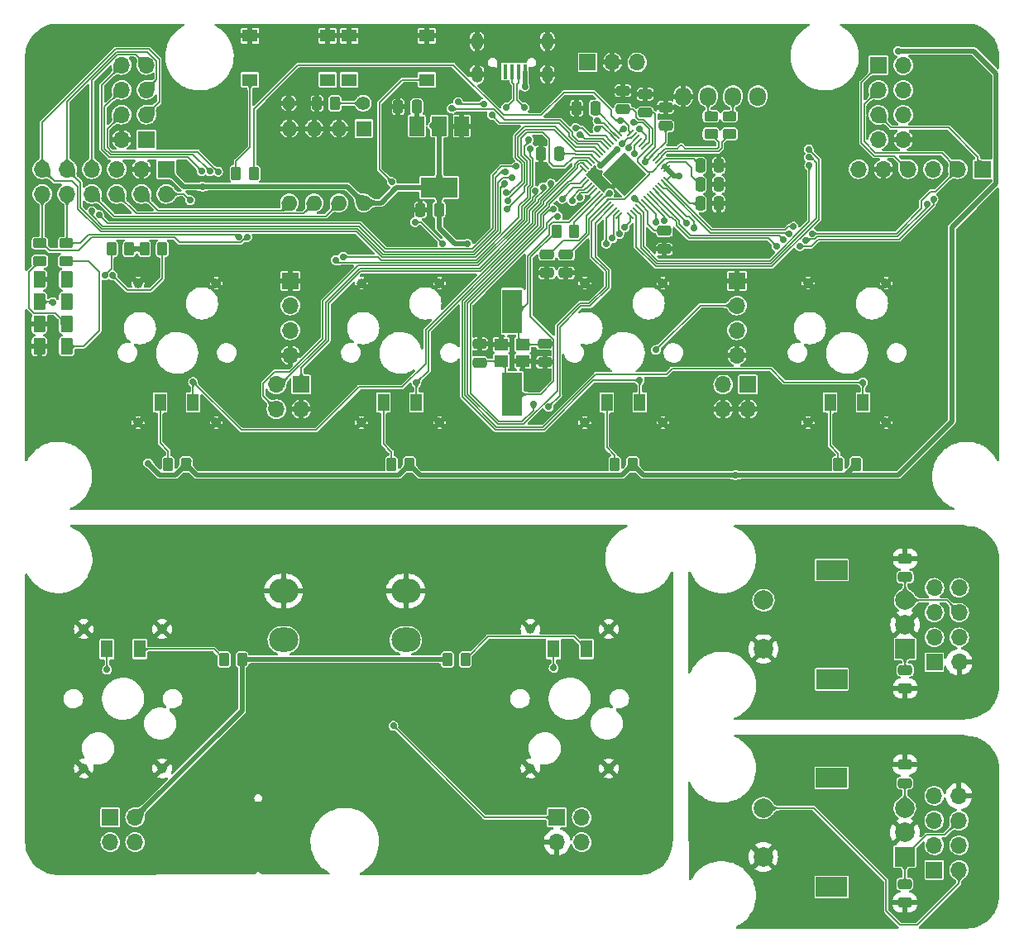
<source format=gbr>
%TF.GenerationSoftware,KiCad,Pcbnew,6.0.10+dfsg-2*%
%TF.CreationDate,2023-01-21T20:21:13+08:00*%
%TF.ProjectId,RKD,524b442e-6b69-4636-9164-5f7063625858,57*%
%TF.SameCoordinates,Original*%
%TF.FileFunction,Copper,L1,Top*%
%TF.FilePolarity,Positive*%
%FSLAX46Y46*%
G04 Gerber Fmt 4.6, Leading zero omitted, Abs format (unit mm)*
G04 Created by KiCad (PCBNEW 6.0.10+dfsg-2) date 2023-01-21 20:21:13*
%MOMM*%
%LPD*%
G01*
G04 APERTURE LIST*
G04 Aperture macros list*
%AMRoundRect*
0 Rectangle with rounded corners*
0 $1 Rounding radius*
0 $2 $3 $4 $5 $6 $7 $8 $9 X,Y pos of 4 corners*
0 Add a 4 corners polygon primitive as box body*
4,1,4,$2,$3,$4,$5,$6,$7,$8,$9,$2,$3,0*
0 Add four circle primitives for the rounded corners*
1,1,$1+$1,$2,$3*
1,1,$1+$1,$4,$5*
1,1,$1+$1,$6,$7*
1,1,$1+$1,$8,$9*
0 Add four rect primitives between the rounded corners*
20,1,$1+$1,$2,$3,$4,$5,0*
20,1,$1+$1,$4,$5,$6,$7,0*
20,1,$1+$1,$6,$7,$8,$9,0*
20,1,$1+$1,$8,$9,$2,$3,0*%
G04 Aperture macros list end*
%TA.AperFunction,ComponentPad*%
%ADD10C,1.000000*%
%TD*%
%TA.AperFunction,SMDPad,CuDef*%
%ADD11R,1.200000X1.800000*%
%TD*%
%TA.AperFunction,SMDPad,CuDef*%
%ADD12RoundRect,0.250000X0.250000X0.475000X-0.250000X0.475000X-0.250000X-0.475000X0.250000X-0.475000X0*%
%TD*%
%TA.AperFunction,SMDPad,CuDef*%
%ADD13RoundRect,0.250000X-0.262500X-0.450000X0.262500X-0.450000X0.262500X0.450000X-0.262500X0.450000X0*%
%TD*%
%TA.AperFunction,ComponentPad*%
%ADD14R,1.700000X1.700000*%
%TD*%
%TA.AperFunction,ComponentPad*%
%ADD15O,1.700000X1.700000*%
%TD*%
%TA.AperFunction,ComponentPad*%
%ADD16O,1.700000X1.950000*%
%TD*%
%TA.AperFunction,SMDPad,CuDef*%
%ADD17RoundRect,0.250000X-0.475000X0.250000X-0.475000X-0.250000X0.475000X-0.250000X0.475000X0.250000X0*%
%TD*%
%TA.AperFunction,SMDPad,CuDef*%
%ADD18R,1.550000X1.300000*%
%TD*%
%TA.AperFunction,SMDPad,CuDef*%
%ADD19RoundRect,0.250000X-0.450000X0.262500X-0.450000X-0.262500X0.450000X-0.262500X0.450000X0.262500X0*%
%TD*%
%TA.AperFunction,SMDPad,CuDef*%
%ADD20RoundRect,0.250000X0.450000X-0.262500X0.450000X0.262500X-0.450000X0.262500X-0.450000X-0.262500X0*%
%TD*%
%TA.AperFunction,ComponentPad*%
%ADD21C,1.400000*%
%TD*%
%TA.AperFunction,ComponentPad*%
%ADD22O,1.400000X1.400000*%
%TD*%
%TA.AperFunction,SMDPad,CuDef*%
%ADD23RoundRect,0.250000X0.475000X-0.250000X0.475000X0.250000X-0.475000X0.250000X-0.475000X-0.250000X0*%
%TD*%
%TA.AperFunction,SMDPad,CuDef*%
%ADD24R,0.400000X1.500000*%
%TD*%
%TA.AperFunction,ComponentPad*%
%ADD25O,1.200000X1.800000*%
%TD*%
%TA.AperFunction,ComponentPad*%
%ADD26O,1.200000X1.700000*%
%TD*%
%TA.AperFunction,SMDPad,CuDef*%
%ADD27R,1.500000X2.000000*%
%TD*%
%TA.AperFunction,SMDPad,CuDef*%
%ADD28R,3.800000X2.000000*%
%TD*%
%TA.AperFunction,ComponentPad*%
%ADD29R,2.000000X2.000000*%
%TD*%
%TA.AperFunction,ComponentPad*%
%ADD30C,2.000000*%
%TD*%
%TA.AperFunction,ComponentPad*%
%ADD31R,3.200000X2.000000*%
%TD*%
%TA.AperFunction,SMDPad,CuDef*%
%ADD32RoundRect,0.250000X-0.250000X-0.475000X0.250000X-0.475000X0.250000X0.475000X-0.250000X0.475000X0*%
%TD*%
%TA.AperFunction,SMDPad,CuDef*%
%ADD33RoundRect,0.250000X0.375000X0.625000X-0.375000X0.625000X-0.375000X-0.625000X0.375000X-0.625000X0*%
%TD*%
%TA.AperFunction,SMDPad,CuDef*%
%ADD34R,1.400000X1.200000*%
%TD*%
%TA.AperFunction,SMDPad,CuDef*%
%ADD35R,2.000000X4.500000*%
%TD*%
%TA.AperFunction,SMDPad,CuDef*%
%ADD36RoundRect,0.250000X0.262500X0.450000X-0.262500X0.450000X-0.262500X-0.450000X0.262500X-0.450000X0*%
%TD*%
%TA.AperFunction,ComponentPad*%
%ADD37O,3.000000X2.500000*%
%TD*%
%TA.AperFunction,SMDPad,CuDef*%
%ADD38RoundRect,0.144000X-2.059095X0.000000X0.000000X-2.059095X2.059095X0.000000X0.000000X2.059095X0*%
%TD*%
%TA.AperFunction,ComponentPad*%
%ADD39C,0.600000*%
%TD*%
%TA.AperFunction,SMDPad,CuDef*%
%ADD40RoundRect,0.050000X-0.309359X0.238649X0.238649X-0.309359X0.309359X-0.238649X-0.238649X0.309359X0*%
%TD*%
%TA.AperFunction,SMDPad,CuDef*%
%ADD41RoundRect,0.050000X-0.309359X-0.238649X-0.238649X-0.309359X0.309359X0.238649X0.238649X0.309359X0*%
%TD*%
%TA.AperFunction,ComponentPad*%
%ADD42R,1.600000X1.600000*%
%TD*%
%TA.AperFunction,ComponentPad*%
%ADD43O,1.600000X1.600000*%
%TD*%
%TA.AperFunction,ViaPad*%
%ADD44C,0.700000*%
%TD*%
%TA.AperFunction,Conductor*%
%ADD45C,0.150000*%
%TD*%
%TA.AperFunction,Conductor*%
%ADD46C,0.500000*%
%TD*%
G04 APERTURE END LIST*
D10*
%TO.P,K2,1,GND*%
%TO.N,GND*%
X34570000Y51997726D03*
X34570000Y66272526D03*
X42570000Y66272526D03*
X42570000Y51997726D03*
D11*
%TO.P,K2,3,L+*%
%TO.N,/L2*%
X36833000Y54055126D03*
%TO.P,K2,4,L-*%
%TO.N,/K2*%
X40207000Y54055126D03*
%TD*%
D10*
%TO.P,K6,1,GND*%
%TO.N,GND*%
X14165126Y30842526D03*
X14165126Y16567726D03*
X6165126Y16567726D03*
X6165126Y30842526D03*
D11*
%TO.P,K6,3,L+*%
%TO.N,/L6*%
X11902126Y28785126D03*
%TO.P,K6,4,L-*%
%TO.N,/K6-S*%
X8528126Y28785126D03*
%TD*%
D10*
%TO.P,K5,1,GND*%
%TO.N,GND*%
X59885126Y30842526D03*
X59885126Y16567726D03*
X51885126Y16567726D03*
X51885126Y30842526D03*
D11*
%TO.P,K5,3,L+*%
%TO.N,/L5*%
X57622126Y28785126D03*
%TO.P,K5,4,L-*%
%TO.N,/K5-S*%
X54248126Y28785126D03*
%TD*%
D10*
%TO.P,K4,1,GND*%
%TO.N,GND*%
X80290000Y51997726D03*
X80290000Y66272526D03*
X88290000Y66272526D03*
X88290000Y51997726D03*
D11*
%TO.P,K4,3,L+*%
%TO.N,/L4*%
X82553000Y54055126D03*
%TO.P,K4,4,L-*%
%TO.N,/K4*%
X85927000Y54055126D03*
%TD*%
D10*
%TO.P,K3,1,GND*%
%TO.N,GND*%
X57430000Y51997726D03*
X57430000Y66272526D03*
X65430000Y66272526D03*
X65430000Y51997726D03*
D11*
%TO.P,K3,3,L+*%
%TO.N,/L3*%
X59693000Y54055126D03*
%TO.P,K3,4,L-*%
%TO.N,/K3*%
X63067000Y54055126D03*
%TD*%
D10*
%TO.P,K1,1,GND*%
%TO.N,GND*%
X11710000Y51997726D03*
X11710000Y66272526D03*
X19710000Y66272526D03*
X19710000Y51997726D03*
D11*
%TO.P,K1,3,L+*%
%TO.N,/L1*%
X13973000Y54055126D03*
%TO.P,K1,4,L-*%
%TO.N,/K1*%
X17347000Y54055126D03*
%TD*%
D12*
%TO.P,C1,1*%
%TO.N,GND*%
X71150600Y78336126D03*
%TO.P,C1,2*%
%TO.N,+1V1*%
X69250600Y78336126D03*
%TD*%
D13*
%TO.P,R3,1*%
%TO.N,Net-(C4-Pad2)*%
X54530700Y71579726D03*
%TO.P,R3,2*%
%TO.N,/XOUT*%
X56355700Y71579726D03*
%TD*%
D12*
%TO.P,C12,1*%
%TO.N,+3V3*%
X58501400Y84203526D03*
%TO.P,C12,2*%
%TO.N,GND*%
X56601400Y84203526D03*
%TD*%
D14*
%TO.P,J2,1,Pin_1*%
%TO.N,/K6-H*%
X28415000Y55895126D03*
D15*
%TO.P,J2,2,Pin_2*%
%TO.N,GND*%
X28415000Y53355126D03*
%TO.P,J2,3,Pin_3*%
%TO.N,/K5-H*%
X25875000Y55895126D03*
%TO.P,J2,4,Pin_4*%
%TO.N,/SEL-H*%
X25875000Y53355126D03*
%TD*%
D16*
%TO.P,J10,1,Pin_1*%
%TO.N,VBUS*%
X75134467Y85416270D03*
%TO.P,J10,2,Pin_2*%
%TO.N,/RP-*%
X72588200Y85422726D03*
%TO.P,J10,3,Pin_3*%
%TO.N,/RP+*%
X70048580Y85416270D03*
%TO.P,J10,4,Pin_4*%
%TO.N,GND*%
X67508200Y85416270D03*
%TD*%
D17*
%TO.P,C8,1*%
%TO.N,GND*%
X61336000Y85991726D03*
%TO.P,C8,2*%
%TO.N,+1V1*%
X61336000Y84091726D03*
%TD*%
D13*
%TO.P,R13,1*%
%TO.N,Net-(D3-Pad2)*%
X8988500Y69776326D03*
%TO.P,R13,2*%
%TO.N,+3V3*%
X10813500Y69776326D03*
%TD*%
D18*
%TO.P,SW3,1,1*%
%TO.N,GND*%
X31115000Y91611126D03*
X23165000Y91611126D03*
%TO.P,SW3,2,2*%
%TO.N,Net-(R15-Pad1)*%
X23165000Y87111126D03*
%TO.N,N/C*%
X31115000Y87111126D03*
%TD*%
D19*
%TO.P,R1,1*%
%TO.N,/RP+*%
X70353000Y83388826D03*
%TO.P,R1,2*%
%TO.N,/R+*%
X70353000Y81563826D03*
%TD*%
D17*
%TO.P,C10,1*%
%TO.N,+3V3*%
X65577800Y71666126D03*
%TO.P,C10,2*%
%TO.N,GND*%
X65577800Y69766126D03*
%TD*%
D20*
%TO.P,R16,1*%
%TO.N,Net-(D2-Pad2)*%
X1671400Y68533626D03*
%TO.P,R16,2*%
%TO.N,/PRESS*%
X1671400Y70358626D03*
%TD*%
D17*
%TO.P,C4,1*%
%TO.N,GND*%
X46654800Y60058326D03*
%TO.P,C4,2*%
%TO.N,Net-(C4-Pad2)*%
X46654800Y58158326D03*
%TD*%
D14*
%TO.P,J8,1,Pin_1*%
%TO.N,/K6-S*%
X54585126Y11550126D03*
D15*
%TO.P,J8,2,Pin_2*%
%TO.N,GND*%
X54585126Y9010126D03*
%TO.P,J8,3,Pin_3*%
%TO.N,/K5-S*%
X57125126Y11550126D03*
%TO.P,J8,4,Pin_4*%
%TO.N,/SEL-S*%
X57125126Y9010126D03*
%TD*%
D21*
%TO.P,R4,1*%
%TO.N,Net-(R18-Pad1)*%
X34767600Y84711526D03*
D22*
%TO.P,R4,2*%
%TO.N,GND*%
X27147600Y84711526D03*
%TD*%
D17*
%TO.P,C17,1*%
%TO.N,GND*%
X90224874Y38075126D03*
%TO.P,C17,2*%
%TO.N,/RB1-S*%
X90224874Y36175126D03*
%TD*%
D23*
%TO.P,C9,1*%
%TO.N,+3V3*%
X65704800Y82389926D03*
%TO.P,C9,2*%
%TO.N,GND*%
X65704800Y84289926D03*
%TD*%
D17*
%TO.P,C16,1*%
%TO.N,/RA1-S*%
X90224874Y26645126D03*
%TO.P,C16,2*%
%TO.N,GND*%
X90224874Y24745126D03*
%TD*%
D24*
%TO.P,J1,5,GND*%
%TO.N,GND*%
X48700000Y87961126D03*
%TO.P,J1,4,ID*%
%TO.N,unconnected-(J1-Pad4)*%
X49350000Y87961126D03*
%TO.P,J1,3,D+*%
%TO.N,/D+*%
X50000000Y87961126D03*
%TO.P,J1,2,D-*%
%TO.N,/D-*%
X50650000Y87961126D03*
%TO.P,J1,1,VBUS*%
%TO.N,VBUS*%
X51300000Y87961126D03*
D25*
%TO.P,J1,6,Shield*%
%TO.N,GND*%
X53600000Y91061126D03*
X46400000Y91061126D03*
D26*
X46400000Y87661126D03*
X53600000Y87661126D03*
%TD*%
D27*
%TO.P,U4,1,GND*%
%TO.N,GND*%
X44840000Y82375126D03*
D28*
%TO.P,U4,2,VO*%
%TO.N,+3V3*%
X42540000Y76075126D03*
D27*
X42540000Y82375126D03*
%TO.P,U4,3,VI*%
%TO.N,VBUS*%
X40240000Y82375126D03*
%TD*%
D29*
%TO.P,SW8,A,A*%
%TO.N,/RA2-S*%
X90199748Y7500252D03*
D30*
%TO.P,SW8,B,B*%
%TO.N,/RB2-S*%
X90199748Y12500252D03*
%TO.P,SW8,C,C*%
%TO.N,GND*%
X90199748Y10000252D03*
D31*
%TO.P,SW8,MP*%
%TO.N,N/C*%
X82699748Y15600252D03*
X82699748Y4400252D03*
D30*
%TO.P,SW8,S1,S1*%
%TO.N,/RS2-S*%
X75699748Y12500252D03*
%TO.P,SW8,S2,S2*%
%TO.N,GND*%
X75699748Y7500252D03*
%TD*%
D32*
%TO.P,C15,1*%
%TO.N,+3V3*%
X69250600Y74424526D03*
%TO.P,C15,2*%
%TO.N,GND*%
X71150600Y74424526D03*
%TD*%
D20*
%TO.P,R2,1*%
%TO.N,/R-*%
X72258000Y81563826D03*
%TO.P,R2,2*%
%TO.N,/RP-*%
X72258000Y83388826D03*
%TD*%
D14*
%TO.P,J9,1,Pin_1*%
%TO.N,unconnected-(J9-Pad1)*%
X93199748Y6150252D03*
D15*
%TO.P,J9,2,Pin_2*%
%TO.N,/RS2-S*%
X95739748Y6150252D03*
%TO.P,J9,3,Pin_3*%
%TO.N,unconnected-(J9-Pad3)*%
X93199748Y8690252D03*
%TO.P,J9,4,Pin_4*%
%TO.N,/RB2-S*%
X95739748Y8690252D03*
%TO.P,J9,5,Pin_5*%
%TO.N,unconnected-(J9-Pad5)*%
X93199748Y11230252D03*
%TO.P,J9,6,Pin_6*%
%TO.N,/RA2-S*%
X95739748Y11230252D03*
%TO.P,J9,7,Pin_7*%
%TO.N,unconnected-(J9-Pad7)*%
X93199748Y13770252D03*
%TO.P,J9,8,Pin_8*%
%TO.N,GND*%
X95739748Y13770252D03*
%TD*%
D13*
%TO.P,R5,1*%
%TO.N,/L1*%
X14797500Y47705126D03*
%TO.P,R5,2*%
%TO.N,/LED*%
X16622500Y47705126D03*
%TD*%
D14*
%TO.P,J3,1,Pin_1*%
%TO.N,/LED*%
X12568000Y81003126D03*
D15*
%TO.P,J3,2,Pin_2*%
%TO.N,GND*%
X10028000Y81003126D03*
%TO.P,J3,3,Pin_3*%
%TO.N,/22*%
X12568000Y83543126D03*
%TO.P,J3,4,Pin_4*%
%TO.N,/RS1-H*%
X10028000Y83543126D03*
%TO.P,J3,5,Pin_5*%
%TO.N,/23*%
X12568000Y86083126D03*
%TO.P,J3,6,Pin_6*%
%TO.N,/RB1-H*%
X10028000Y86083126D03*
%TO.P,J3,7,Pin_7*%
%TO.N,/26*%
X12568000Y88623126D03*
%TO.P,J3,8,Pin_8*%
%TO.N,/RA1-H*%
X10028000Y88623126D03*
%TD*%
D33*
%TO.P,D4,1,K*%
%TO.N,GND*%
X1604000Y59793126D03*
%TO.P,D4,2,A*%
%TO.N,Net-(D4-Pad2)*%
X4404000Y59793126D03*
%TD*%
D34*
%TO.P,Y2,1,1*%
%TO.N,Net-(C4-Pad2)*%
X48900000Y58285126D03*
%TO.P,Y2,2,2*%
%TO.N,GND*%
X51100000Y58285126D03*
%TO.P,Y2,3,3*%
%TO.N,/XIN*%
X51100000Y59985126D03*
%TO.P,Y2,4,4*%
%TO.N,GND*%
X48900000Y59985126D03*
%TD*%
D33*
%TO.P,D2,1,K*%
%TO.N,GND*%
X1604000Y62079126D03*
%TO.P,D2,2,A*%
%TO.N,Net-(D2-Pad2)*%
X4404000Y62079126D03*
%TD*%
D23*
%TO.P,C3,1*%
%TO.N,GND*%
X53335000Y58183726D03*
%TO.P,C3,2*%
%TO.N,/XIN*%
X53335000Y60083726D03*
%TD*%
D35*
%TO.P,Y1,1,1*%
%TO.N,Net-(C4-Pad2)*%
X50000000Y54885126D03*
%TO.P,Y1,2,2*%
%TO.N,/XIN*%
X50000000Y63385126D03*
%TD*%
D36*
%TO.P,R14,1*%
%TO.N,Net-(D1-Pad2)*%
X14191700Y69776326D03*
%TO.P,R14,2*%
%TO.N,+3V3*%
X12366700Y69776326D03*
%TD*%
D14*
%TO.P,J11,1,Pin_1*%
%TO.N,+3V3*%
X14600000Y77955126D03*
D15*
%TO.P,J11,2,Pin_2*%
%TO.N,/RUN*%
X14600000Y75415126D03*
%TO.P,J11,3,Pin_3*%
%TO.N,GND*%
X12060000Y77955126D03*
%TO.P,J11,4,Pin_4*%
%TO.N,/F3*%
X12060000Y75415126D03*
%TO.P,J11,5,Pin_5*%
%TO.N,/27*%
X9520000Y77955126D03*
%TO.P,J11,6,Pin_6*%
%TO.N,/F2*%
X9520000Y75415126D03*
%TO.P,J11,7,Pin_7*%
%TO.N,/26*%
X6980000Y77955126D03*
%TO.P,J11,8,Pin_8*%
%TO.N,/F1*%
X6980000Y75415126D03*
%TO.P,J11,9,Pin_9*%
%TO.N,/23*%
X4440000Y77955126D03*
%TO.P,J11,10,Pin_10*%
%TO.N,/MODE*%
X4440000Y75415126D03*
%TO.P,J11,11,Pin_11*%
%TO.N,/22*%
X1900000Y77955126D03*
%TO.P,J11,12,Pin_12*%
%TO.N,/PRESS*%
X1900000Y75415126D03*
%TD*%
D13*
%TO.P,R7,1*%
%TO.N,/L3*%
X60517500Y47705126D03*
%TO.P,R7,2*%
%TO.N,/LED*%
X62342500Y47705126D03*
%TD*%
D14*
%TO.P,J6,1,Pin_1*%
%TO.N,unconnected-(J6-Pad1)*%
X93224874Y27440126D03*
D15*
%TO.P,J6,2,Pin_2*%
%TO.N,GND*%
X95764874Y27440126D03*
%TO.P,J6,3,Pin_3*%
%TO.N,unconnected-(J6-Pad3)*%
X93224874Y29980126D03*
%TO.P,J6,4,Pin_4*%
%TO.N,/RS1-S*%
X95764874Y29980126D03*
%TO.P,J6,5,Pin_5*%
%TO.N,unconnected-(J6-Pad5)*%
X93224874Y32520126D03*
%TO.P,J6,6,Pin_6*%
%TO.N,/RB1-S*%
X95764874Y32520126D03*
%TO.P,J6,7,Pin_7*%
%TO.N,unconnected-(J6-Pad7)*%
X93224874Y35060126D03*
%TO.P,J6,8,Pin_8*%
%TO.N,/RA1-S*%
X95764874Y35060126D03*
%TD*%
D13*
%TO.P,R10,1*%
%TO.N,/LED-S*%
X43382626Y27745126D03*
%TO.P,R10,2*%
%TO.N,/L5*%
X45207626Y27745126D03*
%TD*%
D33*
%TO.P,D1,1,K*%
%TO.N,/ACT*%
X1604000Y64365126D03*
%TO.P,D1,2,A*%
%TO.N,Net-(D1-Pad2)*%
X4404000Y64365126D03*
%TD*%
%TO.P,D3,1,K*%
%TO.N,GND*%
X1604000Y66651126D03*
%TO.P,D3,2,A*%
%TO.N,Net-(D3-Pad2)*%
X4404000Y66651126D03*
%TD*%
D14*
%TO.P,J15,1,Pin_1*%
%TO.N,GND*%
X73020000Y66525126D03*
D15*
%TO.P,J15,2,Pin_2*%
%TO.N,/K3*%
X73020000Y63985126D03*
%TO.P,J15,3,Pin_3*%
%TO.N,/K4*%
X73020000Y61445126D03*
%TO.P,J15,4,Pin_4*%
%TO.N,GND*%
X73020000Y58905126D03*
%TD*%
D14*
%TO.P,J14,1,Pin_1*%
%TO.N,GND*%
X27300000Y66525126D03*
D15*
%TO.P,J14,2,Pin_2*%
%TO.N,/K1*%
X27300000Y63985126D03*
%TO.P,J14,3,Pin_3*%
%TO.N,/K2*%
X27300000Y61445126D03*
%TO.P,J14,4,Pin_4*%
%TO.N,GND*%
X27300000Y58905126D03*
%TD*%
D18*
%TO.P,SW5,1,1*%
%TO.N,GND*%
X41275000Y91611126D03*
X33325000Y91611126D03*
%TO.P,SW5,2,2*%
%TO.N,N/C*%
X33325000Y87111126D03*
%TO.N,/RUN*%
X41275000Y87111126D03*
%TD*%
D37*
%TO.P,SW7,1,1*%
%TO.N,GND*%
X39115126Y34735126D03*
X26615126Y34735126D03*
%TO.P,SW7,2,2*%
%TO.N,N/C*%
X26615126Y29735126D03*
%TO.N,/SEL-S*%
X39115126Y29735126D03*
%TD*%
D23*
%TO.P,C14,1*%
%TO.N,+3V3*%
X63622000Y83736126D03*
%TO.P,C14,2*%
%TO.N,GND*%
X63622000Y85636126D03*
%TD*%
%TO.P,C7,1*%
%TO.N,GND*%
X55519400Y67327726D03*
%TO.P,C7,2*%
%TO.N,+1V1*%
X55519400Y69227726D03*
%TD*%
D29*
%TO.P,SW6,A,A*%
%TO.N,/RA1-S*%
X90224874Y28790126D03*
D30*
%TO.P,SW6,B,B*%
%TO.N,/RB1-S*%
X90224874Y33790126D03*
%TO.P,SW6,C,C*%
%TO.N,GND*%
X90224874Y31290126D03*
D31*
%TO.P,SW6,MP*%
%TO.N,N/C*%
X82724874Y36890126D03*
X82724874Y25690126D03*
D30*
%TO.P,SW6,S1,S1*%
%TO.N,/RS1-S*%
X75724874Y33790126D03*
%TO.P,SW6,S2,S2*%
%TO.N,GND*%
X75724874Y28790126D03*
%TD*%
D17*
%TO.P,C19,1*%
%TO.N,GND*%
X90199748Y16954252D03*
%TO.P,C19,2*%
%TO.N,/RB2-S*%
X90199748Y15054252D03*
%TD*%
D12*
%TO.P,C6,1*%
%TO.N,+3V3*%
X42524800Y73814926D03*
%TO.P,C6,2*%
%TO.N,GND*%
X40624800Y73814926D03*
%TD*%
%TO.P,C5,1*%
%TO.N,VBUS*%
X40238800Y84355926D03*
%TO.P,C5,2*%
%TO.N,GND*%
X38338800Y84355926D03*
%TD*%
D14*
%TO.P,J4,1,Pin_1*%
%TO.N,+3V3*%
X74135000Y55895126D03*
D15*
%TO.P,J4,2,Pin_2*%
%TO.N,GND*%
X74135000Y53355126D03*
%TO.P,J4,3,Pin_3*%
%TO.N,/LED*%
X71595000Y55895126D03*
%TO.P,J4,4,Pin_4*%
%TO.N,GND*%
X71595000Y53355126D03*
%TD*%
D36*
%TO.P,R11,1*%
%TO.N,/LED-S*%
X22347626Y27745126D03*
%TO.P,R11,2*%
%TO.N,/L6*%
X20522626Y27745126D03*
%TD*%
%TO.P,R18,1*%
%TO.N,Net-(R18-Pad1)*%
X31870100Y84711526D03*
%TO.P,R18,2*%
%TO.N,GND*%
X30045100Y84711526D03*
%TD*%
D17*
%TO.P,C18,1*%
%TO.N,/RA2-S*%
X90199748Y4720252D03*
%TO.P,C18,2*%
%TO.N,GND*%
X90199748Y2820252D03*
%TD*%
D38*
%TO.P,U2,57,GND*%
%TO.N,GND*%
X61539200Y77421726D03*
D39*
X61539200Y79224848D03*
X62440761Y78323287D03*
X63342322Y77421726D03*
X60637639Y78323287D03*
X61539200Y77421726D03*
X62440761Y76520165D03*
X59736078Y77421726D03*
X60637639Y76520165D03*
X61539200Y75618604D03*
D40*
%TO.P,U2,1,IOVDD*%
%TO.N,+3V3*%
X60946998Y81690883D03*
%TO.P,U2,2,GPIO0*%
%TO.N,/TR-*%
X60664155Y81408040D03*
%TO.P,U2,3,GPIO1*%
%TO.N,/TR+*%
X60381313Y81125198D03*
%TO.P,U2,4,GPIO2*%
%TO.N,/PRESS*%
X60098470Y80842355D03*
%TO.P,U2,5,GPIO3*%
%TO.N,/MODE*%
X59815627Y80559512D03*
%TO.P,U2,6,GPIO4*%
%TO.N,/SET*%
X59532785Y80276670D03*
%TO.P,U2,7,GPIO5*%
%TO.N,/DEF*%
X59249942Y79993827D03*
%TO.P,U2,8,GPIO6*%
%TO.N,/F1*%
X58967099Y79710984D03*
%TO.P,U2,9,GPIO7*%
%TO.N,/F2*%
X58684256Y79428141D03*
%TO.P,U2,10,IOVDD*%
%TO.N,+3V3*%
X58401414Y79145299D03*
%TO.P,U2,11,GPIO8*%
%TO.N,/F3*%
X58118571Y78862456D03*
%TO.P,U2,12,GPIO9*%
%TO.N,/K1*%
X57835728Y78579613D03*
%TO.P,U2,13,GPIO10*%
%TO.N,/K2*%
X57552886Y78296771D03*
%TO.P,U2,14,GPIO11*%
%TO.N,/K3*%
X57270043Y78013928D03*
D41*
%TO.P,U2,15,GPIO12*%
%TO.N,/K4*%
X57270043Y76829524D03*
%TO.P,U2,16,GPIO13*%
%TO.N,/SEL-H*%
X57552886Y76546681D03*
%TO.P,U2,17,GPIO14*%
%TO.N,/K5-H*%
X57835728Y76263839D03*
%TO.P,U2,18,GPIO15*%
%TO.N,/K6-H*%
X58118571Y75980996D03*
%TO.P,U2,19,TESTEN*%
%TO.N,GND*%
X58401414Y75698153D03*
%TO.P,U2,20,XIN*%
%TO.N,/XIN*%
X58684256Y75415311D03*
%TO.P,U2,21,XOUT*%
%TO.N,/XOUT*%
X58967099Y75132468D03*
%TO.P,U2,22,IOVDD*%
%TO.N,+3V3*%
X59249942Y74849625D03*
%TO.P,U2,23,DVDD*%
%TO.N,+1V1*%
X59532785Y74566782D03*
%TO.P,U2,24,SWCLK*%
%TO.N,Net-(J13-Pad3)*%
X59815627Y74283940D03*
%TO.P,U2,25,SWD*%
%TO.N,Net-(J13-Pad1)*%
X60098470Y74001097D03*
%TO.P,U2,26,RUN*%
%TO.N,/RUN*%
X60381313Y73718254D03*
%TO.P,U2,27,GPIO16*%
%TO.N,/RA1-H*%
X60664155Y73435412D03*
%TO.P,U2,28,GPIO17*%
%TO.N,/RB1-H*%
X60946998Y73152569D03*
D40*
%TO.P,U2,29,GPIO18*%
%TO.N,/RS1-H*%
X62131402Y73152569D03*
%TO.P,U2,30,GPIO19*%
%TO.N,/RA2-H*%
X62414245Y73435412D03*
%TO.P,U2,31,GPIO20*%
%TO.N,/RB2-H*%
X62697087Y73718254D03*
%TO.P,U2,32,GPIO21*%
%TO.N,/RS2-H*%
X62979930Y74001097D03*
%TO.P,U2,33,IOVDD*%
%TO.N,+3V3*%
X63262773Y74283940D03*
%TO.P,U2,34,GPIO22*%
%TO.N,/22*%
X63545615Y74566782D03*
%TO.P,U2,35,GPIO23*%
%TO.N,/23*%
X63828458Y74849625D03*
%TO.P,U2,36,GPIO24*%
%TO.N,/24*%
X64111301Y75132468D03*
%TO.P,U2,37,GPIO25*%
%TO.N,/25*%
X64394144Y75415311D03*
%TO.P,U2,38,GPIO26_ADC0*%
%TO.N,/26*%
X64676986Y75698153D03*
%TO.P,U2,39,GPIO27_ADC1*%
%TO.N,/27*%
X64959829Y75980996D03*
%TO.P,U2,40,GPIO28_ADC2*%
%TO.N,/28*%
X65242672Y76263839D03*
%TO.P,U2,41,GPIO29_ADC3*%
%TO.N,/29*%
X65525514Y76546681D03*
%TO.P,U2,42,IOVDD*%
%TO.N,+3V3*%
X65808357Y76829524D03*
D41*
%TO.P,U2,43,ADC_AVDD*%
X65808357Y78013928D03*
%TO.P,U2,44,VREG_IN*%
X65525514Y78296771D03*
%TO.P,U2,45,VREG_VOUT*%
%TO.N,+1V1*%
X65242672Y78579613D03*
%TO.P,U2,46,USB_DM*%
%TO.N,/R-*%
X64959829Y78862456D03*
%TO.P,U2,47,USB_DP*%
%TO.N,/R+*%
X64676986Y79145299D03*
%TO.P,U2,48,USB_VDD*%
%TO.N,+3V3*%
X64394144Y79428141D03*
%TO.P,U2,49,IOVDD*%
X64111301Y79710984D03*
%TO.P,U2,50,DVDD*%
%TO.N,+1V1*%
X63828458Y79993827D03*
%TO.P,U2,51,QSPI_SD3*%
%TO.N,Net-(U1-Pad7)*%
X63545615Y80276670D03*
%TO.P,U2,52,QSPI_SCLK*%
%TO.N,/F-CLK*%
X63262773Y80559512D03*
%TO.P,U2,53,QSPI_SD0*%
%TO.N,Net-(U1-Pad5)*%
X62979930Y80842355D03*
%TO.P,U2,54,QSPI_SD2*%
%TO.N,Net-(U1-Pad3)*%
X62697087Y81125198D03*
%TO.P,U2,55,QSPI_SD1*%
%TO.N,Net-(U1-Pad2)*%
X62414245Y81408040D03*
%TO.P,U2,56,QSPI_SS*%
%TO.N,/BOOT*%
X62131402Y81690883D03*
%TD*%
D17*
%TO.P,C11,1*%
%TO.N,+3V3*%
X53563600Y69227726D03*
%TO.P,C11,2*%
%TO.N,GND*%
X53563600Y67327726D03*
%TD*%
D14*
%TO.P,J12,1,Pin_1*%
%TO.N,/29*%
X98166000Y77955126D03*
D15*
%TO.P,J12,2,Pin_2*%
%TO.N,/28*%
X95626000Y77955126D03*
%TO.P,J12,3,Pin_3*%
%TO.N,/25*%
X93086000Y77955126D03*
%TO.P,J12,4,Pin_4*%
%TO.N,/24*%
X90546000Y77955126D03*
%TO.P,J12,5,Pin_5*%
%TO.N,GND*%
X88006000Y77955126D03*
%TO.P,J12,6,Pin_6*%
%TO.N,+3V3*%
X85466000Y77955126D03*
%TD*%
D14*
%TO.P,J5,1,Pin_1*%
%TO.N,/24*%
X87498000Y88603126D03*
D15*
%TO.P,J5,2,Pin_2*%
%TO.N,/RS2-H*%
X90038000Y88603126D03*
%TO.P,J5,3,Pin_3*%
%TO.N,/28*%
X87498000Y86063126D03*
%TO.P,J5,4,Pin_4*%
%TO.N,/RB2-H*%
X90038000Y86063126D03*
%TO.P,J5,5,Pin_5*%
%TO.N,/29*%
X87498000Y83523126D03*
%TO.P,J5,6,Pin_6*%
%TO.N,/RA2-H*%
X90038000Y83523126D03*
%TO.P,J5,7,Pin_7*%
%TO.N,/LED*%
X87498000Y80983126D03*
%TO.P,J5,8,Pin_8*%
%TO.N,GND*%
X90038000Y80983126D03*
%TD*%
D13*
%TO.P,R15,1*%
%TO.N,Net-(R15-Pad1)*%
X21739300Y77497926D03*
%TO.P,R15,2*%
%TO.N,/BOOT*%
X23564300Y77497926D03*
%TD*%
D20*
%TO.P,R17,1*%
%TO.N,Net-(D4-Pad2)*%
X4363800Y68533626D03*
%TO.P,R17,2*%
%TO.N,/MODE*%
X4363800Y70358626D03*
%TD*%
D42*
%TO.P,SW2,1*%
%TO.N,/LED*%
X34818400Y82120726D03*
D43*
%TO.P,SW2,2*%
%TO.N,GND*%
X32278400Y82120726D03*
%TO.P,SW2,3*%
X29738400Y82120726D03*
%TO.P,SW2,4*%
X27198400Y82120726D03*
%TO.P,SW2,5*%
%TO.N,/F3*%
X27198400Y74500726D03*
%TO.P,SW2,6*%
%TO.N,/F2*%
X29738400Y74500726D03*
%TO.P,SW2,7*%
%TO.N,/F1*%
X32278400Y74500726D03*
%TO.P,SW2,8*%
%TO.N,+3V3*%
X34818400Y74500726D03*
%TD*%
D13*
%TO.P,R8,1*%
%TO.N,/L4*%
X83377500Y47705126D03*
%TO.P,R8,2*%
%TO.N,/LED*%
X85202500Y47705126D03*
%TD*%
D14*
%TO.P,J7,1,Pin_1*%
%TO.N,unconnected-(J7-Pad1)*%
X8865126Y11550126D03*
D15*
%TO.P,J7,2,Pin_2*%
%TO.N,unconnected-(J7-Pad2)*%
X8865126Y9010126D03*
%TO.P,J7,3,Pin_3*%
%TO.N,/LED-S*%
X11405126Y11550126D03*
%TO.P,J7,4,Pin_4*%
%TO.N,unconnected-(J7-Pad4)*%
X11405126Y9010126D03*
%TD*%
D13*
%TO.P,R6,1*%
%TO.N,/L2*%
X37657500Y47705126D03*
%TO.P,R6,2*%
%TO.N,/LED*%
X39482500Y47705126D03*
%TD*%
D32*
%TO.P,C2,1*%
%TO.N,+3V3*%
X69250600Y76380326D03*
%TO.P,C2,2*%
%TO.N,GND*%
X71150600Y76380326D03*
%TD*%
D12*
%TO.P,C13,1*%
%TO.N,+3V3*%
X54843800Y79529926D03*
%TO.P,C13,2*%
%TO.N,GND*%
X52943800Y79529926D03*
%TD*%
D14*
%TO.P,J13,1,Pin_1*%
%TO.N,Net-(J13-Pad1)*%
X57729200Y88902526D03*
D15*
%TO.P,J13,2,Pin_2*%
%TO.N,GND*%
X60269200Y88902526D03*
%TO.P,J13,3,Pin_3*%
%TO.N,Net-(J13-Pad3)*%
X62809200Y88902526D03*
%TD*%
D44*
%TO.N,GND*%
X73502600Y78539326D03*
X67660600Y69115926D03*
X50744200Y67388726D03*
X54960600Y83898726D03*
X72867600Y75313526D03*
X43632200Y80520526D03*
X55849600Y73637126D03*
X52852400Y81155526D03*
X38247400Y72748126D03*
%TO.N,VBUS*%
X51300000Y86410326D03*
X40246400Y84363526D03*
%TO.N,Net-(D1-Pad2)*%
X4404000Y64365126D03*
X9119581Y67057523D03*
%TO.N,/K6-H*%
X56918039Y75057887D03*
X53957623Y76494303D03*
%TO.N,/K5-H*%
X56172773Y74700557D03*
X53177329Y76105747D03*
%TO.N,/RS1-H*%
X19908600Y77701126D03*
X61498498Y71986126D03*
%TO.N,/RB1-H*%
X60961487Y71320017D03*
X19070400Y77726526D03*
%TO.N,/RA1-H*%
X60269200Y70868526D03*
X18206800Y77751926D03*
%TO.N,/SEL-H*%
X55113000Y74907126D03*
X52397035Y75717191D03*
%TO.N,/RS2-H*%
X80416580Y78336019D03*
%TO.N,/RB2-H*%
X80360600Y79160623D03*
%TO.N,/RA2-H*%
X80360600Y79987126D03*
%TO.N,/K6-S*%
X37840726Y20932126D03*
X8529126Y26672526D03*
%TO.N,/K5-S*%
X54249126Y26875726D03*
%TO.N,/K1*%
X17343200Y56161926D03*
%TO.N,/K2*%
X40203200Y56060326D03*
%TO.N,/K3*%
X63063200Y56314326D03*
X64714200Y59438526D03*
%TO.N,/K4*%
X85923200Y56111126D03*
%TO.N,+3V3*%
X67076400Y77243926D03*
X62555200Y74932526D03*
X12366700Y69776326D03*
X45428308Y70316526D03*
X59075400Y78336126D03*
X60701000Y79936326D03*
X63605570Y78700696D03*
X41879600Y82400126D03*
X61386800Y82095326D03*
X18308400Y76177126D03*
X59951700Y75504026D03*
%TO.N,/F3*%
X49481741Y73871494D03*
%TO.N,/D-*%
X51277600Y84277826D03*
%TO.N,/D+*%
X49372600Y84277826D03*
%TO.N,/RUN*%
X42870200Y70317026D03*
X40057907Y72534476D03*
X59615201Y70317026D03*
X17038400Y74780126D03*
X37672900Y76659849D03*
%TO.N,Net-(U1-Pad2)*%
X61234400Y80596726D03*
%TO.N,Net-(U1-Pad3)*%
X61904992Y80113598D03*
%TO.N,Net-(U1-Pad5)*%
X62510719Y79551280D03*
%TO.N,/F-CLK*%
X63028676Y82086201D03*
%TO.N,Net-(U1-Pad7)*%
X62428200Y82730326D03*
%TO.N,/TR-*%
X58745200Y82926726D03*
%TO.N,/TR+*%
X58745200Y82076726D03*
%TO.N,/F2*%
X49537832Y74707524D03*
%TO.N,/F1*%
X49393972Y75538098D03*
%TO.N,/SET*%
X43821963Y84166163D03*
%TO.N,Net-(D3-Pad2)*%
X4404000Y66651126D03*
X8293500Y67083926D03*
%TO.N,Net-(J13-Pad1)*%
X52166600Y53850526D03*
X53724970Y53612956D03*
X54669951Y73134305D03*
%TO.N,Net-(J13-Pad3)*%
X54237639Y73838729D03*
%TO.N,/22*%
X64736224Y72543363D03*
X49261300Y76450710D03*
%TO.N,/ACT*%
X2966800Y64315326D03*
%TO.N,/DEF*%
X47137400Y84654163D03*
X44495063Y84839263D03*
X47935861Y83503387D03*
%TO.N,/MODE*%
X22016800Y71014195D03*
X51836599Y80070587D03*
X31943820Y68638226D03*
X56967200Y81511126D03*
%TO.N,/BOOT*%
X61082000Y82958926D03*
%TO.N,/LED*%
X72884200Y46628126D03*
X89504600Y90070926D03*
X12745800Y47830726D03*
%TO.N,/PRESS*%
X32710200Y68996226D03*
X51709400Y80977726D03*
X56504293Y82195832D03*
X22880400Y71014195D03*
%TO.N,/23*%
X65554866Y72657082D03*
X50017300Y77094433D03*
%TO.N,/24*%
X93129500Y74898356D03*
X77076992Y70037334D03*
X79442470Y70059456D03*
%TO.N,/25*%
X80064770Y70681756D03*
X92454919Y74410247D03*
X77762856Y70723198D03*
%TO.N,/26*%
X6980000Y73662526D03*
X67845386Y72399512D03*
X49271000Y77692726D03*
%TO.N,/27*%
X68625800Y71960726D03*
X7715884Y73280810D03*
X50446700Y78244226D03*
%TO.N,/28*%
X80725170Y71342156D03*
X78328600Y71325726D03*
%TO.N,/29*%
X78811200Y72062326D03*
%TD*%
D45*
%TO.N,GND*%
X53335000Y58183726D02*
X53233600Y58285126D01*
X58401414Y75698153D02*
X56340387Y73637126D01*
X56340387Y73637126D02*
X55849600Y73637126D01*
%TO.N,/XIN*%
X50000000Y63385126D02*
X50519700Y63904826D01*
X55788471Y72519526D02*
X58684256Y75415311D01*
X53335000Y60083726D02*
X53236400Y59985126D01*
X50668000Y62717126D02*
X50000000Y63385126D01*
X54118775Y72519526D02*
X55788471Y72519526D01*
X53816200Y71256964D02*
X53816200Y72216951D01*
X53816200Y72216951D02*
X54118775Y72519526D01*
X50519700Y63904826D02*
X51273500Y63904826D01*
X51273500Y63904826D02*
X51610200Y64241526D01*
X51100000Y59985126D02*
X50668000Y60417126D01*
X53236400Y59985126D02*
X51100000Y59985126D01*
X50668000Y60417126D02*
X50668000Y62717126D01*
X51610200Y64241526D02*
X51610200Y69050964D01*
X51610200Y69050964D02*
X53816200Y71256964D01*
%TO.N,Net-(C4-Pad2)*%
X50000000Y54885126D02*
X49296400Y55588726D01*
X46654800Y58158326D02*
X46781600Y58285126D01*
X52921800Y54885126D02*
X54262000Y56225326D01*
X49296400Y55588726D02*
X49296400Y57888726D01*
X51887200Y68936226D02*
X54530700Y71579726D01*
X46781600Y58285126D02*
X48900000Y58285126D01*
X49296400Y57888726D02*
X48900000Y58285126D01*
X51887200Y62895751D02*
X51887200Y68936226D01*
X54262000Y60520951D02*
X51887200Y62895751D01*
X50000000Y54885126D02*
X52921800Y54885126D01*
X54262000Y56225326D02*
X54262000Y60520951D01*
D46*
%TO.N,VBUS*%
X40238800Y84355926D02*
X40238800Y82376326D01*
X40238800Y82376326D02*
X40240000Y82375126D01*
X51300000Y87961126D02*
X51300000Y86410326D01*
X40246400Y84363526D02*
X40238800Y84355926D01*
X40340400Y84457526D02*
X40246400Y84363526D01*
D45*
%TO.N,Net-(D1-Pad2)*%
X14193600Y69774426D02*
X14193600Y66779126D01*
X14191700Y69776326D02*
X14193600Y69774426D01*
X10617178Y65559926D02*
X9119581Y67057523D01*
X12974400Y65559926D02*
X10617178Y65559926D01*
X14193600Y66779126D02*
X12974400Y65559926D01*
%TO.N,/K6-H*%
X52676035Y74611363D02*
X51801400Y73736728D01*
X56993476Y75521526D02*
X57659101Y75521526D01*
X57659101Y75521526D02*
X58118571Y75980996D01*
X51801400Y73736728D02*
X51801400Y72542140D01*
X56918039Y75446089D02*
X56993476Y75521526D01*
X28415000Y57607126D02*
X28415000Y55895126D01*
X31186200Y60378326D02*
X28415000Y57607126D01*
X31186200Y64217650D02*
X31186200Y60378326D01*
X34484276Y67515726D02*
X31186200Y64217650D01*
X53957623Y76106101D02*
X52676035Y74824513D01*
X46774986Y67515726D02*
X34484276Y67515726D01*
X56918039Y75057887D02*
X56918039Y75446089D01*
X53957623Y76494303D02*
X53957623Y76106101D01*
X51801400Y72542140D02*
X46774986Y67515726D01*
X52676035Y74824513D02*
X52676035Y74611363D01*
%TO.N,/K5-H*%
X34369538Y67792726D02*
X30909200Y64332388D01*
X53177329Y75717545D02*
X52399035Y74939251D01*
X52399035Y74939251D02*
X52399035Y74726101D01*
X51524400Y72656878D02*
X46660248Y67792726D01*
X30909200Y64332388D02*
X30909200Y60493064D01*
X57370415Y75798526D02*
X57835728Y76263839D01*
X52399035Y74726101D02*
X51524400Y73851466D01*
X56172773Y75092561D02*
X56878738Y75798526D01*
X56878738Y75798526D02*
X57370415Y75798526D01*
X46660248Y67792726D02*
X34369538Y67792726D01*
X30909200Y60493064D02*
X26311262Y55895126D01*
X56172773Y74700557D02*
X56172773Y75092561D01*
X26311262Y55895126D02*
X25875000Y55895126D01*
X51524400Y73851466D02*
X51524400Y72656878D01*
X53177329Y76105747D02*
X53177329Y75717545D01*
%TO.N,/RS1-H*%
X19876446Y77701126D02*
X17849246Y79728326D01*
X17849246Y79728326D02*
X9012876Y79728326D01*
X8550000Y82065126D02*
X10028000Y83543126D01*
X62131402Y73152569D02*
X62131402Y72619030D01*
X8550000Y80191202D02*
X8550000Y82065126D01*
X9012876Y79728326D02*
X8550000Y80191202D01*
X62131402Y72619030D02*
X61498498Y71986126D01*
X19908600Y77701126D02*
X19876446Y77701126D01*
%TO.N,/RB1-H*%
X8898138Y79451326D02*
X8273000Y80076464D01*
X8273000Y84328126D02*
X10028000Y86083126D01*
X60961487Y71320017D02*
X60946998Y71334506D01*
X19070400Y77726526D02*
X17345600Y79451326D01*
X60946998Y71334506D02*
X60946998Y73152569D01*
X17345600Y79451326D02*
X8898138Y79451326D01*
X8273000Y80076464D02*
X8273000Y84328126D01*
%TO.N,/RA1-H*%
X18206800Y77751926D02*
X16784400Y79174326D01*
X60385639Y73156896D02*
X60385639Y70984965D01*
X60664155Y73435412D02*
X60385639Y73156896D01*
X8783400Y79174326D02*
X7996000Y79961726D01*
X7996000Y79961726D02*
X7996000Y86591126D01*
X7996000Y86591126D02*
X10028000Y88623126D01*
X60385639Y70984965D02*
X60269200Y70868526D01*
X16784400Y79174326D02*
X8783400Y79174326D01*
%TO.N,/SEL-H*%
X30632200Y60607802D02*
X27227724Y57203326D01*
X52122035Y74840839D02*
X51247400Y73966204D01*
X24531400Y54698726D02*
X25875000Y53355126D01*
X46545510Y68069726D02*
X34254800Y68069726D01*
X51247400Y72771616D02*
X46545510Y68069726D01*
X57081731Y76075526D02*
X57552886Y76546681D01*
X24531400Y56039279D02*
X24531400Y54698726D01*
X34254800Y68069726D02*
X30632200Y64447126D01*
X52397035Y75328989D02*
X52122035Y75053989D01*
X25695447Y57203326D02*
X24531400Y56039279D01*
X56281400Y76075526D02*
X57081731Y76075526D01*
X52397035Y75717191D02*
X52397035Y75328989D01*
X30632200Y64447126D02*
X30632200Y60607802D01*
X55113000Y74907126D02*
X56281400Y76075526D01*
X52122035Y75053989D02*
X52122035Y74840839D01*
X27227724Y57203326D02*
X25695447Y57203326D01*
X51247400Y73966204D02*
X51247400Y72771616D01*
%TO.N,/RS2-H*%
X63441800Y73539227D02*
X63441800Y70028802D01*
X63441800Y70028802D02*
X64906676Y68563926D01*
X80416580Y72596982D02*
X80416580Y78336019D01*
X76383524Y68563926D02*
X80416580Y72596982D01*
X64906676Y68563926D02*
X76383524Y68563926D01*
X62979930Y74001097D02*
X63441800Y73539227D01*
%TO.N,/RB2-H*%
X64791938Y68286926D02*
X63164800Y69914064D01*
X63164800Y73250541D02*
X62697087Y73718254D01*
X80602903Y79160623D02*
X81122600Y78640926D01*
X81122600Y78640926D02*
X81122600Y72911264D01*
X63164800Y69914064D02*
X63164800Y73250541D01*
X80360600Y79160623D02*
X80602903Y79160623D01*
X76498262Y68286926D02*
X64791938Y68286926D01*
X81122600Y72911264D02*
X76498262Y68286926D01*
%TO.N,/RA2-H*%
X62692761Y69994365D02*
X62692761Y73156896D01*
X64677200Y68009926D02*
X62692761Y69994365D01*
X62692761Y73156896D02*
X62414245Y73435412D01*
X80360600Y79987126D02*
X81399600Y78948126D01*
X81399600Y72796526D02*
X76613000Y68009926D01*
X81399600Y78948126D02*
X81399600Y72796526D01*
X76613000Y68009926D02*
X64677200Y68009926D01*
%TO.N,/K6-S*%
X37840726Y20932126D02*
X47222726Y11550126D01*
X8529126Y26672526D02*
X8528126Y26673526D01*
X47222726Y11550126D02*
X54585126Y11550126D01*
X8528126Y26673526D02*
X8528126Y28785126D01*
%TO.N,/K5-S*%
X54248126Y26876726D02*
X54248126Y28785126D01*
X54249126Y26875726D02*
X54248126Y26876726D01*
D46*
%TO.N,/LED-S*%
X22347626Y27745126D02*
X43382626Y27745126D01*
X11405126Y11550126D02*
X22347626Y22492626D01*
X22347626Y22492626D02*
X22347626Y27745126D01*
D45*
%TO.N,/RP+*%
X70048580Y85416270D02*
X70048580Y83693246D01*
X70048580Y83693246D02*
X70353000Y83388826D01*
%TO.N,/RS2-S*%
X91460948Y510252D02*
X95739748Y4789052D01*
X89733748Y510252D02*
X91460948Y510252D01*
X88285948Y5107652D02*
X88285948Y1958052D01*
X88285948Y1958052D02*
X89733748Y510252D01*
X95739748Y4789052D02*
X95739748Y6150252D01*
X75699748Y12500252D02*
X80893348Y12500252D01*
X80893348Y12500252D02*
X88285948Y5107652D01*
%TO.N,/RB2-S*%
X90199748Y15054252D02*
X90199748Y12500252D01*
%TO.N,/L1*%
X14797500Y49081026D02*
X14797500Y47705126D01*
X13973000Y54055126D02*
X13973000Y49905526D01*
X13973000Y49905526D02*
X14797500Y49081026D01*
%TO.N,/K1*%
X17343200Y56161926D02*
X22270800Y51234326D01*
X52078400Y72427402D02*
X52078400Y73621990D01*
X22270800Y51234326D02*
X29941600Y51234326D01*
X38755400Y55628526D02*
X41145400Y58018526D01*
X41145400Y61494402D02*
X52078400Y72427402D01*
X52953035Y74496625D02*
X52953035Y74709775D01*
X56431684Y78188424D02*
X56431684Y78471697D01*
X29941600Y51234326D02*
X34335800Y55628526D01*
X52953035Y74709775D02*
X56431684Y78188424D01*
X17343200Y56161926D02*
X17347000Y56158126D01*
X52078400Y73621990D02*
X52953035Y74496625D01*
X56818117Y78858130D02*
X57557211Y78858130D01*
X41145400Y58018526D02*
X41145400Y61494402D01*
X57557211Y78858130D02*
X57835728Y78579613D01*
X56431684Y78471697D02*
X56818117Y78858130D01*
X34335800Y55628526D02*
X38755400Y55628526D01*
X17347000Y56158126D02*
X17347000Y54055126D01*
%TO.N,/L2*%
X36833000Y54055126D02*
X36833000Y49803926D01*
X36833000Y49803926D02*
X37657500Y48979426D01*
X37657500Y48979426D02*
X37657500Y47705126D01*
%TO.N,/K2*%
X53230035Y74381887D02*
X52355400Y73507252D01*
X56927012Y78575287D02*
X56708684Y78356959D01*
X56708684Y78073686D02*
X53230035Y74595037D01*
X41422400Y57279526D02*
X40203200Y56060326D01*
X40203200Y56060326D02*
X40207000Y56056526D01*
X56708684Y78356959D02*
X56708684Y78073686D01*
X41422400Y61379664D02*
X41422400Y57279526D01*
X52355400Y73507252D02*
X52355400Y72312664D01*
X57552886Y78296771D02*
X57274370Y78575287D01*
X40207000Y56056526D02*
X40207000Y54055126D01*
X52355400Y72312664D02*
X41422400Y61379664D01*
X57274370Y78575287D02*
X56927012Y78575287D01*
X53230035Y74595037D02*
X53230035Y74381887D01*
%TO.N,/L3*%
X59693000Y54055126D02*
X59693000Y49448326D01*
X59693000Y49448326D02*
X60517500Y48623826D01*
X60517500Y48623826D02*
X60517500Y47705126D01*
%TO.N,/K3*%
X69260800Y63985126D02*
X64714200Y59438526D01*
X73020000Y63985126D02*
X69260800Y63985126D01*
X44881600Y54683928D02*
X44881600Y64447127D01*
X63063200Y56314326D02*
X58313400Y56314326D01*
X53258800Y51259726D02*
X48305800Y51259726D01*
X58313400Y56314326D02*
X53258800Y51259726D01*
X57253814Y78013928D02*
X57270043Y78013928D01*
X52632400Y72197926D02*
X52632400Y73392514D01*
X52632400Y73392514D02*
X53507035Y74267149D01*
X53507035Y74480299D02*
X55811062Y76784326D01*
X63063200Y56314326D02*
X63067000Y56310526D01*
X56024212Y76784326D02*
X57253814Y78013928D01*
X63067000Y56310526D02*
X63067000Y54055126D01*
X44881600Y64447127D02*
X52632400Y72197926D01*
X55811062Y76784326D02*
X56024212Y76784326D01*
X48305800Y51259726D02*
X44881600Y54683928D01*
X53507035Y74267149D02*
X53507035Y74480299D01*
%TO.N,/L4*%
X82553000Y49651526D02*
X83377500Y48827026D01*
X83377500Y48827026D02*
X83377500Y47705126D01*
X82553000Y54055126D02*
X82553000Y49651526D01*
%TO.N,/K4*%
X45158600Y64332389D02*
X52909400Y72083189D01*
X52909400Y73277776D02*
X53784035Y74152411D01*
X76449000Y57508126D02*
X66372027Y57508126D01*
X65787827Y56923926D02*
X58531262Y56923926D01*
X55925800Y76507326D02*
X56947845Y76507326D01*
X85923200Y56111126D02*
X85927000Y56107326D01*
X66372027Y57508126D02*
X65787827Y56923926D01*
X48420538Y51536726D02*
X45158600Y54798665D01*
X85923200Y56111126D02*
X77846000Y56111126D01*
X77846000Y56111126D02*
X76449000Y57508126D01*
X53784035Y74152411D02*
X53784035Y74365561D01*
X58531262Y56923926D02*
X53144062Y51536726D01*
X53784035Y74365561D02*
X55925800Y76507326D01*
X53144062Y51536726D02*
X48420538Y51536726D01*
X56947845Y76507326D02*
X57270043Y76829524D01*
X85927000Y56107326D02*
X85927000Y54055126D01*
X52909400Y72083189D02*
X52909400Y73277776D01*
X45158600Y54798665D02*
X45158600Y64332389D01*
%TO.N,/L5*%
X56331126Y30076126D02*
X57622126Y28785126D01*
X45207626Y27745126D02*
X47538626Y30076126D01*
X47538626Y30076126D02*
X56331126Y30076126D01*
%TO.N,/L6*%
X20522626Y27745126D02*
X19482626Y28785126D01*
X19482626Y28785126D02*
X11902126Y28785126D01*
%TO.N,+3V3*%
X68371800Y77259126D02*
X68371800Y78082126D01*
X64394144Y79413070D02*
X63681770Y78700696D01*
X64638000Y83568526D02*
X64470400Y83736126D01*
D46*
X67076400Y77243926D02*
X66568400Y77243926D01*
D45*
X63901400Y72316326D02*
X63901400Y73645313D01*
X65953069Y78724326D02*
X65525514Y78296771D01*
X67729600Y78724326D02*
X65953069Y78724326D01*
D46*
X36578100Y74500726D02*
X34818400Y74500726D01*
D45*
X59075400Y78336126D02*
X59075400Y78471313D01*
X63681770Y78700696D02*
X63605570Y78700696D01*
D46*
X16378000Y76177126D02*
X14600000Y77955126D01*
X44133400Y70316526D02*
X42524800Y71925126D01*
D45*
X57579200Y71451501D02*
X57579200Y73178883D01*
X62555200Y74932526D02*
X62614187Y74932526D01*
X63571200Y79148926D02*
X63571200Y78735066D01*
X57579200Y73178883D02*
X59249942Y74849625D01*
D46*
X34818400Y74500726D02*
X33142000Y76177126D01*
D45*
X63571200Y78735066D02*
X63605570Y78700696D01*
X64111301Y79710984D02*
X64638000Y80237683D01*
X56433800Y79529926D02*
X56539911Y79423815D01*
X58501400Y84203526D02*
X58501400Y84136481D01*
D46*
X59100800Y78336126D02*
X60701000Y79936326D01*
D45*
X54843800Y79529926D02*
X56433800Y79529926D01*
X53563600Y69227726D02*
X53827800Y69227726D01*
X65808357Y76829524D02*
X66222759Y77243926D01*
D46*
X59075400Y78336126D02*
X59100800Y78336126D01*
D45*
X56805425Y70677726D02*
X57579200Y71451501D01*
X63901400Y73645313D02*
X63262773Y74283940D01*
X58122898Y79423815D02*
X58401414Y79145299D01*
X64470400Y83736126D02*
X63622000Y83736126D01*
D46*
X18308400Y76177126D02*
X16378000Y76177126D01*
X45428308Y70316526D02*
X44133400Y70316526D01*
X38152500Y76075126D02*
X36578100Y74500726D01*
X42540000Y76075126D02*
X42540000Y82375126D01*
X12366700Y69776326D02*
X10813500Y69776326D01*
D45*
X58501400Y84136481D02*
X60946998Y81690883D01*
X69250600Y76380326D02*
X68371800Y77259126D01*
X68213355Y74424526D02*
X65808357Y76829524D01*
X59904343Y75504026D02*
X59249942Y74849625D01*
D46*
X42540000Y73830126D02*
X42524800Y73814926D01*
D45*
X59075400Y78471313D02*
X58401414Y79145299D01*
D46*
X42540000Y76075126D02*
X42540000Y73830126D01*
D45*
X53827800Y69227726D02*
X55277800Y70677726D01*
X62614187Y74932526D02*
X63262773Y74283940D01*
X64111301Y79689027D02*
X63571200Y79148926D01*
X65704800Y80738797D02*
X64394144Y79428141D01*
X69250600Y74424526D02*
X68213355Y74424526D01*
X59951700Y75504026D02*
X59904343Y75504026D01*
X64638000Y80237683D02*
X64638000Y83568526D01*
X64394144Y79428141D02*
X64394144Y79413070D01*
X64111301Y79710984D02*
X64111301Y79689027D01*
D46*
X33142000Y76177126D02*
X18308400Y76177126D01*
D45*
X56539911Y79423815D02*
X58122898Y79423815D01*
D46*
X66568400Y77243926D02*
X65574982Y78237344D01*
D45*
X61386800Y82095326D02*
X61351441Y82095326D01*
X55277800Y70677726D02*
X56805425Y70677726D01*
X65577800Y71666126D02*
X64551600Y71666126D01*
X61351441Y82095326D02*
X60946998Y81690883D01*
D46*
X42524800Y71925126D02*
X42524800Y73814926D01*
D45*
X68371800Y78082126D02*
X67729600Y78724326D01*
D46*
X42540000Y76075126D02*
X38152500Y76075126D01*
D45*
X65704800Y82389926D02*
X65704800Y80738797D01*
X64551600Y71666126D02*
X63901400Y72316326D01*
D46*
X65574982Y78237344D02*
X65579961Y78242323D01*
D45*
X66222759Y77243926D02*
X67076400Y77243926D01*
%TO.N,/F3*%
X49505368Y73871494D02*
X51291035Y75657161D01*
X51291035Y76175311D02*
X51552700Y76436976D01*
X56238554Y79140972D02*
X57840055Y79140972D01*
X53817600Y78666326D02*
X54249400Y78234526D01*
X27198400Y74500726D02*
X26398401Y73700727D01*
X53817600Y81079326D02*
X53817600Y78666326D01*
X54249400Y78234526D02*
X55332108Y78234526D01*
X51291035Y75657161D02*
X51291035Y76175311D01*
X55332108Y78234526D02*
X56238554Y79140972D01*
X51511000Y81744526D02*
X53152400Y81744526D01*
X53152400Y81744526D02*
X53817600Y81079326D01*
X51552700Y76436976D02*
X51552700Y78746826D01*
X26398401Y73700727D02*
X13774399Y73700727D01*
X13774399Y73700727D02*
X12060000Y75415126D01*
X57840055Y79140972D02*
X58118571Y78862456D01*
X49481741Y73871494D02*
X49505368Y73871494D01*
X50891800Y79407726D02*
X50891800Y81125326D01*
X51552700Y78746826D02*
X50891800Y79407726D01*
X50891800Y81125326D02*
X51511000Y81744526D01*
%TO.N,/D-*%
X50475000Y85371926D02*
X50475101Y85371825D01*
X50475101Y85371825D02*
X50475101Y85080325D01*
X50475000Y86661125D02*
X50475000Y85371926D01*
X50650000Y86836125D02*
X50475000Y86661125D01*
X50475101Y85080325D02*
X51277600Y84277826D01*
X50650000Y87961126D02*
X50650000Y86836125D01*
%TO.N,/D+*%
X50175000Y86661125D02*
X50175000Y85371926D01*
X50175099Y85080325D02*
X49372600Y84277826D01*
X50000000Y86836125D02*
X50175000Y86661125D01*
X50175099Y85371827D02*
X50175099Y85080325D01*
X50175000Y85371926D02*
X50175099Y85371827D01*
X50000000Y87961126D02*
X50000000Y86836125D01*
%TO.N,/RP-*%
X72588200Y83719026D02*
X72258000Y83388826D01*
X72588200Y85422726D02*
X72588200Y83719026D01*
%TO.N,/RUN*%
X40057907Y72534476D02*
X40652750Y72534476D01*
X40652750Y72534476D02*
X42870200Y70317026D01*
X36418600Y77914149D02*
X36418600Y84762326D01*
X37672900Y76659849D02*
X36418600Y77914149D01*
X16403400Y75415126D02*
X14600000Y75415126D01*
X60381313Y73718254D02*
X60375728Y73718254D01*
X36418600Y84762326D02*
X38767400Y87111126D01*
X60375728Y73718254D02*
X60040600Y73383126D01*
X17038400Y74780126D02*
X16403400Y75415126D01*
X38767400Y87111126D02*
X41275000Y87111126D01*
X60040600Y73383126D02*
X59615201Y72957727D01*
X59615201Y72957727D02*
X59615201Y70317026D01*
%TO.N,Net-(U1-Pad2)*%
X61310600Y80596726D02*
X61843398Y81129524D01*
X62135729Y81129524D02*
X62414245Y81408040D01*
X61843398Y81129524D02*
X62135729Y81129524D01*
X61234400Y80596726D02*
X61310600Y80596726D01*
%TO.N,Net-(U1-Pad3)*%
X61904992Y80113598D02*
X61904992Y80327518D01*
X62697087Y81119613D02*
X62697087Y81125198D01*
X61904992Y80327518D02*
X62697087Y81119613D01*
%TO.N,Net-(U1-Pad5)*%
X62953229Y80842355D02*
X62606000Y80495126D01*
X62510719Y80399845D02*
X62510719Y79551280D01*
X62606000Y80495126D02*
X62510719Y80399845D01*
X62979930Y80842355D02*
X62953229Y80842355D01*
%TO.N,/F-CLK*%
X63723600Y81391277D02*
X63723600Y81028526D01*
X63262773Y80567699D02*
X63262773Y80559512D01*
X63028676Y82086201D02*
X63723600Y81391277D01*
X63723600Y81028526D02*
X63262773Y80567699D01*
%TO.N,Net-(U1-Pad7)*%
X63357262Y82730326D02*
X62428200Y82730326D01*
X64000600Y82086988D02*
X63357262Y82730326D01*
X64000600Y80731655D02*
X64000600Y82086988D01*
X63530544Y80276670D02*
X63545615Y80276670D01*
X63545615Y80276670D02*
X64000600Y80731655D01*
%TO.N,/TR-*%
X60593446Y81408040D02*
X59349759Y82651727D01*
X59020199Y82651727D02*
X58745200Y82926726D01*
X60664155Y81408040D02*
X60593446Y81408040D01*
X59349759Y82651727D02*
X59020199Y82651727D01*
%TO.N,/TR+*%
X60381313Y81195907D02*
X59225495Y82351725D01*
X59225495Y82351725D02*
X59020199Y82351725D01*
X59020199Y82351725D02*
X58745200Y82076726D01*
X60381313Y81125198D02*
X60381313Y81195907D01*
%TO.N,/F2*%
X9520000Y75415126D02*
X11511399Y73423727D01*
X54312462Y82021526D02*
X56499262Y79834726D01*
X49537832Y74707524D02*
X49537832Y74869158D01*
X56499262Y79834726D02*
X58277671Y79834726D01*
X51366938Y82021526D02*
X54312462Y82021526D01*
X51275700Y78602764D02*
X50614800Y79263664D01*
X28661401Y73423727D02*
X29738400Y74500726D01*
X50614800Y79263664D02*
X50614800Y81269388D01*
X50614800Y81269388D02*
X51366938Y82021526D01*
X49537832Y74869158D02*
X51275700Y76607026D01*
X58277671Y79834726D02*
X58684256Y79428141D01*
X51275700Y76607026D02*
X51275700Y78602764D01*
X11511399Y73423727D02*
X28661401Y73423727D01*
%TO.N,/F1*%
X54427200Y82298526D02*
X56510000Y80215726D01*
X9248399Y73146727D02*
X6980000Y75415126D01*
X32278400Y74500726D02*
X30924401Y73146727D01*
X58462357Y80215726D02*
X58967099Y79710984D01*
X50998700Y78488026D02*
X50337800Y79148926D01*
X49393972Y75538098D02*
X49749572Y75538098D01*
X30924401Y73146727D02*
X9248399Y73146727D01*
X50337800Y81384126D02*
X51252200Y82298526D01*
X50337800Y79148926D02*
X50337800Y81384126D01*
X51252200Y82298526D02*
X54427200Y82298526D01*
X50998700Y76787226D02*
X50998700Y78488026D01*
X56510000Y80215726D02*
X58462357Y80215726D01*
X49749572Y75538098D02*
X50998700Y76787226D01*
%TO.N,/SET*%
X43885463Y84102663D02*
X48116525Y84102663D01*
X49234862Y82984326D02*
X54909800Y82984326D01*
X56138862Y81755263D02*
X56138862Y81435802D01*
X48116525Y84102663D02*
X49234862Y82984326D01*
X56138862Y81435802D02*
X56774738Y80799926D01*
X59009529Y80799926D02*
X59532785Y80276670D01*
X43821963Y84166163D02*
X43885463Y84102663D01*
X54909800Y82984326D02*
X56138862Y81755263D01*
X56774738Y80799926D02*
X59009529Y80799926D01*
%TO.N,Net-(D2-Pad2)*%
X1671400Y68533626D02*
X579200Y67441426D01*
X579200Y63731126D02*
X1087200Y63223126D01*
X579200Y67441426D02*
X579200Y63731126D01*
X3260000Y63223126D02*
X4404000Y62079126D01*
X1087200Y63223126D02*
X3260000Y63223126D01*
%TO.N,Net-(D3-Pad2)*%
X8988500Y69776326D02*
X8988500Y67778926D01*
X8988500Y67778926D02*
X8293500Y67083926D01*
%TO.N,/XOUT*%
X56355700Y72521069D02*
X58967099Y75132468D01*
X56355700Y71579726D02*
X56355700Y72521069D01*
%TO.N,Net-(J13-Pad1)*%
X59885800Y65836926D02*
X59885800Y67630463D01*
X53724970Y53612956D02*
X54882000Y54769986D01*
X58516600Y72419227D02*
X60098470Y74001097D01*
X51031062Y52090726D02*
X52166600Y53226264D01*
X54669951Y73134305D02*
X54254579Y73134305D01*
X52166600Y53226264D02*
X52166600Y53850526D01*
X54254579Y73134305D02*
X53510400Y72390126D01*
X53510400Y71900714D02*
X45712600Y64102913D01*
X54882000Y61787588D02*
X57028738Y63934326D01*
X45712600Y55028140D02*
X48650014Y52090726D01*
X58516600Y68999663D02*
X58516600Y72419227D01*
X59885800Y67630463D02*
X58516600Y68999663D01*
X57983200Y63934326D02*
X59885800Y65836926D01*
X53510400Y72390126D02*
X53510400Y71900714D01*
X54882000Y54769986D02*
X54882000Y61787588D01*
X57028738Y63934326D02*
X57983200Y63934326D01*
X48650014Y52090726D02*
X51031062Y52090726D01*
X45712600Y64102913D02*
X45712600Y55028140D01*
%TO.N,Net-(J13-Pad3)*%
X45435600Y64217651D02*
X53233400Y72015452D01*
X58133200Y72601513D02*
X58133200Y68991326D01*
X59815627Y74283940D02*
X58133200Y72601513D01*
X53233400Y73205326D02*
X53866803Y73838729D01*
X58133200Y68991326D02*
X59608800Y67515726D01*
X54605000Y61902326D02*
X54605000Y55272926D01*
X53233400Y72015452D02*
X53233400Y73205326D01*
X45435600Y54913402D02*
X45435600Y64217651D01*
X54605000Y55272926D02*
X51145800Y51813726D01*
X51145800Y51813726D02*
X48535276Y51813726D01*
X48535276Y51813726D02*
X45435600Y54913402D01*
X59608800Y65951664D02*
X57896262Y64239126D01*
X59608800Y67515726D02*
X59608800Y65951664D01*
X53866803Y73838729D02*
X54237639Y73838729D01*
X57896262Y64239126D02*
X56941800Y64239126D01*
X56941800Y64239126D02*
X54605000Y61902326D01*
%TO.N,Net-(D4-Pad2)*%
X7742000Y67464926D02*
X7742000Y61419726D01*
X6673300Y68533626D02*
X7742000Y67464926D01*
X4363800Y68533626D02*
X6673300Y68533626D01*
X7742000Y61419726D02*
X6115400Y59793126D01*
X6115400Y59793126D02*
X4404000Y59793126D01*
%TO.N,/22*%
X34073856Y71566195D02*
X7867084Y71566195D01*
X64736224Y73376173D02*
X63545615Y74566782D01*
X46234596Y68934026D02*
X36706025Y68934026D01*
X5532200Y73901079D02*
X5532200Y76126326D01*
X49261300Y76450710D02*
X48840201Y76029611D01*
X12801291Y90269326D02*
X13897000Y89173617D01*
X3144600Y76710526D02*
X1900000Y77955126D01*
X48840201Y76029611D02*
X48840201Y71539631D01*
X48840201Y71539631D02*
X46234596Y68934026D01*
X5532200Y76126326D02*
X4948000Y76710526D01*
X1900000Y82766355D02*
X1900000Y77955126D01*
X9402973Y90269326D02*
X12801291Y90269326D01*
X4948000Y76710526D02*
X3144600Y76710526D01*
X7867084Y71566195D02*
X5532200Y73901079D01*
X13897000Y89173617D02*
X13897000Y84872126D01*
X13897000Y84872126D02*
X12568000Y83543126D01*
X64736224Y72543363D02*
X64736224Y73376173D01*
X1900000Y82766355D02*
X9402973Y90269326D01*
X36706025Y68934026D02*
X34073856Y71566195D01*
%TO.N,/ACT*%
X1604000Y64365126D02*
X2917000Y64365126D01*
X2917000Y64365126D02*
X2966800Y64315326D01*
%TO.N,Net-(R18-Pad1)*%
X34767600Y84711526D02*
X31870100Y84711526D01*
%TO.N,/DEF*%
X56660000Y80522926D02*
X58720843Y80522926D01*
X54795062Y82707326D02*
X55861862Y81640526D01*
X55861862Y81321064D02*
X56660000Y80522926D01*
X55861862Y81640526D02*
X55861862Y81321064D01*
X47137400Y84654163D02*
X44680163Y84654163D01*
X48731922Y82707326D02*
X54795062Y82707326D01*
X47935861Y83503387D02*
X48731922Y82707326D01*
X44680163Y84654163D02*
X44495063Y84839263D01*
X58720843Y80522926D02*
X59249942Y79993827D01*
%TO.N,/MODE*%
X21756069Y71274926D02*
X22016800Y71014195D01*
X6664462Y71274926D02*
X21756069Y71274926D01*
X59298213Y81076926D02*
X58894791Y81076926D01*
X50970400Y72886354D02*
X50970400Y74080942D01*
X59815627Y80559512D02*
X59298213Y81076926D01*
X4365700Y70360526D02*
X5750062Y70360526D01*
X50970400Y74080942D02*
X51845035Y74955577D01*
X51845035Y75945837D02*
X52106699Y76207500D01*
X51845035Y74955577D02*
X51845035Y75945837D01*
X5750062Y70360526D02*
X6664462Y71274926D01*
X31994100Y68638226D02*
X32252300Y68380026D01*
X58894791Y81076926D02*
X57401400Y81076926D01*
X52106699Y76207500D02*
X52106700Y79002800D01*
X52106700Y79002800D02*
X51836599Y79272902D01*
X57401400Y81076926D02*
X56967200Y81511126D01*
X4440000Y75415126D02*
X4440000Y70434826D01*
X4363800Y70358626D02*
X4365700Y70360526D01*
X46464072Y68380026D02*
X50970400Y72886354D01*
X4440000Y70434826D02*
X4363800Y70358626D01*
X51836599Y79272902D02*
X51836599Y80070587D01*
X31943820Y68638226D02*
X31994100Y68638226D01*
X32252300Y68380026D02*
X46464072Y68380026D01*
%TO.N,Net-(R15-Pad1)*%
X21739300Y78756176D02*
X23165000Y80181876D01*
X21739300Y77497926D02*
X21739300Y78756176D01*
X23165000Y80181876D02*
X23165000Y87111126D01*
%TO.N,/BOOT*%
X61945600Y81876685D02*
X62131402Y81690883D01*
X43987800Y88623126D02*
X49118600Y83492326D01*
X28087400Y88623126D02*
X43987800Y88623126D01*
X55290800Y85803726D02*
X58364200Y85803726D01*
X52979400Y83492326D02*
X55290800Y85803726D01*
X23564300Y84100026D02*
X28087400Y88623126D01*
X23564300Y77497926D02*
X23564300Y84100026D01*
X58364200Y85803726D02*
X60167600Y84000326D01*
X61945600Y82432280D02*
X61945600Y81876685D01*
X61418954Y82958926D02*
X61945600Y82432280D01*
X60167600Y84000326D02*
X60167600Y83466926D01*
X60167600Y83466926D02*
X60675600Y82958926D01*
X49118600Y83492326D02*
X52979400Y83492326D01*
X60675600Y82958926D02*
X61082000Y82958926D01*
X61082000Y82958926D02*
X61418954Y82958926D01*
%TO.N,/R+*%
X71155500Y80226185D02*
X71155499Y80761327D01*
X71155499Y80761327D02*
X70353000Y81563826D01*
X67648996Y80086326D02*
X67747000Y80086326D01*
X71015641Y80086326D02*
X71155500Y80226185D01*
X65668071Y80086326D02*
X66947000Y80086326D01*
X65072437Y79540750D02*
X65122495Y79540750D01*
X67248996Y80388322D02*
X67347000Y80388322D01*
X65122495Y79540750D02*
X65668071Y80086326D01*
X64676986Y79145299D02*
X65072437Y79540750D01*
X67747000Y80086326D02*
X71015641Y80086326D01*
X67098000Y80237324D02*
G75*
G02*
X66947000Y80086326I-151000J2D01*
G01*
X67648996Y80086324D02*
G75*
G02*
X67497998Y80237324I4J151002D01*
G01*
X67497996Y80237324D02*
G75*
G03*
X67347000Y80388322I-150996J2D01*
G01*
X67248996Y80388328D02*
G75*
G03*
X67097998Y80237324I4J-151002D01*
G01*
%TO.N,/R-*%
X71455501Y80761327D02*
X71455500Y80101917D01*
X65334629Y79328616D02*
X65334629Y79237256D01*
X71455500Y80101917D02*
X71139909Y79786326D01*
X71139909Y79786326D02*
X65792339Y79786326D01*
X65334629Y79237256D02*
X64959829Y78862456D01*
X72258000Y81563826D02*
X71455501Y80761327D01*
X65792339Y79786326D02*
X65334629Y79328616D01*
%TO.N,/RA1-S*%
X90224874Y26645126D02*
X90224874Y28790126D01*
%TO.N,/RB1-S*%
X90224874Y33790126D02*
X94494874Y33790126D01*
X90224874Y36175126D02*
X90224874Y33790126D01*
X94494874Y33790126D02*
X95764874Y32520126D01*
%TO.N,/RA2-S*%
X90199748Y7554852D02*
X92387148Y9742252D01*
X90199748Y7500252D02*
X90199748Y7554852D01*
X90199748Y4720252D02*
X90199748Y7500252D01*
X92387148Y9742252D02*
X94251748Y9742252D01*
X94251748Y9742252D02*
X95739748Y11230252D01*
D46*
%TO.N,/LED*%
X16925900Y48008526D02*
X16622500Y47705126D01*
X13948400Y46628126D02*
X15545500Y46628126D01*
X84125500Y46628126D02*
X85202500Y47705126D01*
X72884200Y46628126D02*
X84125500Y46628126D01*
X62342500Y47705126D02*
X63419500Y46628126D01*
X40559500Y46628126D02*
X61265500Y46628126D01*
X12745800Y47830726D02*
X13948400Y46628126D01*
X89521200Y46628126D02*
X84125500Y46628126D01*
X95016400Y71986126D02*
X95016400Y52123326D01*
X38405500Y46628126D02*
X39482500Y47705126D01*
X97251600Y90070926D02*
X99537600Y87784926D01*
X16622500Y47705126D02*
X17699500Y46628126D01*
X39482500Y47705126D02*
X40559500Y46628126D01*
X99537600Y87784926D02*
X99537600Y76507326D01*
X63419500Y46628126D02*
X72884200Y46628126D01*
X61265500Y46628126D02*
X62342500Y47705126D01*
X99537600Y76507326D02*
X95016400Y71986126D01*
X95016400Y52123326D02*
X89521200Y46628126D01*
X17699500Y46628126D02*
X38405500Y46628126D01*
X15545500Y46628126D02*
X16622500Y47705126D01*
X89504600Y90070926D02*
X97251600Y90070926D01*
D45*
%TO.N,/PRESS*%
X50693400Y74195680D02*
X50693400Y73001092D01*
X51568035Y76060574D02*
X51568035Y75070315D01*
X7007800Y70997926D02*
X5633800Y69623926D01*
X51284599Y80299233D02*
X51284599Y79433164D01*
X22651754Y70785549D02*
X22568800Y70785549D01*
X5633800Y69623926D02*
X2636600Y69623926D01*
X50693400Y73001092D02*
X46349334Y68657026D01*
X51709400Y80977726D02*
X51709400Y80724034D01*
X51829700Y78888063D02*
X51829700Y76322238D01*
X51829700Y76322238D02*
X51568035Y76060574D01*
X22880400Y71014195D02*
X22651754Y70785549D01*
X22568800Y70785549D02*
X22245446Y70462195D01*
X51568035Y75070315D02*
X50693400Y74195680D01*
X22245446Y70462195D02*
X15948531Y70462195D01*
X1900000Y75415126D02*
X1900000Y70587226D01*
X1900000Y70587226D02*
X1671400Y70358626D01*
X15948531Y70462195D02*
X15412800Y70997926D01*
X51709400Y80724034D02*
X51284599Y80299233D01*
X2636600Y69623926D02*
X1901900Y70358626D01*
X57957800Y81409526D02*
X59531299Y81409526D01*
X15412800Y70997926D02*
X7007800Y70997926D01*
X36591288Y68657026D02*
X36252088Y68996226D01*
X1901900Y70358626D02*
X1671400Y70358626D01*
X51284599Y79433164D02*
X51829700Y78888063D01*
X56504293Y82195832D02*
X57171494Y82195832D01*
X59531299Y81409526D02*
X60098470Y80842355D01*
X57171494Y82195832D02*
X57957800Y81409526D01*
X36252088Y68996226D02*
X32710200Y68996226D01*
X46349334Y68657026D02*
X36591288Y68657026D01*
%TO.N,+1V1*%
X62834600Y78691726D02*
X63850600Y77675726D01*
X61336000Y84091726D02*
X62387600Y84091726D01*
X64361000Y82118326D02*
X64361000Y80526369D01*
X63828458Y79993827D02*
X63828458Y79990384D01*
X59811302Y74845299D02*
X59532785Y74566782D01*
X62695000Y83784326D02*
X62695000Y83298901D01*
X65664385Y79001326D02*
X65242672Y78579613D01*
X62834600Y78996526D02*
X62834600Y78691726D01*
X57856200Y71336764D02*
X57856200Y72890197D01*
X62695000Y83298901D02*
X62959775Y83034126D01*
X62959775Y83034126D02*
X63445200Y83034126D01*
X64079200Y77675726D02*
X64079200Y77413313D01*
X62387600Y84091726D02*
X62695000Y83784326D01*
X55747162Y69227726D02*
X57856200Y71336764D01*
X64079200Y77675726D02*
X64338785Y77675726D01*
X64338785Y77675726D02*
X65242672Y78579613D01*
X64079200Y77413313D02*
X61511186Y74845299D01*
X63850600Y77675726D02*
X64079200Y77675726D01*
X63828458Y79990384D02*
X62834600Y78996526D01*
X55519400Y69227726D02*
X55747162Y69227726D01*
X57856200Y72890197D02*
X59532785Y74566782D01*
X69250600Y78336126D02*
X68585400Y79001326D01*
X61511186Y74845299D02*
X59811302Y74845299D01*
X64361000Y80526369D02*
X63828458Y79993827D01*
X68585400Y79001326D02*
X65664385Y79001326D01*
X63445200Y83034126D02*
X64361000Y82118326D01*
%TO.N,/23*%
X49070707Y77094433D02*
X48563201Y76586927D01*
X65554866Y72657082D02*
X65554866Y73126660D01*
X34188593Y71843195D02*
X7981821Y71843195D01*
X12686553Y89992326D02*
X13620000Y89058879D01*
X4948400Y85423017D02*
X5024255Y85498871D01*
X5024255Y85498871D02*
X9517710Y89992326D01*
X13620000Y89058879D02*
X13620000Y87135126D01*
X6497400Y73327616D02*
X6497400Y73332326D01*
X9517710Y89992326D02*
X12686553Y89992326D01*
X50017300Y77094433D02*
X49070707Y77094433D01*
X4440000Y77955126D02*
X4440000Y84914616D01*
X7981821Y71843195D02*
X6497400Y73327616D01*
X13620000Y87135126D02*
X12568000Y86083126D01*
X65254400Y73427126D02*
X65250957Y73427126D01*
X4440000Y84914616D02*
X5024255Y85498871D01*
X5809200Y74020526D02*
X5809200Y76585926D01*
X6497400Y73332326D02*
X5809200Y74020526D01*
X65250957Y73427126D02*
X63828458Y74849625D01*
X36820763Y69211026D02*
X34188593Y71843195D01*
X65554866Y73126660D02*
X65254400Y73427126D01*
X48563201Y71654369D02*
X46119858Y69211026D01*
X46119858Y69211026D02*
X36820763Y69211026D01*
X5809200Y76585926D02*
X4440000Y77955126D01*
X48563201Y76586927D02*
X48563201Y71654369D01*
%TO.N,/24*%
X90546000Y77955126D02*
X90495200Y77955126D01*
X66321731Y73060257D02*
X66824800Y72557188D01*
X80614854Y70059456D02*
X79442470Y70059456D01*
X76218000Y70896326D02*
X77076992Y70037334D01*
X64111301Y75132468D02*
X66183512Y73060257D01*
X66824800Y72557188D02*
X66824800Y72201588D01*
X87080862Y79326726D02*
X85747800Y80659789D01*
X85747800Y80659789D02*
X85747800Y86852926D01*
X85747800Y86852926D02*
X87498000Y88603126D01*
X66824800Y72201588D02*
X68130062Y70896326D01*
X68130062Y70896326D02*
X76218000Y70896326D01*
X93129500Y74898356D02*
X93129500Y74304888D01*
X93129500Y74304888D02*
X89593938Y70769326D01*
X89593938Y70769326D02*
X81324724Y70769326D01*
X81324724Y70769326D02*
X80614854Y70059456D01*
X66183512Y73060257D02*
X66321731Y73060257D01*
X89123600Y79326726D02*
X87080862Y79326726D01*
X90495200Y77955126D02*
X89123600Y79326726D01*
%TO.N,/25*%
X92454919Y74410247D02*
X92454919Y74022045D01*
X81209986Y71046326D02*
X80953816Y70790156D01*
X64394144Y75415311D02*
X67101800Y72707655D01*
X92454919Y74022045D02*
X89479200Y71046326D01*
X77312728Y71173326D02*
X77762856Y70723198D01*
X89479200Y71046326D02*
X81209986Y71046326D01*
X67101800Y72362452D02*
X68290926Y71173326D01*
X80173170Y70790156D02*
X80064770Y70681756D01*
X64394144Y75415311D02*
X64394144Y75379582D01*
X68290926Y71173326D02*
X77312728Y71173326D01*
X67101800Y72707655D02*
X67101800Y72362452D01*
X80953816Y70790156D02*
X80173170Y70790156D01*
%TO.N,/26*%
X36935500Y69488026D02*
X34303330Y72120195D01*
X64676986Y75680940D02*
X67845386Y72512540D01*
X9632447Y89715326D02*
X6980000Y87062879D01*
X12568000Y88623126D02*
X11475800Y89715326D01*
X6980000Y73236754D02*
X6980000Y73662526D01*
X49271000Y77692726D02*
X48856200Y77692726D01*
X67845386Y72512540D02*
X67845386Y72399512D01*
X48856200Y77692726D02*
X48286201Y77122727D01*
X48286201Y77122727D02*
X48286201Y71769107D01*
X8096559Y72120195D02*
X6980000Y73236754D01*
X6980000Y87062879D02*
X6980000Y77955126D01*
X46005120Y69488026D02*
X36935500Y69488026D01*
X11475800Y89715326D02*
X9632447Y89715326D01*
X67845386Y72399512D02*
X67837035Y72399512D01*
X34303330Y72120195D02*
X8096559Y72120195D01*
X64676986Y75698153D02*
X64676986Y75680940D01*
X48286201Y71769107D02*
X46005120Y69488026D01*
%TO.N,/27*%
X45890382Y69765026D02*
X37050238Y69765026D01*
X68092400Y73129126D02*
X68625800Y72595726D01*
X37050238Y69765026D02*
X34418067Y72397195D01*
X48925100Y78244226D02*
X48009201Y77328327D01*
X64959829Y75980996D02*
X64961130Y75980996D01*
X48009201Y77328327D02*
X48009201Y71883845D01*
X50446700Y78244226D02*
X48925100Y78244226D01*
X64961130Y75980996D02*
X67813000Y73129126D01*
X8599499Y72397195D02*
X7715884Y73280810D01*
X68625800Y72595726D02*
X68625800Y71960726D01*
X34418067Y72397195D02*
X8599499Y72397195D01*
X67813000Y73129126D02*
X68092400Y73129126D01*
X48009201Y71883845D02*
X45890382Y69765026D01*
%TO.N,/28*%
X91902919Y74740445D02*
X91902919Y74181601D01*
X91902919Y74181601D02*
X91917600Y74166920D01*
X89326800Y71351126D02*
X80734140Y71351126D01*
X91917600Y73941926D02*
X89326800Y71351126D01*
X78204000Y71450326D02*
X78328600Y71325726D01*
X80734140Y71351126D02*
X80725170Y71342156D01*
X93314600Y75643726D02*
X92806200Y75643726D01*
X91917600Y74166920D02*
X91917600Y73941926D01*
X65242672Y76263839D02*
X65521189Y75985322D01*
X70319262Y71450326D02*
X78204000Y71450326D01*
X87498000Y86063126D02*
X86024800Y84589926D01*
X86024800Y84589926D02*
X86024800Y80774526D01*
X86024800Y80774526D02*
X87195600Y79603726D01*
X92806200Y75643726D02*
X91902919Y74740445D01*
X95626000Y77955126D02*
X93314600Y75643726D01*
X87195600Y79603726D02*
X93977400Y79603726D01*
X65521189Y75985322D02*
X65784266Y75985322D01*
X65784266Y75985322D02*
X70319262Y71450326D01*
X93977400Y79603726D02*
X95626000Y77955126D01*
%TO.N,/29*%
X65525514Y76534212D02*
X65797404Y76262322D01*
X88798800Y82222326D02*
X87498000Y83523126D01*
X77949554Y71727326D02*
X78284554Y72062326D01*
X97658000Y77955526D02*
X97658000Y79225126D01*
X65797404Y76262322D02*
X65899004Y76262322D01*
X65525514Y76546681D02*
X65525514Y76534212D01*
X94660800Y82222326D02*
X88798800Y82222326D01*
X65899004Y76262322D02*
X70434000Y71727326D01*
X97658000Y79225126D02*
X94660800Y82222326D01*
X78284554Y72062326D02*
X78811200Y72062326D01*
X70434000Y71727326D02*
X77949554Y71727326D01*
%TD*%
%TA.AperFunction,Conductor*%
%TO.N,/K5-H*%
G36*
X56246812Y75256104D02*
G01*
X56337297Y75165619D01*
X56340724Y75157346D01*
X56338263Y75150168D01*
X56324710Y75132725D01*
X56315657Y75107679D01*
X56315789Y75083221D01*
X56323455Y75059396D01*
X56337006Y75036244D01*
X56354791Y75013808D01*
X56375160Y74992129D01*
X56396463Y74971250D01*
X56416896Y74951363D01*
X56417186Y74951072D01*
X56428924Y74938733D01*
X56432143Y74930378D01*
X56430276Y74924322D01*
X56183087Y74541529D01*
X56175720Y74536438D01*
X56166911Y74538047D01*
X56163163Y74541962D01*
X55929847Y74940258D01*
X55928622Y74949129D01*
X55931657Y74954433D01*
X55955885Y74978730D01*
X55955920Y74978765D01*
X55983962Y75007043D01*
X56010525Y75033953D01*
X56036578Y75060427D01*
X56063123Y75087430D01*
X56063127Y75087434D01*
X56091179Y75115945D01*
X56091183Y75115941D01*
X56091188Y75115954D01*
X56121740Y75146926D01*
X56155814Y75181347D01*
X56194409Y75220178D01*
X56230258Y75256096D01*
X56238528Y75259531D01*
X56246812Y75256104D01*
G37*
%TD.AperFunction*%
%TD*%
%TA.AperFunction,Conductor*%
%TO.N,+1V1*%
G36*
X68753258Y78940545D02*
G01*
X68801964Y78897817D01*
X68802329Y78897583D01*
X68802335Y78897579D01*
X68856369Y78863011D01*
X68856782Y78862747D01*
X68857234Y78862556D01*
X68857235Y78862555D01*
X68906450Y78841707D01*
X68909998Y78840204D01*
X68940809Y78832894D01*
X68960779Y78828156D01*
X68962140Y78827833D01*
X68962553Y78827797D01*
X68962556Y78827796D01*
X69003457Y78824182D01*
X69013733Y78823274D01*
X69014037Y78823279D01*
X69014045Y78823279D01*
X69065144Y78824167D01*
X69065151Y78824167D01*
X69065305Y78824170D01*
X69092417Y78826248D01*
X69117307Y78828156D01*
X69117337Y78828159D01*
X69117382Y78828162D01*
X69157461Y78831733D01*
X69170312Y78832878D01*
X69170685Y78832905D01*
X69178030Y78833323D01*
X69224740Y78835984D01*
X69225565Y78836002D01*
X69272610Y78835286D01*
X69280829Y78831733D01*
X69283869Y78826050D01*
X69338339Y78572993D01*
X69423563Y78177063D01*
X69421954Y78168254D01*
X69414587Y78163163D01*
X69409663Y78163163D01*
X69101758Y78229439D01*
X68760676Y78302857D01*
X68753310Y78307948D01*
X68751440Y78314117D01*
X68750724Y78361152D01*
X68750742Y78361995D01*
X68753821Y78416041D01*
X68753848Y78416414D01*
X68758564Y78469344D01*
X68758570Y78469422D01*
X68762544Y78521268D01*
X68762556Y78521421D01*
X68763452Y78572993D01*
X68758893Y78624586D01*
X68746522Y78676728D01*
X68723979Y78729944D01*
X68723715Y78730357D01*
X68689147Y78784391D01*
X68689143Y78784397D01*
X68688909Y78784762D01*
X68647703Y78831733D01*
X68646181Y78833468D01*
X68643301Y78841947D01*
X68646703Y78849457D01*
X68737269Y78940023D01*
X68745542Y78943450D01*
X68753258Y78940545D01*
G37*
%TD.AperFunction*%
%TD*%
%TA.AperFunction,Conductor*%
%TO.N,/L1*%
G36*
X13979347Y54343387D02*
G01*
X13982829Y54339905D01*
X14417932Y53666112D01*
X14419541Y53657303D01*
X14416468Y53651585D01*
X14374472Y53608642D01*
X14373793Y53608000D01*
X14323540Y53564218D01*
X14323205Y53563938D01*
X14272381Y53522999D01*
X14222802Y53482462D01*
X14222691Y53482360D01*
X14222686Y53482356D01*
X14176534Y53440085D01*
X14176528Y53440079D01*
X14176301Y53439871D01*
X14134535Y53392625D01*
X14099163Y53338127D01*
X14071845Y53273777D01*
X14054237Y53196976D01*
X14054206Y53196513D01*
X14054205Y53196509D01*
X14048741Y53116033D01*
X14044762Y53108011D01*
X14037068Y53105126D01*
X13908932Y53105126D01*
X13900659Y53108553D01*
X13897259Y53116033D01*
X13891794Y53196509D01*
X13891793Y53196513D01*
X13891762Y53196976D01*
X13874154Y53273777D01*
X13846836Y53338127D01*
X13811464Y53392625D01*
X13769698Y53439871D01*
X13769471Y53440079D01*
X13769465Y53440085D01*
X13723313Y53482356D01*
X13723308Y53482360D01*
X13723197Y53482462D01*
X13673618Y53522999D01*
X13622794Y53563938D01*
X13622459Y53564218D01*
X13572206Y53608000D01*
X13571527Y53608642D01*
X13529532Y53651585D01*
X13526198Y53659896D01*
X13528068Y53666112D01*
X13963171Y54339905D01*
X13970538Y54344996D01*
X13979347Y54343387D01*
G37*
%TD.AperFunction*%
%TD*%
%TA.AperFunction,Conductor*%
%TO.N,/27*%
G36*
X68698037Y72507299D02*
G01*
X68701444Y72499709D01*
X68703799Y72459455D01*
X68712299Y72415713D01*
X68725548Y72378297D01*
X68725753Y72377913D01*
X68725754Y72377911D01*
X68742610Y72346350D01*
X68742614Y72346344D01*
X68742798Y72345999D01*
X68763297Y72317616D01*
X68763498Y72317392D01*
X68786168Y72292085D01*
X68786181Y72292072D01*
X68786297Y72291942D01*
X68811047Y72267772D01*
X68811082Y72267740D01*
X68836702Y72243988D01*
X68836820Y72243878D01*
X68862583Y72219326D01*
X68863001Y72218907D01*
X68881972Y72198902D01*
X68885178Y72190541D01*
X68883311Y72184504D01*
X68635629Y71800947D01*
X68628262Y71795856D01*
X68619453Y71797465D01*
X68615971Y71800947D01*
X68368289Y72184504D01*
X68366680Y72193313D01*
X68369628Y72198902D01*
X68388598Y72218907D01*
X68389016Y72219326D01*
X68414779Y72243878D01*
X68414897Y72243988D01*
X68440517Y72267740D01*
X68440552Y72267772D01*
X68465302Y72291942D01*
X68465418Y72292072D01*
X68465431Y72292085D01*
X68488101Y72317392D01*
X68488302Y72317616D01*
X68508801Y72345999D01*
X68508985Y72346344D01*
X68508989Y72346350D01*
X68525845Y72377911D01*
X68525846Y72377913D01*
X68526051Y72378297D01*
X68539300Y72415713D01*
X68547800Y72459455D01*
X68550155Y72499710D01*
X68554059Y72507768D01*
X68561835Y72510726D01*
X68689764Y72510726D01*
X68698037Y72507299D01*
G37*
%TD.AperFunction*%
%TD*%
%TA.AperFunction,Conductor*%
%TO.N,/BOOT*%
G36*
X60858295Y83216390D02*
G01*
X61069055Y83080292D01*
X61257000Y82958926D01*
X61071454Y82850236D01*
X60932417Y82768790D01*
X60842246Y82715969D01*
X60833375Y82714744D01*
X60828126Y82717724D01*
X60803907Y82741555D01*
X60775343Y82768790D01*
X60775312Y82768820D01*
X60747854Y82794320D01*
X60720656Y82819139D01*
X60692844Y82844362D01*
X60692852Y82844370D01*
X60692822Y82844382D01*
X60663543Y82871074D01*
X60663481Y82871131D01*
X60631966Y82900280D01*
X60631879Y82900360D01*
X60597006Y82933275D01*
X60596908Y82933369D01*
X60558000Y82970952D01*
X60557902Y82971048D01*
X60522322Y83006232D01*
X60518849Y83014486D01*
X60522276Y83022824D01*
X60612746Y83113294D01*
X60621019Y83116721D01*
X60628167Y83114283D01*
X60639555Y83105495D01*
X60646352Y83100249D01*
X60671971Y83091459D01*
X60673049Y83091500D01*
X60673050Y83091500D01*
X60683034Y83091881D01*
X60696872Y83092409D01*
X60697738Y83092728D01*
X60697739Y83092728D01*
X60720445Y83101088D01*
X60721048Y83101310D01*
X60722670Y83102352D01*
X60744161Y83116158D01*
X60744165Y83116161D01*
X60744492Y83116371D01*
X60767198Y83135802D01*
X60789158Y83157814D01*
X60810366Y83180615D01*
X60830618Y83202207D01*
X60831022Y83202617D01*
X60843820Y83214977D01*
X60852152Y83218259D01*
X60858295Y83216390D01*
G37*
%TD.AperFunction*%
%TD*%
%TA.AperFunction,Conductor*%
%TO.N,/LED*%
G36*
X62514792Y47880900D02*
G01*
X62519883Y47873533D01*
X62519883Y47868609D01*
X62374594Y47193632D01*
X62342501Y47190272D01*
X62342500Y47190272D01*
X62341889Y47190208D01*
X62336604Y47189655D01*
X62336593Y47189653D01*
X62336351Y47189628D01*
X62336115Y47189582D01*
X62336106Y47189581D01*
X62313544Y47185214D01*
X62297638Y47182135D01*
X62297381Y47182061D01*
X62297373Y47182059D01*
X62258451Y47170840D01*
X62258205Y47170769D01*
X62217805Y47155143D01*
X62217582Y47155034D01*
X62217572Y47155030D01*
X62176397Y47134971D01*
X62176190Y47134870D01*
X62175998Y47134757D01*
X62175992Y47134754D01*
X62133295Y47109672D01*
X62133113Y47109565D01*
X62088325Y47078841D01*
X62041578Y47042311D01*
X61992625Y46999590D01*
X61992523Y46999492D01*
X61949487Y46958221D01*
X61941144Y46954968D01*
X61933116Y46958392D01*
X61595766Y47295742D01*
X61592339Y47304015D01*
X61595594Y47312113D01*
X61636881Y47355166D01*
X61636890Y47355176D01*
X61636963Y47355252D01*
X61679684Y47404205D01*
X61716214Y47450952D01*
X61746938Y47495740D01*
X61772243Y47538817D01*
X61772344Y47539024D01*
X61792403Y47580199D01*
X61792407Y47580209D01*
X61792516Y47580432D01*
X61808142Y47620832D01*
X61819508Y47660265D01*
X61827001Y47698978D01*
X61827026Y47699220D01*
X61827028Y47699231D01*
X61830123Y47728786D01*
X61834393Y47736657D01*
X61839296Y47739004D01*
X62099382Y47794988D01*
X62175076Y47811281D01*
X62342499Y47847319D01*
X62342500Y47847319D01*
X62343717Y47847581D01*
X62505983Y47882509D01*
X62514792Y47880900D01*
G37*
%TD.AperFunction*%
%TD*%
%TA.AperFunction,Conductor*%
%TO.N,+3V3*%
G36*
X14746713Y78159379D02*
G01*
X15439521Y78010251D01*
X15446887Y78005161D01*
X15448746Y77999353D01*
X15452189Y77924713D01*
X15454786Y77843076D01*
X15458632Y77762738D01*
X15466237Y77682991D01*
X15480110Y77603128D01*
X15502763Y77522441D01*
X15536705Y77440224D01*
X15584447Y77355768D01*
X15648498Y77268366D01*
X15648702Y77268142D01*
X15723857Y77185565D01*
X15726891Y77177140D01*
X15723477Y77169417D01*
X15385709Y76831649D01*
X15377436Y76828222D01*
X15369561Y76831269D01*
X15286760Y76906628D01*
X15286520Y76906804D01*
X15286515Y76906808D01*
X15199635Y76970476D01*
X15199358Y76970679D01*
X15114902Y77018421D01*
X15032685Y77052363D01*
X14951998Y77075016D01*
X14951698Y77075068D01*
X14951694Y77075069D01*
X14897465Y77084489D01*
X14872135Y77088889D01*
X14792388Y77096494D01*
X14732314Y77099370D01*
X14712095Y77100338D01*
X14712082Y77100338D01*
X14712050Y77100340D01*
X14630480Y77102935D01*
X14630386Y77102938D01*
X14593467Y77104641D01*
X14555773Y77106380D01*
X14547666Y77110185D01*
X14544874Y77115606D01*
X14533292Y77169417D01*
X14303293Y78237933D01*
X14304902Y78246742D01*
X14312269Y78251833D01*
X14317193Y78251833D01*
X14746713Y78159379D01*
G37*
%TD.AperFunction*%
%TD*%
%TA.AperFunction,Conductor*%
%TO.N,/K5-S*%
G36*
X54320363Y27423299D02*
G01*
X54323770Y27415709D01*
X54326125Y27375400D01*
X54334624Y27331605D01*
X54347876Y27294138D01*
X54348082Y27293752D01*
X54348085Y27293745D01*
X54348096Y27293725D01*
X54365133Y27261796D01*
X54365370Y27261468D01*
X54365371Y27261466D01*
X54365526Y27261252D01*
X54385649Y27233376D01*
X54385860Y27233141D01*
X54385862Y27233138D01*
X54408531Y27207835D01*
X54408541Y27207825D01*
X54408675Y27207675D01*
X54433465Y27183489D01*
X54433496Y27183460D01*
X54433512Y27183445D01*
X54459217Y27159668D01*
X54459329Y27159563D01*
X54485143Y27135047D01*
X54485555Y27134635D01*
X54504603Y27114651D01*
X54507831Y27106299D01*
X54505981Y27100261D01*
X54505012Y27098750D01*
X54259423Y26715976D01*
X54252072Y26710863D01*
X54243258Y26712447D01*
X54239766Y26715918D01*
X54239728Y26715976D01*
X53990958Y27098751D01*
X53989323Y27107554D01*
X53992252Y27113149D01*
X54011247Y27133312D01*
X54011659Y27133728D01*
X54012604Y27134635D01*
X54037372Y27158421D01*
X54037486Y27158529D01*
X54045352Y27165883D01*
X54063144Y27182516D01*
X54063153Y27182525D01*
X54063166Y27182537D01*
X54074039Y27193250D01*
X54087850Y27206855D01*
X54110800Y27232698D01*
X54131249Y27261252D01*
X54148452Y27293725D01*
X54161662Y27331324D01*
X54170135Y27375256D01*
X54172486Y27415705D01*
X54176387Y27423765D01*
X54184166Y27426726D01*
X54312090Y27426726D01*
X54320363Y27423299D01*
G37*
%TD.AperFunction*%
%TD*%
%TA.AperFunction,Conductor*%
%TO.N,+3V3*%
G36*
X63959396Y84104648D02*
G01*
X63993156Y84071900D01*
X63993740Y84071291D01*
X64029780Y84030899D01*
X64030025Y84030616D01*
X64064120Y83989850D01*
X64064133Y83989834D01*
X64090578Y83958998D01*
X64098121Y83950202D01*
X64098239Y83950080D01*
X64133739Y83913324D01*
X64133745Y83913319D01*
X64133954Y83913102D01*
X64134185Y83912908D01*
X64134192Y83912902D01*
X64161236Y83890251D01*
X64173660Y83879844D01*
X64219278Y83851722D01*
X64219725Y83851541D01*
X64219731Y83851538D01*
X64272387Y83830218D01*
X64272390Y83830217D01*
X64272847Y83830032D01*
X64336408Y83816069D01*
X64347087Y83815371D01*
X64401063Y83811841D01*
X64409095Y83807882D01*
X64412000Y83800166D01*
X64412000Y83672086D01*
X64408573Y83663813D01*
X64401063Y83660411D01*
X64336408Y83656184D01*
X64272847Y83642221D01*
X64272390Y83642036D01*
X64272387Y83642035D01*
X64219731Y83620715D01*
X64219725Y83620712D01*
X64219278Y83620531D01*
X64173660Y83592409D01*
X64173338Y83592139D01*
X64134192Y83559351D01*
X64134185Y83559345D01*
X64133954Y83559151D01*
X64133745Y83558934D01*
X64133739Y83558929D01*
X64106138Y83530351D01*
X64098121Y83522051D01*
X64098002Y83521912D01*
X64064133Y83482419D01*
X64064120Y83482403D01*
X64064066Y83482338D01*
X64030025Y83441637D01*
X64029780Y83441354D01*
X63993740Y83400962D01*
X63993156Y83400353D01*
X63959396Y83367604D01*
X63951072Y83364303D01*
X63944903Y83366173D01*
X63387221Y83726297D01*
X63382130Y83733664D01*
X63383739Y83742473D01*
X63387221Y83745955D01*
X63944903Y84106079D01*
X63953712Y84107688D01*
X63959396Y84104648D01*
G37*
%TD.AperFunction*%
%TD*%
%TA.AperFunction,Conductor*%
%TO.N,Net-(C4-Pad2)*%
G36*
X48510986Y58730058D02*
G01*
X48950209Y58446429D01*
X49200000Y58285126D01*
X48657408Y57934746D01*
X48510986Y57840194D01*
X48502177Y57838585D01*
X48496459Y57841658D01*
X48453515Y57883654D01*
X48452873Y57884333D01*
X48409091Y57934586D01*
X48408801Y57934933D01*
X48367872Y57985745D01*
X48327429Y58035209D01*
X48327335Y58035324D01*
X48327229Y58035440D01*
X48284958Y58081592D01*
X48284952Y58081598D01*
X48284744Y58081825D01*
X48237498Y58123591D01*
X48235871Y58124647D01*
X48183432Y58158683D01*
X48183429Y58158685D01*
X48183000Y58158963D01*
X48118650Y58186281D01*
X48041849Y58203889D01*
X48041386Y58203920D01*
X48041382Y58203921D01*
X48005639Y58206348D01*
X47960906Y58209385D01*
X47952885Y58213364D01*
X47950000Y58221058D01*
X47950000Y58349194D01*
X47953427Y58357467D01*
X47960906Y58360867D01*
X47997994Y58363386D01*
X48041382Y58366332D01*
X48041386Y58366333D01*
X48041849Y58366364D01*
X48118650Y58383972D01*
X48158232Y58400775D01*
X48182527Y58411089D01*
X48182529Y58411090D01*
X48183000Y58411290D01*
X48183429Y58411568D01*
X48183432Y58411570D01*
X48237139Y58446429D01*
X48237498Y58446662D01*
X48284744Y58488428D01*
X48284952Y58488655D01*
X48284958Y58488661D01*
X48327229Y58534813D01*
X48327233Y58534818D01*
X48327335Y58534929D01*
X48367872Y58584508D01*
X48408811Y58635332D01*
X48409091Y58635667D01*
X48452873Y58685920D01*
X48453515Y58686599D01*
X48496459Y58728594D01*
X48504770Y58731928D01*
X48510986Y58730058D01*
G37*
%TD.AperFunction*%
%TD*%
%TA.AperFunction,Conductor*%
%TO.N,+3V3*%
G36*
X63997124Y79106590D02*
G01*
X64087521Y79016193D01*
X64090948Y79007920D01*
X64087888Y79000031D01*
X64057118Y78966330D01*
X64056909Y78966101D01*
X64027306Y78926082D01*
X64005252Y78887751D01*
X63989383Y78850628D01*
X63978332Y78814235D01*
X63970737Y78778093D01*
X63965231Y78741722D01*
X63964342Y78734825D01*
X63960455Y78704687D01*
X63960435Y78704542D01*
X63955066Y78666641D01*
X63954985Y78666143D01*
X63949274Y78635431D01*
X63944392Y78627924D01*
X63938483Y78625892D01*
X63667499Y78609364D01*
X63667498Y78609364D01*
X63482694Y78598092D01*
X63474228Y78601009D01*
X63470304Y78609058D01*
X63471045Y78613926D01*
X63506674Y78707695D01*
X63507501Y78709871D01*
X63636481Y79049328D01*
X63672545Y79045099D01*
X63707791Y79039764D01*
X63742460Y79034633D01*
X63742576Y79034621D01*
X63742582Y79034620D01*
X63757540Y79033044D01*
X63776796Y79031014D01*
X63798979Y79030497D01*
X63810689Y79030224D01*
X63810692Y79030224D01*
X63811040Y79030216D01*
X63811388Y79030250D01*
X63811395Y79030250D01*
X63844994Y79033506D01*
X63844999Y79033507D01*
X63845434Y79033549D01*
X63845855Y79033655D01*
X63845860Y79033656D01*
X63866596Y79038885D01*
X63880221Y79042320D01*
X63915643Y79057839D01*
X63951942Y79081414D01*
X63981121Y79107099D01*
X63989594Y79109993D01*
X63997124Y79106590D01*
G37*
%TD.AperFunction*%
%TD*%
%TA.AperFunction,Conductor*%
%TO.N,/RP+*%
G36*
X70125469Y84092702D02*
G01*
X70125469Y84092700D01*
X70125522Y84092195D01*
X70125522Y84092189D01*
X70129208Y84056986D01*
X70129209Y84056982D01*
X70129286Y84056246D01*
X70145375Y84013030D01*
X70145866Y84012371D01*
X70145868Y84012367D01*
X70169832Y83980189D01*
X70170297Y83979565D01*
X70170908Y83979086D01*
X70170910Y83979084D01*
X70193580Y83961315D01*
X70202505Y83954319D01*
X70203051Y83954052D01*
X70203054Y83954050D01*
X70228311Y83941697D01*
X70240452Y83935758D01*
X70240860Y83935628D01*
X70240863Y83935627D01*
X70254013Y83931443D01*
X70282590Y83922350D01*
X70282857Y83922292D01*
X70282863Y83922290D01*
X70304600Y83917539D01*
X70327371Y83912561D01*
X70373247Y83904858D01*
X70418519Y83897733D01*
X70418847Y83897676D01*
X70453119Y83891260D01*
X70460619Y83886369D01*
X70462644Y83880464D01*
X70503612Y83200393D01*
X70500689Y83191928D01*
X70492637Y83188010D01*
X70487771Y83188755D01*
X70081300Y83343546D01*
X69851169Y83431184D01*
X69844657Y83437331D01*
X69843731Y83443630D01*
X69851418Y83502607D01*
X69851571Y83503505D01*
X69864418Y83564529D01*
X69864590Y83565238D01*
X69880350Y83622223D01*
X69880472Y83622635D01*
X69898035Y83678125D01*
X69898055Y83678186D01*
X69916173Y83734358D01*
X69916178Y83734376D01*
X69916193Y83734421D01*
X69933700Y83793771D01*
X69949374Y83858628D01*
X69956168Y83897709D01*
X69962000Y83931251D01*
X69962001Y83931261D01*
X69962033Y83931443D01*
X69967454Y83984754D01*
X69970476Y84014466D01*
X69970476Y84014472D01*
X69970496Y84014665D01*
X69973580Y84110746D01*
X70123580Y84110746D01*
X70125469Y84092702D01*
G37*
%TD.AperFunction*%
%TD*%
%TA.AperFunction,Conductor*%
%TO.N,/K6-H*%
G36*
X28487380Y57241699D02*
G01*
X28490777Y57234261D01*
X28499476Y57112572D01*
X28526194Y57002637D01*
X28567585Y56911320D01*
X28621082Y56834621D01*
X28684117Y56768539D01*
X28684342Y56768348D01*
X28684344Y56768346D01*
X28754001Y56709176D01*
X28754014Y56709165D01*
X28754123Y56709073D01*
X28828532Y56652222D01*
X28904570Y56594141D01*
X28904982Y56593811D01*
X28979881Y56530703D01*
X28980661Y56529983D01*
X29045893Y56464028D01*
X29049274Y56455737D01*
X29047403Y56449456D01*
X28424829Y55485347D01*
X28417462Y55480256D01*
X28408653Y55481865D01*
X28405171Y55485347D01*
X27782597Y56449455D01*
X27780988Y56458264D01*
X27784106Y56464027D01*
X27849340Y56529984D01*
X27850118Y56530703D01*
X27925017Y56593811D01*
X27925429Y56594141D01*
X28001467Y56652222D01*
X28075876Y56709073D01*
X28075985Y56709165D01*
X28075998Y56709176D01*
X28145655Y56768346D01*
X28145657Y56768348D01*
X28145882Y56768539D01*
X28208917Y56834621D01*
X28262414Y56911320D01*
X28303805Y57002637D01*
X28330523Y57112572D01*
X28339223Y57234260D01*
X28343231Y57242268D01*
X28350893Y57245126D01*
X28479107Y57245126D01*
X28487380Y57241699D01*
G37*
%TD.AperFunction*%
%TD*%
%TA.AperFunction,Conductor*%
%TO.N,/D+*%
G36*
X49716278Y84711964D02*
G01*
X49806738Y84621504D01*
X49810165Y84613231D01*
X49807208Y84605456D01*
X49780407Y84575326D01*
X49755488Y84538386D01*
X49738399Y84502560D01*
X49727759Y84467525D01*
X49722184Y84432960D01*
X49720293Y84398542D01*
X49720703Y84363951D01*
X49720706Y84363884D01*
X49722028Y84328945D01*
X49722033Y84328783D01*
X49722888Y84293246D01*
X49722887Y84292655D01*
X49722157Y84265101D01*
X49718512Y84256922D01*
X49712923Y84253973D01*
X49266570Y84157896D01*
X49257761Y84159505D01*
X49252670Y84166872D01*
X49252670Y84171796D01*
X49348747Y84618149D01*
X49353838Y84625516D01*
X49359875Y84627383D01*
X49383238Y84628003D01*
X49387428Y84628114D01*
X49388019Y84628115D01*
X49388061Y84628114D01*
X49423571Y84627260D01*
X49423698Y84627256D01*
X49458724Y84625930D01*
X49465527Y84625849D01*
X49493119Y84625522D01*
X49493128Y84625522D01*
X49493315Y84625520D01*
X49506836Y84626263D01*
X49527427Y84627394D01*
X49527431Y84627394D01*
X49527733Y84627411D01*
X49538195Y84629098D01*
X49561915Y84632924D01*
X49561918Y84632925D01*
X49562298Y84632986D01*
X49597333Y84643626D01*
X49597726Y84643813D01*
X49597730Y84643815D01*
X49613306Y84651245D01*
X49633159Y84660715D01*
X49670099Y84685634D01*
X49700230Y84712433D01*
X49708688Y84715371D01*
X49716278Y84711964D01*
G37*
%TD.AperFunction*%
%TD*%
%TA.AperFunction,Conductor*%
%TO.N,/LED*%
G36*
X39481283Y47847581D02*
G01*
X39482500Y47847319D01*
X39482501Y47847319D01*
X39647649Y47811771D01*
X39649923Y47811281D01*
X39649924Y47811281D01*
X39804648Y47777977D01*
X39985704Y47739004D01*
X39993070Y47733914D01*
X39994877Y47728785D01*
X39997998Y47698978D01*
X40005491Y47660265D01*
X40016857Y47620832D01*
X40032483Y47580432D01*
X40032592Y47580209D01*
X40032596Y47580199D01*
X40052655Y47539024D01*
X40052756Y47538817D01*
X40078061Y47495740D01*
X40108785Y47450952D01*
X40145315Y47404205D01*
X40188036Y47355252D01*
X40229407Y47312112D01*
X40232659Y47303771D01*
X40229235Y47295743D01*
X39891883Y46958391D01*
X39883610Y46954964D01*
X39875514Y46958219D01*
X39832374Y46999590D01*
X39783421Y47042311D01*
X39736674Y47078841D01*
X39691886Y47109565D01*
X39691704Y47109672D01*
X39649007Y47134754D01*
X39649001Y47134757D01*
X39648809Y47134870D01*
X39648602Y47134971D01*
X39607427Y47155030D01*
X39607417Y47155034D01*
X39607194Y47155143D01*
X39566794Y47170769D01*
X39566548Y47170840D01*
X39527626Y47182059D01*
X39527618Y47182061D01*
X39527361Y47182135D01*
X39511455Y47185214D01*
X39488893Y47189581D01*
X39488884Y47189582D01*
X39488648Y47189628D01*
X39488406Y47189653D01*
X39488395Y47189655D01*
X39483111Y47190208D01*
X39482500Y47190272D01*
X39482499Y47190272D01*
X39450406Y47193632D01*
X39305117Y47868609D01*
X39306726Y47877418D01*
X39314093Y47882509D01*
X39319017Y47882509D01*
X39481283Y47847581D01*
G37*
%TD.AperFunction*%
%TD*%
%TA.AperFunction,Conductor*%
%TO.N,/LED-S*%
G36*
X12190835Y12673603D02*
G01*
X12528603Y12335835D01*
X12532030Y12327562D01*
X12528983Y12319687D01*
X12453624Y12236887D01*
X12389573Y12149485D01*
X12341831Y12065029D01*
X12307889Y11982812D01*
X12285236Y11902125D01*
X12271363Y11822262D01*
X12263758Y11742515D01*
X12263753Y11742401D01*
X12259912Y11662177D01*
X12259910Y11662111D01*
X12257319Y11580659D01*
X12257313Y11580492D01*
X12253872Y11505899D01*
X12250067Y11497792D01*
X12244647Y11495001D01*
X11551839Y11345873D01*
X11122319Y11253419D01*
X11113510Y11255028D01*
X11108419Y11262395D01*
X11108419Y11267319D01*
X11350001Y12389646D01*
X11355092Y12397013D01*
X11360900Y12398872D01*
X11408222Y12401056D01*
X11435512Y12402315D01*
X11435606Y12402318D01*
X11517176Y12404913D01*
X11517208Y12404915D01*
X11517221Y12404915D01*
X11537440Y12405883D01*
X11597514Y12408759D01*
X11677261Y12416364D01*
X11702591Y12420764D01*
X11756820Y12430184D01*
X11756824Y12430185D01*
X11757124Y12430237D01*
X11837811Y12452890D01*
X11920028Y12486832D01*
X12004484Y12534574D01*
X12005793Y12535533D01*
X12091641Y12598445D01*
X12091646Y12598449D01*
X12091886Y12598625D01*
X12174687Y12673983D01*
X12183112Y12677017D01*
X12190835Y12673603D01*
G37*
%TD.AperFunction*%
%TD*%
%TA.AperFunction,Conductor*%
%TO.N,Net-(J13-Pad3)*%
G36*
X53998015Y74081610D02*
G01*
X54344352Y73878731D01*
X54396234Y73848339D01*
X54401640Y73841201D01*
X54400415Y73832330D01*
X54396667Y73828415D01*
X54015727Y73582422D01*
X54013780Y73581165D01*
X54004971Y73579556D01*
X53999470Y73582422D01*
X53987822Y73593242D01*
X53987644Y73593411D01*
X53968356Y73612097D01*
X53968342Y73612111D01*
X53968299Y73612152D01*
X53947913Y73631275D01*
X53926666Y73649244D01*
X53904647Y73664616D01*
X53881945Y73675945D01*
X53881330Y73676099D01*
X53881328Y73676100D01*
X53864390Y73680347D01*
X53858648Y73681787D01*
X53857795Y73681748D01*
X53857794Y73681748D01*
X53835803Y73680740D01*
X53835802Y73680740D01*
X53834845Y73680696D01*
X53833954Y73680348D01*
X53833951Y73680347D01*
X53821962Y73675660D01*
X53810625Y73671228D01*
X53809948Y73670696D01*
X53794239Y73658351D01*
X53785617Y73655933D01*
X53778737Y73659277D01*
X53688237Y73749777D01*
X53684810Y73758050D01*
X53688189Y73766274D01*
X53724551Y73803050D01*
X53763122Y73842994D01*
X53763131Y73843003D01*
X53796834Y73878731D01*
X53797907Y73879892D01*
X53798226Y73880224D01*
X53901388Y73983386D01*
X53904596Y73985660D01*
X53912149Y73989287D01*
X53913336Y73989857D01*
X53934798Y74016694D01*
X53935662Y74017660D01*
X53943368Y74025366D01*
X53949022Y74034362D01*
X53949780Y74035428D01*
X53971038Y74062010D01*
X53971731Y74065022D01*
X53974791Y74070603D01*
X53977692Y74073552D01*
X53983761Y74079721D01*
X53992005Y74083215D01*
X53998015Y74081610D01*
G37*
%TD.AperFunction*%
%TD*%
%TA.AperFunction,Conductor*%
%TO.N,Net-(D4-Pad2)*%
G36*
X4824077Y60255348D02*
G01*
X4869685Y60210770D01*
X4870324Y60210094D01*
X4916424Y60157245D01*
X4916713Y60156901D01*
X4959805Y60103492D01*
X5002440Y60051438D01*
X5047216Y60002642D01*
X5047436Y60002448D01*
X5047442Y60002442D01*
X5081380Y59972502D01*
X5096872Y59958834D01*
X5154142Y59921747D01*
X5221763Y59893112D01*
X5302470Y59874662D01*
X5302929Y59874631D01*
X5302935Y59874630D01*
X5357475Y59870938D01*
X5388091Y59868865D01*
X5396113Y59864887D01*
X5399000Y59857192D01*
X5399000Y59729060D01*
X5395573Y59720787D01*
X5388091Y59717387D01*
X5302470Y59711591D01*
X5221763Y59693141D01*
X5154142Y59664506D01*
X5096872Y59627419D01*
X5096547Y59627132D01*
X5047442Y59583811D01*
X5047436Y59583805D01*
X5047216Y59583611D01*
X5002440Y59534815D01*
X5002342Y59534695D01*
X4959805Y59482761D01*
X4916713Y59429352D01*
X4916424Y59429008D01*
X4870324Y59376159D01*
X4869685Y59375483D01*
X4824077Y59330904D01*
X4815766Y59327572D01*
X4809554Y59329442D01*
X4106721Y59783297D01*
X4101630Y59790664D01*
X4103239Y59799473D01*
X4106721Y59802955D01*
X4246158Y59892997D01*
X4809553Y60256810D01*
X4818361Y60258419D01*
X4824077Y60255348D01*
G37*
%TD.AperFunction*%
%TD*%
%TA.AperFunction,Conductor*%
%TO.N,/24*%
G36*
X79680646Y70315628D02*
G01*
X79700650Y70296658D01*
X79701069Y70296240D01*
X79725621Y70270477D01*
X79725731Y70270359D01*
X79749515Y70244704D01*
X79773685Y70219954D01*
X79773815Y70219838D01*
X79773828Y70219825D01*
X79792310Y70203269D01*
X79799359Y70196954D01*
X79827742Y70176455D01*
X79828087Y70176271D01*
X79828093Y70176267D01*
X79859654Y70159411D01*
X79860040Y70159205D01*
X79897456Y70145956D01*
X79897879Y70145874D01*
X79897882Y70145873D01*
X79914350Y70142673D01*
X79941198Y70137456D01*
X79941576Y70137434D01*
X79941583Y70137433D01*
X79963715Y70136138D01*
X79981454Y70135101D01*
X79989512Y70131197D01*
X79992470Y70123421D01*
X79992470Y69995492D01*
X79989043Y69987219D01*
X79981453Y69983812D01*
X79941583Y69981480D01*
X79941576Y69981479D01*
X79941198Y69981457D01*
X79914350Y69976240D01*
X79897882Y69973040D01*
X79897879Y69973039D01*
X79897456Y69972957D01*
X79860040Y69959708D01*
X79859656Y69959503D01*
X79859654Y69959502D01*
X79828093Y69942646D01*
X79828087Y69942642D01*
X79827742Y69942458D01*
X79799359Y69921959D01*
X79799135Y69921758D01*
X79773828Y69899088D01*
X79773815Y69899075D01*
X79773685Y69898959D01*
X79749515Y69874209D01*
X79749483Y69874174D01*
X79725731Y69848554D01*
X79725621Y69848436D01*
X79701047Y69822650D01*
X79700672Y69822276D01*
X79680644Y69803282D01*
X79672285Y69800077D01*
X79666249Y69801944D01*
X79282691Y70049627D01*
X79277600Y70056994D01*
X79279209Y70065803D01*
X79282691Y70069285D01*
X79666248Y70316967D01*
X79675057Y70318576D01*
X79680646Y70315628D01*
G37*
%TD.AperFunction*%
%TD*%
%TA.AperFunction,Conductor*%
%TO.N,/RB2-S*%
G36*
X90272141Y14086825D02*
G01*
X90275537Y14079401D01*
X90286167Y13933255D01*
X90318351Y13803428D01*
X90368186Y13695927D01*
X90368501Y13695487D01*
X90368503Y13695483D01*
X90432298Y13606271D01*
X90432558Y13605908D01*
X90472054Y13565588D01*
X90508138Y13528750D01*
X90508143Y13528745D01*
X90508355Y13528529D01*
X90592463Y13458944D01*
X90592552Y13458878D01*
X90592554Y13458876D01*
X90681770Y13392312D01*
X90681792Y13392295D01*
X90772925Y13323965D01*
X90773393Y13323595D01*
X90863105Y13248878D01*
X90863903Y13248148D01*
X90915970Y13195708D01*
X90943114Y13168370D01*
X90946511Y13160084D01*
X90944640Y13153779D01*
X90209577Y12015473D01*
X90202210Y12010382D01*
X90193401Y12011991D01*
X90189919Y12015473D01*
X89454856Y13153779D01*
X89453247Y13162588D01*
X89456382Y13168370D01*
X89486693Y13198899D01*
X89535592Y13248148D01*
X89536390Y13248878D01*
X89626102Y13323595D01*
X89626570Y13323965D01*
X89717703Y13392295D01*
X89717725Y13392312D01*
X89806941Y13458876D01*
X89806943Y13458878D01*
X89807032Y13458944D01*
X89891140Y13528529D01*
X89891352Y13528745D01*
X89891357Y13528750D01*
X89927441Y13565588D01*
X89966937Y13605908D01*
X89967197Y13606271D01*
X90030992Y13695483D01*
X90030994Y13695487D01*
X90031309Y13695927D01*
X90081144Y13803428D01*
X90113328Y13933255D01*
X90123959Y14079401D01*
X90127977Y14087404D01*
X90135628Y14090252D01*
X90263868Y14090252D01*
X90272141Y14086825D01*
G37*
%TD.AperFunction*%
%TD*%
%TA.AperFunction,Conductor*%
%TO.N,Net-(D2-Pad2)*%
G36*
X1843692Y68709400D02*
G01*
X1848783Y68702033D01*
X1848783Y68697109D01*
X1705449Y68031215D01*
X1700358Y68023848D01*
X1694204Y68021979D01*
X1644882Y68021164D01*
X1644065Y68021179D01*
X1613244Y68022825D01*
X1587853Y68024181D01*
X1587523Y68024203D01*
X1532558Y68028811D01*
X1478544Y68032604D01*
X1475011Y68032640D01*
X1425399Y68033146D01*
X1425394Y68033146D01*
X1425078Y68033149D01*
X1408075Y68031521D01*
X1372018Y68028070D01*
X1372017Y68028070D01*
X1371601Y68028030D01*
X1332284Y68018426D01*
X1318026Y68014943D01*
X1318024Y68014942D01*
X1317552Y68014827D01*
X1262371Y67991122D01*
X1205498Y67954497D01*
X1155494Y67910549D01*
X1154614Y67909776D01*
X1146137Y67906888D01*
X1138617Y67910291D01*
X1048065Y68000843D01*
X1044638Y68009116D01*
X1047550Y68016840D01*
X1091980Y68067395D01*
X1092270Y68067725D01*
X1128895Y68124598D01*
X1152600Y68179779D01*
X1165803Y68233828D01*
X1170922Y68287305D01*
X1170377Y68340771D01*
X1166584Y68394785D01*
X1161976Y68449750D01*
X1161953Y68450092D01*
X1158952Y68506292D01*
X1158937Y68507109D01*
X1159752Y68556430D01*
X1163315Y68564646D01*
X1168988Y68567675D01*
X1834883Y68711009D01*
X1843692Y68709400D01*
G37*
%TD.AperFunction*%
%TD*%
%TA.AperFunction,Conductor*%
%TO.N,+3V3*%
G36*
X68927697Y74794479D02*
G01*
X69485379Y74434355D01*
X69490470Y74426988D01*
X69488861Y74418179D01*
X69485379Y74414697D01*
X68927697Y74054573D01*
X68918888Y74052964D01*
X68913204Y74056004D01*
X68879443Y74088753D01*
X68878859Y74089362D01*
X68842819Y74129754D01*
X68842574Y74130037D01*
X68808533Y74170738D01*
X68808479Y74170803D01*
X68808466Y74170819D01*
X68774597Y74210312D01*
X68774478Y74210451D01*
X68766461Y74218751D01*
X68738860Y74247329D01*
X68738854Y74247334D01*
X68738645Y74247551D01*
X68738414Y74247745D01*
X68738407Y74247751D01*
X68699261Y74280539D01*
X68698939Y74280809D01*
X68653321Y74308931D01*
X68652874Y74309112D01*
X68652868Y74309115D01*
X68600212Y74330435D01*
X68600209Y74330436D01*
X68599752Y74330621D01*
X68536191Y74344584D01*
X68509695Y74346316D01*
X68471537Y74348811D01*
X68463505Y74352770D01*
X68460600Y74360486D01*
X68460600Y74488566D01*
X68464027Y74496839D01*
X68471537Y74500241D01*
X68525859Y74503793D01*
X68536191Y74504469D01*
X68599752Y74518432D01*
X68600209Y74518617D01*
X68600212Y74518618D01*
X68652868Y74539938D01*
X68652874Y74539941D01*
X68653321Y74540122D01*
X68698939Y74568244D01*
X68711363Y74578651D01*
X68738407Y74601302D01*
X68738414Y74601308D01*
X68738645Y74601502D01*
X68738854Y74601719D01*
X68738860Y74601724D01*
X68774360Y74638480D01*
X68774478Y74638602D01*
X68782021Y74647398D01*
X68808466Y74678234D01*
X68808479Y74678250D01*
X68842574Y74719016D01*
X68842819Y74719299D01*
X68878859Y74759691D01*
X68879443Y74760300D01*
X68913204Y74793048D01*
X68921528Y74796349D01*
X68927697Y74794479D01*
G37*
%TD.AperFunction*%
%TD*%
%TA.AperFunction,Conductor*%
%TO.N,+3V3*%
G36*
X60077187Y75610989D02*
G01*
X60081560Y75603175D01*
X60081096Y75598273D01*
X59952078Y75190547D01*
X59943334Y75162915D01*
X59937571Y75156061D01*
X59931457Y75154767D01*
X59903915Y75156470D01*
X59903478Y75156506D01*
X59867860Y75160052D01*
X59867847Y75160053D01*
X59832816Y75163579D01*
X59832806Y75163580D01*
X59832685Y75163592D01*
X59832568Y75163599D01*
X59832560Y75163600D01*
X59819353Y75164430D01*
X59797949Y75165775D01*
X59797725Y75165772D01*
X59797716Y75165772D01*
X59763688Y75165282D01*
X59763685Y75165282D01*
X59763354Y75165277D01*
X59763024Y75165234D01*
X59763021Y75165234D01*
X59753116Y75163950D01*
X59728618Y75160774D01*
X59707137Y75154767D01*
X59693898Y75151065D01*
X59693895Y75151064D01*
X59693459Y75150942D01*
X59657593Y75134457D01*
X59657218Y75134208D01*
X59657216Y75134207D01*
X59621075Y75110218D01*
X59621069Y75110213D01*
X59620737Y75109993D01*
X59608834Y75099451D01*
X59590853Y75083528D01*
X59582387Y75080608D01*
X59574823Y75084014D01*
X59484418Y75174419D01*
X59480991Y75182692D01*
X59484019Y75190545D01*
X59513800Y75223421D01*
X59542022Y75262632D01*
X59562571Y75300356D01*
X59568269Y75315030D01*
X59576688Y75336708D01*
X59576691Y75336716D01*
X59576809Y75337021D01*
X59586099Y75373056D01*
X59591803Y75408890D01*
X59595284Y75444952D01*
X59597904Y75481670D01*
X59601005Y75519233D01*
X59601056Y75519721D01*
X59604860Y75549715D01*
X59609301Y75557491D01*
X59615095Y75559862D01*
X60068569Y75613422D01*
X60077187Y75610989D01*
G37*
%TD.AperFunction*%
%TD*%
%TA.AperFunction,Conductor*%
%TO.N,+1V1*%
G36*
X61673396Y84460248D02*
G01*
X61707156Y84427500D01*
X61707740Y84426891D01*
X61743780Y84386499D01*
X61744025Y84386216D01*
X61778120Y84345450D01*
X61778133Y84345434D01*
X61804578Y84314598D01*
X61812121Y84305802D01*
X61812239Y84305680D01*
X61847739Y84268924D01*
X61847745Y84268919D01*
X61847954Y84268702D01*
X61848185Y84268508D01*
X61848192Y84268502D01*
X61875236Y84245851D01*
X61887660Y84235444D01*
X61933278Y84207322D01*
X61933725Y84207141D01*
X61933731Y84207138D01*
X61986387Y84185818D01*
X61986390Y84185817D01*
X61986847Y84185632D01*
X62050408Y84171669D01*
X62061087Y84170971D01*
X62115063Y84167441D01*
X62123095Y84163482D01*
X62126000Y84155766D01*
X62126000Y84027686D01*
X62122573Y84019413D01*
X62115063Y84016011D01*
X62050408Y84011784D01*
X61986847Y83997821D01*
X61986390Y83997636D01*
X61986387Y83997635D01*
X61933731Y83976315D01*
X61933725Y83976312D01*
X61933278Y83976131D01*
X61887660Y83948009D01*
X61887338Y83947739D01*
X61848192Y83914951D01*
X61848185Y83914945D01*
X61847954Y83914751D01*
X61847745Y83914534D01*
X61847739Y83914529D01*
X61820138Y83885951D01*
X61812121Y83877651D01*
X61812002Y83877512D01*
X61778133Y83838019D01*
X61778120Y83838003D01*
X61778066Y83837938D01*
X61744025Y83797237D01*
X61743780Y83796954D01*
X61707740Y83756562D01*
X61707156Y83755953D01*
X61673396Y83723204D01*
X61665072Y83719903D01*
X61658903Y83721773D01*
X61101221Y84081897D01*
X61096130Y84089264D01*
X61097739Y84098073D01*
X61101221Y84101555D01*
X61658903Y84461679D01*
X61667712Y84463288D01*
X61673396Y84460248D01*
G37*
%TD.AperFunction*%
%TD*%
%TA.AperFunction,Conductor*%
%TO.N,/D-*%
G36*
X50949970Y84712433D02*
G01*
X50980100Y84685634D01*
X51017040Y84660715D01*
X51036893Y84651245D01*
X51052469Y84643815D01*
X51052473Y84643813D01*
X51052866Y84643626D01*
X51087901Y84632986D01*
X51088281Y84632925D01*
X51088284Y84632924D01*
X51112004Y84629098D01*
X51122466Y84627411D01*
X51122768Y84627394D01*
X51122772Y84627394D01*
X51143363Y84626263D01*
X51156884Y84625520D01*
X51157071Y84625522D01*
X51157080Y84625522D01*
X51184672Y84625849D01*
X51191475Y84625930D01*
X51226501Y84627256D01*
X51226628Y84627260D01*
X51262138Y84628114D01*
X51262180Y84628115D01*
X51262771Y84628114D01*
X51266722Y84628009D01*
X51290325Y84627383D01*
X51298505Y84623738D01*
X51301453Y84618149D01*
X51397530Y84171796D01*
X51395921Y84162987D01*
X51388554Y84157896D01*
X51383630Y84157896D01*
X50937277Y84253973D01*
X50929910Y84259064D01*
X50928043Y84265101D01*
X50927312Y84292655D01*
X50927311Y84293246D01*
X50928166Y84328783D01*
X50928171Y84328945D01*
X50929493Y84363884D01*
X50929496Y84363951D01*
X50929906Y84398542D01*
X50928015Y84432960D01*
X50922440Y84467525D01*
X50911800Y84502560D01*
X50894711Y84538386D01*
X50869792Y84575326D01*
X50842993Y84605456D01*
X50840055Y84613914D01*
X50843462Y84621504D01*
X50933922Y84711964D01*
X50942195Y84715391D01*
X50949970Y84712433D01*
G37*
%TD.AperFunction*%
%TD*%
%TA.AperFunction,Conductor*%
%TO.N,+3V3*%
G36*
X66852622Y77501437D02*
G01*
X67236179Y77253755D01*
X67241270Y77246388D01*
X67239661Y77237579D01*
X67238383Y77236301D01*
X66829007Y76996494D01*
X66828913Y76996439D01*
X66815059Y77000029D01*
X66787860Y76999368D01*
X66749562Y76996651D01*
X66749392Y76996641D01*
X66746714Y76996494D01*
X66702562Y76994074D01*
X66701980Y76994056D01*
X66668053Y76993887D01*
X66648714Y76993790D01*
X66647822Y76993821D01*
X66603030Y76997069D01*
X66590400Y76997985D01*
X66589173Y76998139D01*
X66529771Y77008832D01*
X66528220Y77009222D01*
X66469030Y77028503D01*
X66467207Y77029273D01*
X66452487Y77037016D01*
X66410333Y77059190D01*
X66408409Y77060458D01*
X66364933Y77095740D01*
X66360669Y77103614D01*
X66363221Y77112198D01*
X66364033Y77113098D01*
X66701472Y77450537D01*
X66709745Y77453964D01*
X66716444Y77451855D01*
X66724502Y77446224D01*
X66741635Y77442302D01*
X66742619Y77442414D01*
X66742622Y77442414D01*
X66754952Y77443820D01*
X66759212Y77444305D01*
X66768026Y77447605D01*
X66776188Y77450661D01*
X66776192Y77450663D01*
X66776641Y77450831D01*
X66793328Y77460477D01*
X66793593Y77460673D01*
X66808493Y77471701D01*
X66808502Y77471708D01*
X66808680Y77471840D01*
X66812581Y77475233D01*
X66812583Y77475236D01*
X66822107Y77483520D01*
X66833013Y77494112D01*
X66839090Y77500430D01*
X66846585Y77503304D01*
X66852622Y77501437D01*
G37*
%TD.AperFunction*%
%TD*%
%TA.AperFunction,Conductor*%
%TO.N,+3V3*%
G36*
X53728570Y69699452D02*
G01*
X53766152Y69685508D01*
X53766642Y69685314D01*
X53789945Y69675441D01*
X53812342Y69665952D01*
X53812380Y69665936D01*
X53857952Y69646439D01*
X53857972Y69646431D01*
X53858049Y69646398D01*
X53858142Y69646363D01*
X53858153Y69646358D01*
X53903362Y69629071D01*
X53903600Y69628980D01*
X53919678Y69624355D01*
X53948835Y69615967D01*
X53948841Y69615966D01*
X53949219Y69615857D01*
X53971187Y69612672D01*
X53994554Y69609284D01*
X53994557Y69609284D01*
X53995094Y69609206D01*
X54041411Y69611206D01*
X54088357Y69624034D01*
X54097503Y69628980D01*
X54135596Y69649582D01*
X54136121Y69649866D01*
X54155248Y69665952D01*
X54176674Y69683971D01*
X54185212Y69686674D01*
X54192478Y69683290D01*
X54283033Y69592735D01*
X54286460Y69584462D01*
X54283385Y69576558D01*
X54231309Y69519754D01*
X54231144Y69519535D01*
X54231136Y69519525D01*
X54203261Y69482456D01*
X54185351Y69458640D01*
X54150620Y69400652D01*
X54124656Y69344968D01*
X54105001Y69290766D01*
X54104955Y69290610D01*
X54104950Y69290595D01*
X54094197Y69254174D01*
X54089193Y69237226D01*
X54089182Y69237185D01*
X54074792Y69183586D01*
X54074749Y69183431D01*
X54059362Y69129108D01*
X54059193Y69128564D01*
X54040411Y69072780D01*
X54040098Y69071954D01*
X54018871Y69021778D01*
X54012492Y69015494D01*
X54006132Y69014803D01*
X53351659Y69126244D01*
X53344079Y69131011D01*
X53342089Y69139742D01*
X53343919Y69144314D01*
X53406492Y69237226D01*
X53555424Y69458372D01*
X53714796Y69695019D01*
X53722259Y69699966D01*
X53728570Y69699452D01*
G37*
%TD.AperFunction*%
%TD*%
%TA.AperFunction,Conductor*%
%TO.N,/RB1-S*%
G36*
X94871546Y33520618D02*
G01*
X94872203Y33520049D01*
X94963745Y33440723D01*
X95060373Y33381880D01*
X95154211Y33346577D01*
X95154731Y33346484D01*
X95154736Y33346483D01*
X95245835Y33330249D01*
X95246273Y33330171D01*
X95246713Y33330161D01*
X95246719Y33330160D01*
X95337267Y33328023D01*
X95337271Y33328023D01*
X95337573Y33328016D01*
X95337877Y33328041D01*
X95337885Y33328041D01*
X95428978Y33335457D01*
X95428985Y33335458D01*
X95429123Y33335469D01*
X95521938Y33347884D01*
X95521953Y33347885D01*
X95616753Y33360579D01*
X95617307Y33360641D01*
X95708790Y33368457D01*
X95714888Y33368978D01*
X95715948Y33369020D01*
X95735991Y33368910D01*
X95808706Y33368509D01*
X95816961Y33365036D01*
X95820080Y33359271D01*
X96061581Y32237319D01*
X96059972Y32228510D01*
X96052605Y32223419D01*
X96047681Y32223419D01*
X94925729Y32464920D01*
X94918362Y32470011D01*
X94916491Y32476294D01*
X94915980Y32569052D01*
X94916022Y32570112D01*
X94924359Y32667690D01*
X94924421Y32668247D01*
X94937115Y32763047D01*
X94937116Y32763062D01*
X94949513Y32855745D01*
X94949531Y32855877D01*
X94956984Y32947427D01*
X94954829Y33038727D01*
X94938423Y33130789D01*
X94903120Y33224627D01*
X94844277Y33321255D01*
X94810147Y33360641D01*
X94764382Y33413454D01*
X94761554Y33421950D01*
X94764951Y33429389D01*
X94855611Y33520049D01*
X94863884Y33523476D01*
X94871546Y33520618D01*
G37*
%TD.AperFunction*%
%TD*%
%TA.AperFunction,Conductor*%
%TO.N,+3V3*%
G36*
X58811425Y78841970D02*
G01*
X58846807Y78809231D01*
X58846993Y78809059D01*
X58888171Y78777149D01*
X58888409Y78776999D01*
X58888416Y78776994D01*
X58908584Y78764278D01*
X58927262Y78752500D01*
X58927520Y78752371D01*
X58927529Y78752366D01*
X58961007Y78735637D01*
X58964826Y78733728D01*
X59001427Y78719447D01*
X59001619Y78719388D01*
X59001624Y78719386D01*
X59037476Y78708319D01*
X59037489Y78708315D01*
X59037626Y78708273D01*
X59037748Y78708241D01*
X59037763Y78708237D01*
X59051971Y78704544D01*
X59073986Y78698822D01*
X59074002Y78698818D01*
X59074021Y78698813D01*
X59086700Y78695697D01*
X59111068Y78689708D01*
X59149435Y78679547D01*
X59189649Y78666953D01*
X59165777Y78254695D01*
X59165681Y78253029D01*
X59162723Y78201960D01*
X59158824Y78193898D01*
X59150367Y78190956D01*
X59145624Y78192267D01*
X58963996Y78287257D01*
X58740951Y78403907D01*
X58735208Y78410778D01*
X58734990Y78416980D01*
X58740815Y78441488D01*
X58740894Y78441801D01*
X58749697Y78474775D01*
X58749704Y78474802D01*
X58758088Y78507505D01*
X58758088Y78507506D01*
X58758129Y78507665D01*
X58764856Y78540463D01*
X58768587Y78573315D01*
X58768030Y78606369D01*
X58761895Y78639772D01*
X58748888Y78673671D01*
X58744774Y78680384D01*
X58727973Y78707802D01*
X58727970Y78707806D01*
X58727720Y78708214D01*
X58725152Y78711178D01*
X58704233Y78735316D01*
X58701405Y78743812D01*
X58704802Y78751251D01*
X58795206Y78841655D01*
X58803479Y78845082D01*
X58811425Y78841970D01*
G37*
%TD.AperFunction*%
%TD*%
%TA.AperFunction,Conductor*%
%TO.N,/K6-S*%
G36*
X8600363Y27220099D02*
G01*
X8603770Y27212509D01*
X8606125Y27172200D01*
X8614624Y27128405D01*
X8627876Y27090938D01*
X8628082Y27090552D01*
X8628085Y27090545D01*
X8628096Y27090525D01*
X8645133Y27058596D01*
X8645370Y27058268D01*
X8645371Y27058266D01*
X8645526Y27058052D01*
X8665649Y27030176D01*
X8665860Y27029941D01*
X8665862Y27029938D01*
X8688531Y27004635D01*
X8688541Y27004625D01*
X8688675Y27004475D01*
X8713465Y26980289D01*
X8713496Y26980260D01*
X8713512Y26980245D01*
X8739217Y26956468D01*
X8739329Y26956363D01*
X8765143Y26931847D01*
X8765555Y26931435D01*
X8784603Y26911451D01*
X8787831Y26903099D01*
X8785981Y26897061D01*
X8785012Y26895550D01*
X8539423Y26512776D01*
X8532072Y26507663D01*
X8523258Y26509247D01*
X8519766Y26512718D01*
X8519728Y26512776D01*
X8270958Y26895551D01*
X8269323Y26904354D01*
X8272252Y26909949D01*
X8291247Y26930112D01*
X8291659Y26930528D01*
X8292604Y26931435D01*
X8317372Y26955221D01*
X8317486Y26955329D01*
X8325352Y26962683D01*
X8343144Y26979316D01*
X8343153Y26979325D01*
X8343166Y26979337D01*
X8354039Y26990050D01*
X8367850Y27003655D01*
X8390800Y27029498D01*
X8411249Y27058052D01*
X8428452Y27090525D01*
X8441662Y27128124D01*
X8450135Y27172056D01*
X8452486Y27212505D01*
X8456387Y27220565D01*
X8464166Y27223526D01*
X8592090Y27223526D01*
X8600363Y27220099D01*
G37*
%TD.AperFunction*%
%TD*%
%TA.AperFunction,Conductor*%
%TO.N,/LED*%
G36*
X16794792Y47880900D02*
G01*
X16799883Y47873533D01*
X16799883Y47868609D01*
X16654594Y47193632D01*
X16622501Y47190272D01*
X16622500Y47190272D01*
X16621889Y47190208D01*
X16616604Y47189655D01*
X16616593Y47189653D01*
X16616351Y47189628D01*
X16616115Y47189582D01*
X16616106Y47189581D01*
X16593544Y47185214D01*
X16577638Y47182135D01*
X16577381Y47182061D01*
X16577373Y47182059D01*
X16538451Y47170840D01*
X16538205Y47170769D01*
X16497805Y47155143D01*
X16497582Y47155034D01*
X16497572Y47155030D01*
X16456397Y47134971D01*
X16456190Y47134870D01*
X16455998Y47134757D01*
X16455992Y47134754D01*
X16413295Y47109672D01*
X16413113Y47109565D01*
X16368325Y47078841D01*
X16321578Y47042311D01*
X16272625Y46999590D01*
X16272523Y46999492D01*
X16229487Y46958221D01*
X16221144Y46954968D01*
X16213116Y46958392D01*
X15875766Y47295742D01*
X15872339Y47304015D01*
X15875594Y47312113D01*
X15916881Y47355166D01*
X15916890Y47355176D01*
X15916963Y47355252D01*
X15959684Y47404205D01*
X15996214Y47450952D01*
X16026938Y47495740D01*
X16052243Y47538817D01*
X16052344Y47539024D01*
X16072403Y47580199D01*
X16072407Y47580209D01*
X16072516Y47580432D01*
X16088142Y47620832D01*
X16099508Y47660265D01*
X16107001Y47698978D01*
X16107026Y47699220D01*
X16107028Y47699231D01*
X16110123Y47728786D01*
X16114393Y47736657D01*
X16119296Y47739004D01*
X16379382Y47794988D01*
X16455076Y47811281D01*
X16622499Y47847319D01*
X16622500Y47847319D01*
X16623717Y47847581D01*
X16785983Y47882509D01*
X16794792Y47880900D01*
G37*
%TD.AperFunction*%
%TD*%
%TA.AperFunction,Conductor*%
%TO.N,Net-(D3-Pad2)*%
G36*
X8994847Y70020837D02*
G01*
X8998329Y70017355D01*
X9367835Y69445145D01*
X9369444Y69436336D01*
X9366416Y69430664D01*
X9332110Y69395206D01*
X9332109Y69395205D01*
X9331520Y69394639D01*
X9289665Y69357026D01*
X9289402Y69356797D01*
X9247282Y69321193D01*
X9206406Y69285681D01*
X9206296Y69285573D01*
X9206286Y69285564D01*
X9187093Y69266757D01*
X9168215Y69248260D01*
X9134021Y69206826D01*
X9105138Y69159271D01*
X9082882Y69103490D01*
X9068564Y69037378D01*
X9068537Y69036952D01*
X9068536Y69036948D01*
X9064206Y68969773D01*
X9060254Y68961738D01*
X9052530Y68958826D01*
X8924470Y68958826D01*
X8916197Y68962253D01*
X8912794Y68969773D01*
X8908463Y69036948D01*
X8908462Y69036952D01*
X8908435Y69037378D01*
X8894117Y69103490D01*
X8871861Y69159271D01*
X8842978Y69206826D01*
X8808784Y69248260D01*
X8789906Y69266757D01*
X8770713Y69285564D01*
X8770703Y69285573D01*
X8770593Y69285681D01*
X8729717Y69321193D01*
X8687597Y69356797D01*
X8687334Y69357026D01*
X8645479Y69394639D01*
X8644890Y69395206D01*
X8610585Y69430663D01*
X8607296Y69438991D01*
X8609165Y69445145D01*
X8978671Y70017355D01*
X8986038Y70022446D01*
X8994847Y70020837D01*
G37*
%TD.AperFunction*%
%TD*%
%TA.AperFunction,Conductor*%
%TO.N,VBUS*%
G36*
X51546572Y86956899D02*
G01*
X51549999Y86948625D01*
X51549994Y86913085D01*
X51550035Y86867439D01*
X51550209Y86824072D01*
X51550605Y86783670D01*
X51551308Y86746917D01*
X51552407Y86714496D01*
X51553989Y86687093D01*
X51556140Y86665391D01*
X51558948Y86650075D01*
X51559212Y86649463D01*
X51560031Y86647560D01*
X51560155Y86638606D01*
X51559114Y86636586D01*
X51309829Y86250547D01*
X51302462Y86245456D01*
X51293653Y86247065D01*
X51290171Y86250547D01*
X51040886Y86636586D01*
X51039277Y86645395D01*
X51039968Y86647558D01*
X51040791Y86649470D01*
X51040792Y86649474D01*
X51041051Y86650075D01*
X51043859Y86665391D01*
X51046010Y86687093D01*
X51047592Y86714496D01*
X51048691Y86746917D01*
X51049394Y86783670D01*
X51049790Y86824072D01*
X51049964Y86867439D01*
X51050005Y86913085D01*
X51050001Y86948626D01*
X51053427Y86956898D01*
X51061701Y86960326D01*
X51538299Y86960326D01*
X51546572Y86956899D01*
G37*
%TD.AperFunction*%
%TD*%
%TA.AperFunction,Conductor*%
%TO.N,/L6*%
G36*
X20005840Y28368976D02*
G01*
X20056724Y28324256D01*
X20113597Y28287631D01*
X20168778Y28263926D01*
X20169250Y28263811D01*
X20169252Y28263810D01*
X20183510Y28260327D01*
X20222827Y28250723D01*
X20223243Y28250683D01*
X20223244Y28250683D01*
X20256100Y28247538D01*
X20276304Y28245604D01*
X20276620Y28245607D01*
X20276625Y28245607D01*
X20326237Y28246113D01*
X20329770Y28246149D01*
X20383784Y28249942D01*
X20438749Y28254550D01*
X20439079Y28254572D01*
X20464470Y28255928D01*
X20495291Y28257574D01*
X20496108Y28257589D01*
X20515155Y28257274D01*
X20545431Y28256774D01*
X20553646Y28253211D01*
X20556675Y28247538D01*
X20576689Y28154558D01*
X20700009Y27581643D01*
X20698400Y27572834D01*
X20691033Y27567743D01*
X20686109Y27567743D01*
X20020214Y27711077D01*
X20012847Y27716168D01*
X20010978Y27722322D01*
X20010163Y27771644D01*
X20010178Y27772461D01*
X20013179Y27828661D01*
X20013203Y27829014D01*
X20017804Y27883900D01*
X20017810Y27883968D01*
X20021603Y27937982D01*
X20022148Y27991448D01*
X20017029Y28044925D01*
X20003826Y28098974D01*
X19980121Y28154155D01*
X19943496Y28211028D01*
X19903427Y28256620D01*
X19898776Y28261912D01*
X19895888Y28270389D01*
X19899291Y28277909D01*
X19989843Y28368461D01*
X19998116Y28371888D01*
X20005840Y28368976D01*
G37*
%TD.AperFunction*%
%TD*%
%TA.AperFunction,Conductor*%
%TO.N,/F3*%
G36*
X27471464Y74777958D02*
G01*
X27476555Y74770591D01*
X27476437Y74765172D01*
X27200633Y73709276D01*
X27195227Y73702138D01*
X27189565Y73700536D01*
X27118844Y73699012D01*
X27100961Y73698627D01*
X27100835Y73698619D01*
X27100815Y73698618D01*
X27013235Y73692935D01*
X27013223Y73692934D01*
X27013115Y73692927D01*
X26931478Y73684527D01*
X26852669Y73674327D01*
X26773305Y73663227D01*
X26773229Y73663217D01*
X26730437Y73657515D01*
X26690150Y73652147D01*
X26689941Y73652120D01*
X26665601Y73649380D01*
X26599539Y73641945D01*
X26599197Y73641912D01*
X26498258Y73633544D01*
X26497868Y73633518D01*
X26391167Y73628248D01*
X26382849Y73627837D01*
X26382460Y73627824D01*
X26326214Y73626935D01*
X26281471Y73626228D01*
X26281286Y73626227D01*
X26261471Y73626227D01*
X26253198Y73629654D01*
X26249771Y73637927D01*
X26249771Y73765556D01*
X26253198Y73773829D01*
X26259843Y73777142D01*
X26271256Y73778746D01*
X26349419Y73789727D01*
X26415260Y73828949D01*
X26415999Y73830132D01*
X26416001Y73830134D01*
X26452352Y73888319D01*
X26452352Y73888320D01*
X26452919Y73889227D01*
X26468021Y73966396D01*
X26466192Y74056289D01*
X26453057Y74154742D01*
X26434242Y74257587D01*
X26415421Y74360393D01*
X26415334Y74360944D01*
X26402159Y74459152D01*
X26402058Y74460438D01*
X26400194Y74541152D01*
X26403429Y74549502D01*
X26409429Y74552860D01*
X27395779Y74765172D01*
X27462655Y74779567D01*
X27471464Y74777958D01*
G37*
%TD.AperFunction*%
%TD*%
%TA.AperFunction,Conductor*%
%TO.N,/K1*%
G36*
X17347742Y56325247D02*
G01*
X17351262Y56321804D01*
X17608242Y55933339D01*
X17582750Y55905783D01*
X17556831Y55880355D01*
X17531216Y55855843D01*
X17506638Y55831035D01*
X17483830Y55804721D01*
X17483661Y55804480D01*
X17483656Y55804473D01*
X17481866Y55801913D01*
X17463526Y55775687D01*
X17446457Y55742723D01*
X17433358Y55704616D01*
X17433281Y55704211D01*
X17433281Y55704209D01*
X17433159Y55703560D01*
X17424961Y55660154D01*
X17424939Y55659770D01*
X17424939Y55659769D01*
X17422628Y55619161D01*
X17418737Y55611096D01*
X17410947Y55608126D01*
X17283038Y55608126D01*
X17274765Y55611553D01*
X17271358Y55619146D01*
X17269025Y55659223D01*
X17269024Y55659230D01*
X17269002Y55659610D01*
X17260503Y55703560D01*
X17247243Y55741172D01*
X17229962Y55773643D01*
X17209399Y55802171D01*
X17186296Y55827951D01*
X17176268Y55837708D01*
X17161448Y55852127D01*
X17161434Y55852140D01*
X17161392Y55852181D01*
X17135427Y55876058D01*
X17109340Y55900590D01*
X17108953Y55900972D01*
X17089657Y55920935D01*
X17086371Y55929265D01*
X17088171Y55935304D01*
X17241024Y56177851D01*
X17241024Y56177852D01*
X17242247Y56179792D01*
X17298279Y56268703D01*
X17331607Y56321587D01*
X17338916Y56326759D01*
X17347742Y56325247D01*
G37*
%TD.AperFunction*%
%TD*%
%TA.AperFunction,Conductor*%
%TO.N,/K3*%
G36*
X65057878Y59872664D02*
G01*
X65148338Y59782204D01*
X65151765Y59773931D01*
X65148808Y59766156D01*
X65122007Y59736026D01*
X65097088Y59699086D01*
X65079999Y59663260D01*
X65069359Y59628225D01*
X65063784Y59593660D01*
X65061893Y59559242D01*
X65062303Y59524651D01*
X65062306Y59524584D01*
X65063628Y59489645D01*
X65063633Y59489483D01*
X65064488Y59453946D01*
X65064487Y59453355D01*
X65063757Y59425801D01*
X65060112Y59417622D01*
X65054523Y59414673D01*
X64608170Y59318596D01*
X64599361Y59320205D01*
X64594270Y59327572D01*
X64594270Y59332496D01*
X64690347Y59778849D01*
X64695438Y59786216D01*
X64701475Y59788083D01*
X64724838Y59788703D01*
X64729028Y59788814D01*
X64729619Y59788815D01*
X64729661Y59788814D01*
X64765171Y59787960D01*
X64765298Y59787956D01*
X64800324Y59786630D01*
X64807127Y59786549D01*
X64834719Y59786222D01*
X64834728Y59786222D01*
X64834915Y59786220D01*
X64848436Y59786963D01*
X64869027Y59788094D01*
X64869031Y59788094D01*
X64869333Y59788111D01*
X64879795Y59789798D01*
X64903515Y59793624D01*
X64903518Y59793625D01*
X64903898Y59793686D01*
X64938933Y59804326D01*
X64939326Y59804513D01*
X64939330Y59804515D01*
X64954906Y59811945D01*
X64974759Y59821415D01*
X65011699Y59846334D01*
X65041830Y59873133D01*
X65050288Y59876071D01*
X65057878Y59872664D01*
G37*
%TD.AperFunction*%
%TD*%
%TA.AperFunction,Conductor*%
%TO.N,/26*%
G36*
X67567268Y72897376D02*
G01*
X67567630Y72897043D01*
X67602277Y72865135D01*
X67643074Y72834036D01*
X67643325Y72833883D01*
X67643329Y72833880D01*
X67668997Y72818209D01*
X67681933Y72810311D01*
X67719389Y72792585D01*
X67719663Y72792487D01*
X67755759Y72779560D01*
X67755767Y72779558D01*
X67755975Y72779483D01*
X67756195Y72779423D01*
X67756202Y72779421D01*
X67781904Y72772434D01*
X67792224Y72769628D01*
X67792344Y72769602D01*
X67792355Y72769599D01*
X67813083Y72765059D01*
X67828671Y72761645D01*
X67828725Y72761634D01*
X67828735Y72761632D01*
X67865804Y72754168D01*
X67865982Y72754130D01*
X67904029Y72745851D01*
X67904526Y72745732D01*
X67919676Y72741734D01*
X67935707Y72737504D01*
X67942831Y72732079D01*
X67944420Y72726046D01*
X67939693Y72348966D01*
X67938696Y72269439D01*
X67935166Y72261210D01*
X67926850Y72257887D01*
X67922050Y72258983D01*
X67508217Y72452074D01*
X67502169Y72458678D01*
X67501672Y72464872D01*
X67506539Y72490353D01*
X67506609Y72490693D01*
X67514128Y72524574D01*
X67514133Y72524596D01*
X67521302Y72558122D01*
X67521329Y72558246D01*
X67526881Y72591726D01*
X67529486Y72625201D01*
X67527849Y72658853D01*
X67520673Y72692867D01*
X67506660Y72727427D01*
X67501799Y72735174D01*
X67484759Y72762328D01*
X67484758Y72762329D01*
X67484516Y72762715D01*
X67460124Y72790683D01*
X67457270Y72799168D01*
X67460670Y72806644D01*
X67551069Y72897043D01*
X67559342Y72900470D01*
X67567268Y72897376D01*
G37*
%TD.AperFunction*%
%TD*%
%TA.AperFunction,Conductor*%
%TO.N,+3V3*%
G36*
X42791191Y74548321D02*
G01*
X42792292Y74528136D01*
X42794474Y74488116D01*
X42794766Y74482756D01*
X42800729Y74423026D01*
X42800755Y74422860D01*
X42807631Y74378165D01*
X42809083Y74368725D01*
X42819830Y74319448D01*
X42832973Y74274789D01*
X42848517Y74234341D01*
X42848630Y74234111D01*
X42848634Y74234101D01*
X42857589Y74215818D01*
X42866463Y74197701D01*
X42886815Y74164462D01*
X42886976Y74164247D01*
X42886989Y74164229D01*
X42904507Y74140952D01*
X42906744Y74132281D01*
X42904792Y74127277D01*
X42689141Y73814391D01*
X42689140Y73814388D01*
X42517282Y73565040D01*
X42173538Y74134217D01*
X42164269Y74149565D01*
X42162925Y74158419D01*
X42165368Y74163189D01*
X42183354Y74184358D01*
X42183361Y74184367D01*
X42183547Y74184586D01*
X42205032Y74215577D01*
X42224290Y74250098D01*
X42241241Y74288502D01*
X42255805Y74331138D01*
X42267901Y74378359D01*
X42277448Y74430517D01*
X42284368Y74487963D01*
X42288578Y74551049D01*
X42290000Y74620126D01*
X42790000Y74620126D01*
X42791191Y74548321D01*
G37*
%TD.AperFunction*%
%TD*%
%TA.AperFunction,Conductor*%
%TO.N,/LED*%
G36*
X62341283Y47847581D02*
G01*
X62342500Y47847319D01*
X62342501Y47847319D01*
X62507649Y47811771D01*
X62509923Y47811281D01*
X62509924Y47811281D01*
X62664648Y47777977D01*
X62845704Y47739004D01*
X62853070Y47733914D01*
X62854877Y47728785D01*
X62857998Y47698978D01*
X62865491Y47660265D01*
X62876857Y47620832D01*
X62892483Y47580432D01*
X62892592Y47580209D01*
X62892596Y47580199D01*
X62912655Y47539024D01*
X62912756Y47538817D01*
X62938061Y47495740D01*
X62968785Y47450952D01*
X63005315Y47404205D01*
X63048036Y47355252D01*
X63089407Y47312112D01*
X63092659Y47303771D01*
X63089235Y47295743D01*
X62751883Y46958391D01*
X62743610Y46954964D01*
X62735514Y46958219D01*
X62692374Y46999590D01*
X62643421Y47042311D01*
X62596674Y47078841D01*
X62551886Y47109565D01*
X62551704Y47109672D01*
X62509007Y47134754D01*
X62509001Y47134757D01*
X62508809Y47134870D01*
X62508602Y47134971D01*
X62467427Y47155030D01*
X62467417Y47155034D01*
X62467194Y47155143D01*
X62426794Y47170769D01*
X62426548Y47170840D01*
X62387626Y47182059D01*
X62387618Y47182061D01*
X62387361Y47182135D01*
X62371455Y47185214D01*
X62348893Y47189581D01*
X62348884Y47189582D01*
X62348648Y47189628D01*
X62348406Y47189653D01*
X62348395Y47189655D01*
X62343111Y47190208D01*
X62342500Y47190272D01*
X62342499Y47190272D01*
X62310406Y47193632D01*
X62165117Y47868609D01*
X62166726Y47877418D01*
X62174093Y47882509D01*
X62179017Y47882509D01*
X62341283Y47847581D01*
G37*
%TD.AperFunction*%
%TD*%
%TA.AperFunction,Conductor*%
%TO.N,/22*%
G36*
X1972380Y79301699D02*
G01*
X1975777Y79294261D01*
X1984476Y79172572D01*
X2011194Y79062637D01*
X2052585Y78971320D01*
X2106082Y78894621D01*
X2169117Y78828539D01*
X2169342Y78828348D01*
X2169344Y78828346D01*
X2239001Y78769176D01*
X2239014Y78769165D01*
X2239123Y78769073D01*
X2313532Y78712222D01*
X2389570Y78654141D01*
X2389982Y78653811D01*
X2464881Y78590703D01*
X2465661Y78589983D01*
X2530893Y78524028D01*
X2534274Y78515737D01*
X2532403Y78509456D01*
X1900000Y77530126D01*
X1267597Y78509455D01*
X1265988Y78518264D01*
X1269106Y78524027D01*
X1334340Y78589984D01*
X1335118Y78590703D01*
X1410017Y78653811D01*
X1410429Y78654141D01*
X1486467Y78712222D01*
X1560876Y78769073D01*
X1560985Y78769165D01*
X1560998Y78769176D01*
X1630655Y78828346D01*
X1630657Y78828348D01*
X1630882Y78828539D01*
X1693917Y78894621D01*
X1747414Y78971320D01*
X1788805Y79062637D01*
X1815523Y79172572D01*
X1824223Y79294260D01*
X1828231Y79302268D01*
X1835893Y79305126D01*
X1964107Y79305126D01*
X1972380Y79301699D01*
G37*
%TD.AperFunction*%
%TD*%
%TA.AperFunction,Conductor*%
%TO.N,/23*%
G36*
X4959318Y78079175D02*
G01*
X5279145Y78010332D01*
X5286512Y78005241D01*
X5288383Y77998958D01*
X5288893Y77906201D01*
X5288851Y77905141D01*
X5280514Y77807563D01*
X5280452Y77807006D01*
X5267758Y77712206D01*
X5267757Y77712191D01*
X5255342Y77619376D01*
X5247889Y77527826D01*
X5250044Y77436526D01*
X5266450Y77344464D01*
X5301753Y77250626D01*
X5360596Y77153998D01*
X5368313Y77145093D01*
X5440492Y77061798D01*
X5443320Y77053302D01*
X5439923Y77045863D01*
X5349263Y76955203D01*
X5340990Y76951776D01*
X5333328Y76954634D01*
X5241504Y77034204D01*
X5241128Y77034530D01*
X5144500Y77093373D01*
X5050662Y77128676D01*
X5050142Y77128769D01*
X5050137Y77128770D01*
X4959038Y77145004D01*
X4959037Y77145004D01*
X4958600Y77145082D01*
X4958160Y77145092D01*
X4958154Y77145093D01*
X4867606Y77147230D01*
X4867602Y77147230D01*
X4867300Y77147237D01*
X4866996Y77147212D01*
X4866988Y77147212D01*
X4775895Y77139796D01*
X4775888Y77139795D01*
X4775750Y77139784D01*
X4693409Y77128770D01*
X4682935Y77127369D01*
X4682920Y77127368D01*
X4588120Y77114674D01*
X4587566Y77114612D01*
X4536100Y77110215D01*
X4489985Y77106275D01*
X4488925Y77106233D01*
X4472920Y77106321D01*
X4396167Y77106743D01*
X4387913Y77110215D01*
X4384794Y77115981D01*
X4276469Y77619231D01*
X4139480Y78255646D01*
X4959318Y78079175D01*
G37*
%TD.AperFunction*%
%TD*%
%TA.AperFunction,Conductor*%
%TO.N,Net-(C4-Pad2)*%
G36*
X46888398Y58600037D02*
G01*
X46934257Y58574263D01*
X46934974Y58573824D01*
X46983144Y58541874D01*
X46983547Y58541595D01*
X47028744Y58508801D01*
X47073039Y58476432D01*
X47118486Y58445808D01*
X47167330Y58418107D01*
X47167614Y58417984D01*
X47221482Y58394654D01*
X47221489Y58394651D01*
X47221818Y58394509D01*
X47222165Y58394407D01*
X47222168Y58394406D01*
X47283851Y58376295D01*
X47284195Y58376194D01*
X47356707Y58364340D01*
X47357012Y58364325D01*
X47357020Y58364324D01*
X47430480Y58360678D01*
X47438573Y58356845D01*
X47441600Y58348992D01*
X47441600Y58220947D01*
X47438173Y58212674D01*
X47430812Y58209283D01*
X47405515Y58207306D01*
X47373284Y58204787D01*
X47372764Y58204648D01*
X47372763Y58204648D01*
X47317229Y58189824D01*
X47317226Y58189823D01*
X47316646Y58189668D01*
X47316109Y58189398D01*
X47316105Y58189396D01*
X47270434Y58166391D01*
X47269898Y58166121D01*
X47269431Y58165751D01*
X47269428Y58165749D01*
X47231648Y58135813D01*
X47231645Y58135810D01*
X47231251Y58135498D01*
X47198917Y58099149D01*
X47198705Y58098839D01*
X47198703Y58098836D01*
X47192420Y58089635D01*
X47171108Y58058424D01*
X47146037Y58014676D01*
X47145984Y58014577D01*
X47145980Y58014569D01*
X47121945Y57969313D01*
X47121882Y57969197D01*
X47097102Y57923787D01*
X47096797Y57923260D01*
X47074214Y57886658D01*
X47066954Y57881417D01*
X47060592Y57881691D01*
X46430080Y58089635D01*
X46423297Y58095480D01*
X46422634Y58104411D01*
X46425125Y58108658D01*
X46874046Y58597750D01*
X46882165Y58601527D01*
X46888398Y58600037D01*
G37*
%TD.AperFunction*%
%TD*%
%TA.AperFunction,Conductor*%
%TO.N,/L1*%
G36*
X14869803Y48519199D02*
G01*
X14873206Y48511680D01*
X14877564Y48444075D01*
X14891882Y48377963D01*
X14914138Y48322182D01*
X14943021Y48274627D01*
X14977215Y48233193D01*
X14996093Y48214696D01*
X15015286Y48195889D01*
X15015296Y48195880D01*
X15015406Y48195772D01*
X15056282Y48160260D01*
X15056318Y48160229D01*
X15056321Y48160227D01*
X15098398Y48124660D01*
X15098665Y48124427D01*
X15140520Y48086814D01*
X15141109Y48086247D01*
X15175415Y48050789D01*
X15178704Y48042461D01*
X15176835Y48036307D01*
X14807329Y47464097D01*
X14799962Y47459006D01*
X14791153Y47460615D01*
X14787671Y47464097D01*
X14418165Y48036307D01*
X14416556Y48045116D01*
X14419585Y48050789D01*
X14453890Y48086247D01*
X14454479Y48086814D01*
X14496334Y48124427D01*
X14496601Y48124660D01*
X14538678Y48160227D01*
X14538681Y48160229D01*
X14538717Y48160260D01*
X14579593Y48195772D01*
X14579703Y48195880D01*
X14579713Y48195889D01*
X14598906Y48214696D01*
X14617784Y48233193D01*
X14651978Y48274627D01*
X14680861Y48322182D01*
X14703117Y48377963D01*
X14717435Y48444075D01*
X14721794Y48511679D01*
X14725746Y48519714D01*
X14733470Y48522626D01*
X14861530Y48522626D01*
X14869803Y48519199D01*
G37*
%TD.AperFunction*%
%TD*%
%TA.AperFunction,Conductor*%
%TO.N,/K6-S*%
G36*
X54030797Y12182529D02*
G01*
X54994905Y11559955D01*
X54999996Y11552588D01*
X54998387Y11543779D01*
X54994905Y11540297D01*
X54030797Y10917723D01*
X54021989Y10916114D01*
X54016224Y10919233D01*
X53950269Y10984465D01*
X53949549Y10985245D01*
X53886441Y11060144D01*
X53886101Y11060568D01*
X53828030Y11136594D01*
X53771279Y11210872D01*
X53771179Y11211003D01*
X53771087Y11211112D01*
X53771076Y11211125D01*
X53711906Y11280782D01*
X53711904Y11280784D01*
X53711713Y11281009D01*
X53645631Y11344044D01*
X53568932Y11397541D01*
X53566045Y11398850D01*
X53478112Y11438707D01*
X53478109Y11438708D01*
X53477615Y11438932D01*
X53367680Y11465650D01*
X53367191Y11465685D01*
X53347058Y11467124D01*
X53245992Y11474349D01*
X53237984Y11478357D01*
X53235126Y11486019D01*
X53235126Y11614233D01*
X53238553Y11622506D01*
X53245992Y11625903D01*
X53339536Y11632591D01*
X53367191Y11634568D01*
X53367680Y11634603D01*
X53477615Y11661321D01*
X53478109Y11661545D01*
X53478112Y11661546D01*
X53568440Y11702489D01*
X53568932Y11702712D01*
X53645631Y11756209D01*
X53711713Y11819244D01*
X53711906Y11819471D01*
X53771076Y11889128D01*
X53771087Y11889141D01*
X53771179Y11889250D01*
X53828030Y11963659D01*
X53886111Y12039697D01*
X53886441Y12040109D01*
X53949550Y12115009D01*
X53950269Y12115788D01*
X54016224Y12181019D01*
X54024514Y12184400D01*
X54030797Y12182529D01*
G37*
%TD.AperFunction*%
%TD*%
%TA.AperFunction,Conductor*%
%TO.N,+3V3*%
G36*
X42546347Y82738387D02*
G01*
X42549829Y82734905D01*
X43097658Y81886546D01*
X43099267Y81877737D01*
X43096548Y81872397D01*
X43055545Y81826573D01*
X43055524Y81826549D01*
X43009594Y81774917D01*
X42965627Y81722419D01*
X42924543Y81667322D01*
X42887260Y81607894D01*
X42854695Y81542402D01*
X42827769Y81469112D01*
X42807398Y81386291D01*
X42794502Y81292207D01*
X42794491Y81291941D01*
X42794490Y81291932D01*
X42790471Y81196335D01*
X42786699Y81188213D01*
X42778781Y81185126D01*
X42301219Y81185126D01*
X42292946Y81188553D01*
X42289529Y81196334D01*
X42285509Y81291931D01*
X42285508Y81291939D01*
X42285497Y81292207D01*
X42272601Y81386291D01*
X42252230Y81469112D01*
X42225304Y81542402D01*
X42192739Y81607894D01*
X42155456Y81667322D01*
X42114372Y81722419D01*
X42070405Y81774917D01*
X42024475Y81826549D01*
X42024454Y81826573D01*
X41983452Y81872397D01*
X41980489Y81880848D01*
X41982342Y81886546D01*
X42530171Y82734905D01*
X42537538Y82739996D01*
X42546347Y82738387D01*
G37*
%TD.AperFunction*%
%TD*%
%TA.AperFunction,Conductor*%
%TO.N,/28*%
G36*
X78208714Y71645196D02*
G01*
X78412692Y71371769D01*
X78481764Y71279179D01*
X78483964Y71270499D01*
X78479382Y71262805D01*
X78474904Y71260757D01*
X78028921Y71162474D01*
X78020104Y71164040D01*
X78015955Y71168634D01*
X78005330Y71189712D01*
X78005208Y71189961D01*
X77991095Y71219691D01*
X77976635Y71249087D01*
X77976634Y71249088D01*
X77976571Y71249217D01*
X77960729Y71277568D01*
X77960581Y71277783D01*
X77960576Y71277791D01*
X77942832Y71303563D01*
X77942828Y71303568D01*
X77942605Y71303892D01*
X77921234Y71327339D01*
X77895653Y71347057D01*
X77864896Y71362195D01*
X77828000Y71371902D01*
X77794792Y71374486D01*
X77786810Y71378545D01*
X77784000Y71386151D01*
X77784000Y71513126D01*
X77787427Y71521399D01*
X77795700Y71524826D01*
X77913017Y71524826D01*
X77916893Y71524165D01*
X77924795Y71521390D01*
X77924797Y71521390D01*
X77926041Y71520953D01*
X77960194Y71524754D01*
X77961488Y71524826D01*
X77972385Y71524826D01*
X77982746Y71527190D01*
X77984039Y71527408D01*
X78017862Y71531172D01*
X78018982Y71531873D01*
X78026308Y71536459D01*
X78029914Y71537949D01*
X78038345Y71539872D01*
X78038346Y71539873D01*
X78039628Y71540165D01*
X78040656Y71540984D01*
X78040658Y71540985D01*
X78066237Y71561369D01*
X78067320Y71562136D01*
X78075910Y71567513D01*
X78075917Y71567518D01*
X78076472Y71567866D01*
X78084170Y71575564D01*
X78085152Y71576441D01*
X78097301Y71586122D01*
X78111882Y71597741D01*
X78116177Y71606646D01*
X78118442Y71609836D01*
X78126107Y71617501D01*
X78129381Y71619806D01*
X78163309Y71635840D01*
X78163768Y71636045D01*
X78194834Y71648999D01*
X78203788Y71649020D01*
X78208714Y71645196D01*
G37*
%TD.AperFunction*%
%TD*%
%TA.AperFunction,Conductor*%
%TO.N,Net-(U1-Pad2)*%
G36*
X61625954Y81002620D02*
G01*
X61716351Y80912223D01*
X61719778Y80903950D01*
X61716718Y80896061D01*
X61685948Y80862360D01*
X61685739Y80862131D01*
X61656136Y80822112D01*
X61634082Y80783781D01*
X61618213Y80746658D01*
X61607162Y80710265D01*
X61599567Y80674123D01*
X61594061Y80637752D01*
X61594053Y80637689D01*
X61589285Y80600717D01*
X61589265Y80600572D01*
X61583896Y80562671D01*
X61583815Y80562173D01*
X61578104Y80531461D01*
X61573222Y80523954D01*
X61567313Y80521922D01*
X61111524Y80494122D01*
X61103058Y80497039D01*
X61099134Y80505088D01*
X61099875Y80509956D01*
X61108046Y80531461D01*
X61262072Y80936833D01*
X61268213Y80943348D01*
X61274369Y80944296D01*
X61295877Y80941774D01*
X61301178Y80941152D01*
X61301566Y80941100D01*
X61320521Y80938231D01*
X61336621Y80935794D01*
X61371290Y80930663D01*
X61405626Y80927044D01*
X61427809Y80926527D01*
X61439519Y80926254D01*
X61439522Y80926254D01*
X61439870Y80926246D01*
X61440218Y80926280D01*
X61440225Y80926280D01*
X61473824Y80929536D01*
X61473829Y80929537D01*
X61474264Y80929579D01*
X61474685Y80929685D01*
X61474690Y80929686D01*
X61495426Y80934915D01*
X61509051Y80938350D01*
X61544473Y80953869D01*
X61580772Y80977444D01*
X61609951Y81003129D01*
X61618424Y81006023D01*
X61625954Y81002620D01*
G37*
%TD.AperFunction*%
%TD*%
%TA.AperFunction,Conductor*%
%TO.N,+3V3*%
G36*
X12034837Y70156101D02*
G01*
X12607729Y69786155D01*
X12612820Y69778788D01*
X12611211Y69769979D01*
X12607729Y69766497D01*
X12034838Y69396552D01*
X12026029Y69394943D01*
X12021125Y69397291D01*
X11998043Y69415997D01*
X11998036Y69416002D01*
X11997840Y69416161D01*
X11997625Y69416306D01*
X11997620Y69416310D01*
X11965389Y69438088D01*
X11965167Y69438238D01*
X11929247Y69458084D01*
X11889631Y69475602D01*
X11845869Y69490693D01*
X11845642Y69490752D01*
X11797701Y69503212D01*
X11797692Y69503214D01*
X11797515Y69503260D01*
X11744120Y69513205D01*
X11743949Y69513226D01*
X11685374Y69520412D01*
X11685368Y69520413D01*
X11685234Y69520429D01*
X11685104Y69520438D01*
X11685092Y69520439D01*
X11620560Y69524826D01*
X11620552Y69524826D01*
X11620410Y69524836D01*
X11549200Y69526326D01*
X11549200Y70026326D01*
X11590091Y70027182D01*
X11590100Y70027182D01*
X11620410Y70027817D01*
X11620552Y70027827D01*
X11620560Y70027827D01*
X11685092Y70032214D01*
X11685104Y70032215D01*
X11685234Y70032224D01*
X11685368Y70032240D01*
X11685374Y70032241D01*
X11743949Y70039427D01*
X11743950Y70039427D01*
X11744120Y70039448D01*
X11797515Y70049393D01*
X11797692Y70049439D01*
X11797701Y70049441D01*
X11845642Y70061901D01*
X11845869Y70061960D01*
X11889631Y70077051D01*
X11929247Y70094569D01*
X11965167Y70114415D01*
X11965389Y70114565D01*
X11997620Y70136343D01*
X11997625Y70136347D01*
X11997840Y70136492D01*
X11998036Y70136651D01*
X11998043Y70136656D01*
X12009314Y70145790D01*
X12021126Y70155362D01*
X12029710Y70157908D01*
X12034837Y70156101D01*
G37*
%TD.AperFunction*%
%TD*%
%TA.AperFunction,Conductor*%
%TO.N,/RA1-S*%
G36*
X90304816Y27359535D02*
G01*
X90309814Y27336785D01*
X90318779Y27295974D01*
X90318964Y27295517D01*
X90318965Y27295514D01*
X90340285Y27242858D01*
X90340288Y27242852D01*
X90340469Y27242405D01*
X90368591Y27196787D01*
X90368861Y27196465D01*
X90401649Y27157319D01*
X90401655Y27157312D01*
X90401849Y27157081D01*
X90402066Y27156872D01*
X90402071Y27156866D01*
X90430649Y27129265D01*
X90438949Y27121248D01*
X90439088Y27121129D01*
X90478581Y27087260D01*
X90478597Y27087247D01*
X90478662Y27087193D01*
X90519363Y27053152D01*
X90519646Y27052907D01*
X90560038Y27016867D01*
X90560647Y27016283D01*
X90593396Y26982522D01*
X90596697Y26974198D01*
X90594827Y26968029D01*
X90234703Y26410347D01*
X90227336Y26405256D01*
X90218527Y26406865D01*
X90215045Y26410347D01*
X89854921Y26968029D01*
X89853312Y26976838D01*
X89856352Y26982522D01*
X89889100Y27016283D01*
X89889709Y27016867D01*
X89930101Y27052907D01*
X89930384Y27053152D01*
X89971085Y27087193D01*
X89971150Y27087247D01*
X89971166Y27087260D01*
X90010659Y27121129D01*
X90010798Y27121248D01*
X90019098Y27129265D01*
X90047676Y27156866D01*
X90047681Y27156872D01*
X90047898Y27157081D01*
X90048092Y27157312D01*
X90048098Y27157319D01*
X90080886Y27196465D01*
X90081156Y27196787D01*
X90109278Y27242405D01*
X90109459Y27242852D01*
X90109462Y27242858D01*
X90130782Y27295514D01*
X90130783Y27295517D01*
X90130968Y27295974D01*
X90144931Y27359535D01*
X90149874Y27435126D01*
X90299874Y27435126D01*
X90304816Y27359535D01*
G37*
%TD.AperFunction*%
%TD*%
%TA.AperFunction,Conductor*%
%TO.N,/23*%
G36*
X4512380Y79301699D02*
G01*
X4515777Y79294261D01*
X4524476Y79172572D01*
X4551194Y79062637D01*
X4592585Y78971320D01*
X4646082Y78894621D01*
X4709117Y78828539D01*
X4709342Y78828348D01*
X4709344Y78828346D01*
X4779001Y78769176D01*
X4779014Y78769165D01*
X4779123Y78769073D01*
X4853532Y78712222D01*
X4929570Y78654141D01*
X4929982Y78653811D01*
X5004881Y78590703D01*
X5005661Y78589983D01*
X5070893Y78524028D01*
X5074274Y78515737D01*
X5072403Y78509456D01*
X4440000Y77530126D01*
X3807597Y78509455D01*
X3805988Y78518264D01*
X3809106Y78524027D01*
X3874340Y78589984D01*
X3875118Y78590703D01*
X3950017Y78653811D01*
X3950429Y78654141D01*
X4026467Y78712222D01*
X4100876Y78769073D01*
X4100985Y78769165D01*
X4100998Y78769176D01*
X4170655Y78828346D01*
X4170657Y78828348D01*
X4170882Y78828539D01*
X4233917Y78894621D01*
X4287414Y78971320D01*
X4328805Y79062637D01*
X4355523Y79172572D01*
X4364223Y79294260D01*
X4368231Y79302268D01*
X4375893Y79305126D01*
X4504107Y79305126D01*
X4512380Y79301699D01*
G37*
%TD.AperFunction*%
%TD*%
%TA.AperFunction,Conductor*%
%TO.N,/L5*%
G36*
X45740409Y28368461D02*
G01*
X45830961Y28277909D01*
X45834388Y28269636D01*
X45831476Y28261912D01*
X45786755Y28211028D01*
X45750130Y28154155D01*
X45726425Y28098974D01*
X45713222Y28044925D01*
X45708103Y27991448D01*
X45708648Y27937982D01*
X45712441Y27883968D01*
X45712447Y27883900D01*
X45717048Y27829014D01*
X45717072Y27828661D01*
X45720073Y27772461D01*
X45720088Y27771644D01*
X45719273Y27722322D01*
X45715710Y27714106D01*
X45710037Y27711077D01*
X45044143Y27567743D01*
X45035334Y27569352D01*
X45030243Y27576719D01*
X45030243Y27581643D01*
X45153563Y28154558D01*
X45173577Y28247538D01*
X45178668Y28254905D01*
X45184821Y28256774D01*
X45215021Y28257273D01*
X45234143Y28257589D01*
X45234960Y28257574D01*
X45265781Y28255928D01*
X45291172Y28254572D01*
X45291502Y28254550D01*
X45346467Y28249942D01*
X45400481Y28246149D01*
X45404014Y28246113D01*
X45453626Y28245607D01*
X45453631Y28245607D01*
X45453947Y28245604D01*
X45474151Y28247538D01*
X45507007Y28250683D01*
X45507008Y28250683D01*
X45507424Y28250723D01*
X45546741Y28260327D01*
X45560999Y28263810D01*
X45561001Y28263811D01*
X45561473Y28263926D01*
X45616654Y28287631D01*
X45673527Y28324256D01*
X45724411Y28368976D01*
X45732889Y28371864D01*
X45740409Y28368461D01*
G37*
%TD.AperFunction*%
%TD*%
%TA.AperFunction,Conductor*%
%TO.N,/K1*%
G36*
X17419341Y55001699D02*
G01*
X17422741Y54994220D01*
X17428237Y54913277D01*
X17445845Y54836476D01*
X17473163Y54772126D01*
X17508535Y54717628D01*
X17550301Y54670382D01*
X17550528Y54670174D01*
X17550534Y54670168D01*
X17596686Y54627897D01*
X17596802Y54627791D01*
X17646381Y54587254D01*
X17697193Y54546325D01*
X17697540Y54546035D01*
X17747793Y54502253D01*
X17748472Y54501611D01*
X17790468Y54458667D01*
X17793802Y54450356D01*
X17791932Y54444140D01*
X17356829Y53770347D01*
X17349462Y53765256D01*
X17340653Y53766865D01*
X17337171Y53770347D01*
X16902068Y54444140D01*
X16900459Y54452949D01*
X16903532Y54458667D01*
X16945527Y54501611D01*
X16946206Y54502253D01*
X16996459Y54546035D01*
X16996806Y54546325D01*
X17047618Y54587254D01*
X17097197Y54627791D01*
X17097313Y54627897D01*
X17143465Y54670168D01*
X17143471Y54670174D01*
X17143698Y54670382D01*
X17185464Y54717628D01*
X17220836Y54772126D01*
X17248154Y54836476D01*
X17265762Y54913277D01*
X17271259Y54994220D01*
X17275238Y55002241D01*
X17282932Y55005126D01*
X17411068Y55005126D01*
X17419341Y55001699D01*
G37*
%TD.AperFunction*%
%TD*%
%TA.AperFunction,Conductor*%
%TO.N,/RUN*%
G36*
X59687438Y70863599D02*
G01*
X59690845Y70856009D01*
X59693200Y70815755D01*
X59701700Y70772013D01*
X59714949Y70734597D01*
X59715154Y70734213D01*
X59715155Y70734211D01*
X59732011Y70702650D01*
X59732015Y70702644D01*
X59732199Y70702299D01*
X59752698Y70673916D01*
X59752899Y70673692D01*
X59775569Y70648385D01*
X59775582Y70648372D01*
X59775698Y70648242D01*
X59800448Y70624072D01*
X59800483Y70624040D01*
X59826103Y70600288D01*
X59826221Y70600178D01*
X59851984Y70575626D01*
X59852402Y70575207D01*
X59871373Y70555202D01*
X59874579Y70546841D01*
X59872712Y70540804D01*
X59625030Y70157247D01*
X59617663Y70152156D01*
X59608854Y70153765D01*
X59605372Y70157247D01*
X59357690Y70540804D01*
X59356081Y70549613D01*
X59359029Y70555202D01*
X59377999Y70575207D01*
X59378417Y70575626D01*
X59404180Y70600178D01*
X59404298Y70600288D01*
X59429918Y70624040D01*
X59429953Y70624072D01*
X59454703Y70648242D01*
X59454819Y70648372D01*
X59454832Y70648385D01*
X59477502Y70673692D01*
X59477703Y70673916D01*
X59498202Y70702299D01*
X59498386Y70702644D01*
X59498390Y70702650D01*
X59515246Y70734211D01*
X59515247Y70734213D01*
X59515452Y70734597D01*
X59528701Y70772013D01*
X59537201Y70815755D01*
X59539556Y70856010D01*
X59543460Y70864068D01*
X59551236Y70867026D01*
X59679165Y70867026D01*
X59687438Y70863599D01*
G37*
%TD.AperFunction*%
%TD*%
%TA.AperFunction,Conductor*%
%TO.N,/28*%
G36*
X95917616Y78250224D02*
G01*
X95922707Y78242857D01*
X95922707Y78237933D01*
X95920791Y78229031D01*
X95802385Y77678946D01*
X95681206Y77115981D01*
X95676115Y77108614D01*
X95669833Y77106743D01*
X95593063Y77106321D01*
X95577074Y77106233D01*
X95576014Y77106275D01*
X95533892Y77109874D01*
X95478433Y77114612D01*
X95477879Y77114674D01*
X95383079Y77127368D01*
X95383064Y77127369D01*
X95372590Y77128770D01*
X95290249Y77139784D01*
X95290111Y77139795D01*
X95290104Y77139796D01*
X95199011Y77147212D01*
X95199003Y77147212D01*
X95198699Y77147237D01*
X95198397Y77147230D01*
X95198393Y77147230D01*
X95107845Y77145093D01*
X95107839Y77145092D01*
X95107399Y77145082D01*
X95106962Y77145004D01*
X95106961Y77145004D01*
X95015862Y77128770D01*
X95015857Y77128769D01*
X95015337Y77128676D01*
X94921499Y77093373D01*
X94824871Y77034530D01*
X94824495Y77034204D01*
X94732672Y76954634D01*
X94724176Y76951806D01*
X94716737Y76955203D01*
X94626077Y77045863D01*
X94622650Y77054136D01*
X94625508Y77061798D01*
X94697686Y77145093D01*
X94705403Y77153998D01*
X94764246Y77250626D01*
X94799549Y77344464D01*
X94815955Y77436526D01*
X94818110Y77527826D01*
X94810657Y77619376D01*
X94798242Y77712191D01*
X94798241Y77712206D01*
X94785547Y77807006D01*
X94785485Y77807563D01*
X94777148Y77905141D01*
X94777106Y77906202D01*
X94777376Y77955126D01*
X94777376Y77955194D01*
X94777669Y78008355D01*
X95802875Y78229031D01*
X95805151Y78229521D01*
X95908807Y78251833D01*
X95917616Y78250224D01*
G37*
%TD.AperFunction*%
%TD*%
%TA.AperFunction,Conductor*%
%TO.N,/L4*%
G36*
X82559347Y54343387D02*
G01*
X82562829Y54339905D01*
X82997932Y53666112D01*
X82999541Y53657303D01*
X82996468Y53651585D01*
X82954472Y53608642D01*
X82953793Y53608000D01*
X82903540Y53564218D01*
X82903205Y53563938D01*
X82852381Y53522999D01*
X82802802Y53482462D01*
X82802691Y53482360D01*
X82802686Y53482356D01*
X82756534Y53440085D01*
X82756528Y53440079D01*
X82756301Y53439871D01*
X82714535Y53392625D01*
X82679163Y53338127D01*
X82651845Y53273777D01*
X82634237Y53196976D01*
X82634206Y53196513D01*
X82634205Y53196509D01*
X82628741Y53116033D01*
X82624762Y53108011D01*
X82617068Y53105126D01*
X82488932Y53105126D01*
X82480659Y53108553D01*
X82477259Y53116033D01*
X82471794Y53196509D01*
X82471793Y53196513D01*
X82471762Y53196976D01*
X82454154Y53273777D01*
X82426836Y53338127D01*
X82391464Y53392625D01*
X82349698Y53439871D01*
X82349471Y53440079D01*
X82349465Y53440085D01*
X82303313Y53482356D01*
X82303308Y53482360D01*
X82303197Y53482462D01*
X82253618Y53522999D01*
X82202794Y53563938D01*
X82202459Y53564218D01*
X82152206Y53608000D01*
X82151527Y53608642D01*
X82109532Y53651585D01*
X82106198Y53659896D01*
X82108068Y53666112D01*
X82543171Y54339905D01*
X82550538Y54344996D01*
X82559347Y54343387D01*
G37*
%TD.AperFunction*%
%TD*%
%TA.AperFunction,Conductor*%
%TO.N,/XOUT*%
G36*
X56428003Y72393799D02*
G01*
X56431406Y72386280D01*
X56435764Y72318675D01*
X56450082Y72252563D01*
X56472338Y72196782D01*
X56501221Y72149227D01*
X56535415Y72107793D01*
X56554293Y72089296D01*
X56573486Y72070489D01*
X56573496Y72070480D01*
X56573606Y72070372D01*
X56614482Y72034860D01*
X56614518Y72034829D01*
X56614521Y72034827D01*
X56656598Y71999260D01*
X56656865Y71999027D01*
X56698720Y71961414D01*
X56699309Y71960847D01*
X56733615Y71925389D01*
X56736904Y71917061D01*
X56735035Y71910907D01*
X56365529Y71338697D01*
X56358162Y71333606D01*
X56349353Y71335215D01*
X56345871Y71338697D01*
X55976365Y71910907D01*
X55974756Y71919716D01*
X55977785Y71925389D01*
X56012090Y71960847D01*
X56012679Y71961414D01*
X56054534Y71999027D01*
X56054801Y71999260D01*
X56096878Y72034827D01*
X56096881Y72034829D01*
X56096917Y72034860D01*
X56137793Y72070372D01*
X56137903Y72070480D01*
X56137913Y72070489D01*
X56157106Y72089296D01*
X56175984Y72107793D01*
X56210178Y72149227D01*
X56239061Y72196782D01*
X56261317Y72252563D01*
X56275635Y72318675D01*
X56279994Y72386279D01*
X56283946Y72394314D01*
X56291670Y72397226D01*
X56419730Y72397226D01*
X56428003Y72393799D01*
G37*
%TD.AperFunction*%
%TD*%
%TA.AperFunction,Conductor*%
%TO.N,/24*%
G36*
X87789616Y88898224D02*
G01*
X87794707Y88890857D01*
X87794707Y88885933D01*
X87553206Y87763981D01*
X87548115Y87756614D01*
X87541833Y87754743D01*
X87465063Y87754321D01*
X87449074Y87754233D01*
X87448014Y87754275D01*
X87405892Y87757874D01*
X87350433Y87762612D01*
X87349879Y87762674D01*
X87255079Y87775368D01*
X87255064Y87775369D01*
X87244590Y87776770D01*
X87162249Y87787784D01*
X87162111Y87787795D01*
X87162104Y87787796D01*
X87071011Y87795212D01*
X87071003Y87795212D01*
X87070699Y87795237D01*
X87070397Y87795230D01*
X87070393Y87795230D01*
X86979845Y87793093D01*
X86979839Y87793092D01*
X86979399Y87793082D01*
X86978962Y87793004D01*
X86978961Y87793004D01*
X86887862Y87776770D01*
X86887857Y87776769D01*
X86887337Y87776676D01*
X86793499Y87741373D01*
X86696871Y87682530D01*
X86696495Y87682204D01*
X86604672Y87602634D01*
X86596176Y87599806D01*
X86588737Y87603203D01*
X86498077Y87693863D01*
X86494650Y87702136D01*
X86497508Y87709798D01*
X86569686Y87793093D01*
X86577403Y87801998D01*
X86636246Y87898626D01*
X86671549Y87992464D01*
X86687955Y88084526D01*
X86690110Y88175826D01*
X86682657Y88267376D01*
X86670242Y88360191D01*
X86670241Y88360206D01*
X86657547Y88455006D01*
X86657485Y88455563D01*
X86649148Y88553141D01*
X86649106Y88554201D01*
X86649617Y88646958D01*
X86653090Y88655213D01*
X86658855Y88658332D01*
X87780807Y88899833D01*
X87789616Y88898224D01*
G37*
%TD.AperFunction*%
%TD*%
%TA.AperFunction,Conductor*%
%TO.N,/28*%
G36*
X87789616Y86358224D02*
G01*
X87794707Y86350857D01*
X87794707Y86345933D01*
X87553206Y85223981D01*
X87548115Y85216614D01*
X87541833Y85214743D01*
X87465063Y85214321D01*
X87449074Y85214233D01*
X87448014Y85214275D01*
X87405892Y85217874D01*
X87350433Y85222612D01*
X87349879Y85222674D01*
X87255079Y85235368D01*
X87255064Y85235369D01*
X87244590Y85236770D01*
X87162249Y85247784D01*
X87162111Y85247795D01*
X87162104Y85247796D01*
X87071011Y85255212D01*
X87071003Y85255212D01*
X87070699Y85255237D01*
X87070397Y85255230D01*
X87070393Y85255230D01*
X86979845Y85253093D01*
X86979839Y85253092D01*
X86979399Y85253082D01*
X86978962Y85253004D01*
X86978961Y85253004D01*
X86887862Y85236770D01*
X86887857Y85236769D01*
X86887337Y85236676D01*
X86793499Y85201373D01*
X86696871Y85142530D01*
X86696495Y85142204D01*
X86604672Y85062634D01*
X86596176Y85059806D01*
X86588737Y85063203D01*
X86498077Y85153863D01*
X86494650Y85162136D01*
X86497508Y85169798D01*
X86569686Y85253093D01*
X86577403Y85261998D01*
X86636246Y85358626D01*
X86671549Y85452464D01*
X86687955Y85544526D01*
X86690110Y85635826D01*
X86682657Y85727376D01*
X86670242Y85820191D01*
X86670241Y85820206D01*
X86657547Y85915006D01*
X86657485Y85915563D01*
X86649148Y86013141D01*
X86649106Y86014201D01*
X86649617Y86106958D01*
X86653090Y86115213D01*
X86658855Y86118332D01*
X87780807Y86359833D01*
X87789616Y86358224D01*
G37*
%TD.AperFunction*%
%TD*%
%TA.AperFunction,Conductor*%
%TO.N,+3V3*%
G36*
X43024779Y76084955D02*
G01*
X43029870Y76077588D01*
X43028261Y76068779D01*
X43024779Y76065297D01*
X41878563Y75325126D01*
X41832673Y75367792D01*
X41832669Y75367796D01*
X41802873Y75395498D01*
X41802600Y75395760D01*
X41731370Y75466415D01*
X41661457Y75535596D01*
X41661451Y75535601D01*
X41661383Y75535669D01*
X41589675Y75601576D01*
X41513152Y75662322D01*
X41512910Y75662476D01*
X41512906Y75662479D01*
X41429032Y75715894D01*
X41429028Y75715896D01*
X41428719Y75716093D01*
X41428382Y75716252D01*
X41428378Y75716254D01*
X41333648Y75760901D01*
X41333283Y75761073D01*
X41332905Y75761192D01*
X41332899Y75761194D01*
X41224124Y75795331D01*
X41224120Y75795332D01*
X41223747Y75795449D01*
X41223363Y75795515D01*
X41223357Y75795517D01*
X41097358Y75817346D01*
X41097357Y75817346D01*
X41097017Y75817405D01*
X41096676Y75817423D01*
X41096675Y75817423D01*
X40961086Y75824544D01*
X40953004Y75828400D01*
X40950000Y75836228D01*
X40950000Y76314024D01*
X40953427Y76322297D01*
X40961086Y76325708D01*
X41096675Y76332830D01*
X41096676Y76332830D01*
X41097017Y76332848D01*
X41097358Y76332907D01*
X41223357Y76354736D01*
X41223363Y76354738D01*
X41223747Y76354804D01*
X41224120Y76354921D01*
X41224124Y76354922D01*
X41332899Y76389059D01*
X41332905Y76389061D01*
X41333283Y76389180D01*
X41333648Y76389352D01*
X41428378Y76433999D01*
X41428382Y76434001D01*
X41428719Y76434160D01*
X41429028Y76434357D01*
X41429032Y76434359D01*
X41512906Y76487774D01*
X41512910Y76487777D01*
X41513152Y76487931D01*
X41589675Y76548677D01*
X41661383Y76614584D01*
X41731370Y76683838D01*
X41802600Y76754493D01*
X41802873Y76754755D01*
X41832527Y76782325D01*
X41832669Y76782457D01*
X41832670Y76782458D01*
X41878563Y76825126D01*
X43024779Y76084955D01*
G37*
%TD.AperFunction*%
%TD*%
%TA.AperFunction,Conductor*%
%TO.N,/F1*%
G36*
X32552338Y74778146D02*
G01*
X32557429Y74770779D01*
X32557429Y74765855D01*
X32334917Y73732115D01*
X32330474Y73711476D01*
X32325383Y73704109D01*
X32319110Y73702238D01*
X32270235Y73701928D01*
X32232884Y73701692D01*
X32231855Y73701732D01*
X32140486Y73709316D01*
X32139959Y73709372D01*
X32051133Y73720925D01*
X31964294Y73732115D01*
X31964281Y73732116D01*
X31964136Y73732135D01*
X31963982Y73732147D01*
X31963969Y73732148D01*
X31878613Y73738625D01*
X31878610Y73738625D01*
X31878295Y73738649D01*
X31877984Y73738640D01*
X31877980Y73738640D01*
X31793111Y73736163D01*
X31793110Y73736163D01*
X31792667Y73736150D01*
X31792233Y73736070D01*
X31792229Y73736070D01*
X31720705Y73722958D01*
X31706307Y73720319D01*
X31618273Y73686841D01*
X31617816Y73686561D01*
X31617811Y73686559D01*
X31568338Y73656300D01*
X31527621Y73631397D01*
X31527258Y73631082D01*
X31441641Y73556810D01*
X31433146Y73553977D01*
X31425701Y73557375D01*
X31335049Y73648027D01*
X31331622Y73656300D01*
X31334484Y73663967D01*
X31408755Y73749585D01*
X31409070Y73749948D01*
X31431152Y73786053D01*
X31464232Y73840138D01*
X31464234Y73840143D01*
X31464514Y73840600D01*
X31497992Y73928634D01*
X31513823Y74014994D01*
X31516322Y74100622D01*
X31509808Y74186463D01*
X31498598Y74273460D01*
X31487045Y74362286D01*
X31486988Y74362820D01*
X31479405Y74454175D01*
X31479365Y74455217D01*
X31479912Y74541436D01*
X31483392Y74549687D01*
X31489149Y74552800D01*
X31958697Y74653870D01*
X32543529Y74779755D01*
X32552338Y74778146D01*
G37*
%TD.AperFunction*%
%TD*%
%TA.AperFunction,Conductor*%
%TO.N,GND*%
G36*
X61763682Y41505124D02*
G01*
X61810175Y41451468D01*
X61820279Y41381194D01*
X61790785Y41316614D01*
X61741433Y41281773D01*
X61580133Y41218722D01*
X61577002Y41217498D01*
X61245967Y41045539D01*
X60935079Y40839377D01*
X60932503Y40837242D01*
X60650443Y40603488D01*
X60650437Y40603483D01*
X60647859Y40601346D01*
X60645515Y40598939D01*
X60645512Y40598937D01*
X60389899Y40336543D01*
X60389891Y40336534D01*
X60387560Y40334141D01*
X60157128Y40040789D01*
X59959175Y39724611D01*
X59795940Y39389188D01*
X59794807Y39386049D01*
X59794803Y39386040D01*
X59760900Y39292127D01*
X59669273Y39038318D01*
X59668478Y39035070D01*
X59668477Y39035066D01*
X59623699Y38852071D01*
X59580608Y38675974D01*
X59530950Y38306261D01*
X59520859Y37933364D01*
X59521125Y37930023D01*
X59521125Y37930019D01*
X59536193Y37740680D01*
X59550452Y37561505D01*
X59551069Y37558226D01*
X59551069Y37558223D01*
X59586272Y37371024D01*
X59619392Y37194897D01*
X59726899Y36837691D01*
X59871755Y36493931D01*
X59873374Y36491004D01*
X59873378Y36490996D01*
X60049406Y36172780D01*
X60052321Y36167511D01*
X60266550Y35862126D01*
X60512019Y35581236D01*
X60785946Y35328020D01*
X60788644Y35326012D01*
X60788646Y35326011D01*
X61035899Y35142050D01*
X61085230Y35105347D01*
X61088116Y35103643D01*
X61088123Y35103639D01*
X61403590Y34917444D01*
X61403595Y34917442D01*
X61406481Y34915738D01*
X61409534Y34914350D01*
X61743015Y34762725D01*
X61743021Y34762723D01*
X61746062Y34761340D01*
X61749235Y34760287D01*
X61749239Y34760286D01*
X61850564Y34726678D01*
X62100127Y34643901D01*
X62103387Y34643193D01*
X62103395Y34643191D01*
X62303671Y34599707D01*
X62464668Y34564751D01*
X62835554Y34524788D01*
X62838079Y34524720D01*
X62838089Y34524719D01*
X62839842Y34524672D01*
X62841540Y34524626D01*
X63118365Y34524626D01*
X63120031Y34524715D01*
X63120040Y34524715D01*
X63394299Y34539328D01*
X63394308Y34539329D01*
X63397631Y34539506D01*
X63636539Y34577987D01*
X63762616Y34598294D01*
X63762619Y34598295D01*
X63765918Y34598826D01*
X63769148Y34599706D01*
X63769150Y34599707D01*
X64122571Y34696060D01*
X64122572Y34696060D01*
X64125817Y34696945D01*
X64473250Y34832754D01*
X64777496Y34990797D01*
X64801315Y35003170D01*
X64801318Y35003172D01*
X64804285Y35004713D01*
X65115173Y35210875D01*
X65343042Y35399719D01*
X65399809Y35446764D01*
X65399815Y35446769D01*
X65402393Y35448906D01*
X65531303Y35581236D01*
X65660353Y35713709D01*
X65660361Y35713718D01*
X65662692Y35716111D01*
X65893124Y36009463D01*
X66014773Y36203765D01*
X66089296Y36322796D01*
X66089298Y36322799D01*
X66091077Y36325641D01*
X66254312Y36661064D01*
X66255445Y36664203D01*
X66255449Y36664212D01*
X66255486Y36664316D01*
X66255501Y36664337D01*
X66256758Y36667312D01*
X66257462Y36667015D01*
X66297431Y36721598D01*
X66363686Y36747109D01*
X66433215Y36732751D01*
X66483944Y36683081D01*
X66500000Y36621532D01*
X66500000Y9214778D01*
X66479998Y9146657D01*
X66463096Y9125683D01*
X66415317Y9077905D01*
X66394443Y9000000D01*
X66395521Y8995978D01*
X66398738Y8983969D01*
X66398738Y8983965D01*
X66398565Y8977365D01*
X66381747Y8656484D01*
X66380369Y8643368D01*
X66374620Y8607070D01*
X66327586Y8310122D01*
X66324844Y8297222D01*
X66249272Y8015186D01*
X66237518Y7971322D01*
X66233445Y7958787D01*
X66166292Y7783847D01*
X66112533Y7643802D01*
X66107169Y7631754D01*
X65953993Y7331130D01*
X65947402Y7319714D01*
X65763640Y7036746D01*
X65755897Y7026088D01*
X65740298Y7006825D01*
X65543564Y6763877D01*
X65534739Y6754076D01*
X65296169Y6515504D01*
X65286368Y6506679D01*
X65024163Y6294347D01*
X65013493Y6286595D01*
X64730535Y6102837D01*
X64719114Y6096243D01*
X64418490Y5943065D01*
X64406460Y5937708D01*
X64091457Y5816787D01*
X64078929Y5812716D01*
X63753020Y5725385D01*
X63740130Y5722645D01*
X63406885Y5669860D01*
X63393784Y5668483D01*
X63073427Y5651689D01*
X63066831Y5651516D01*
X63066272Y5651516D01*
X63050250Y5655809D01*
X63034228Y5651516D01*
X63021409Y5651516D01*
X63013854Y5650524D01*
X34513783Y5668980D01*
X34445676Y5689026D01*
X34399217Y5742712D01*
X34389159Y5812992D01*
X34418694Y5877554D01*
X34455780Y5906792D01*
X34644285Y6004713D01*
X34955173Y6210875D01*
X35050887Y6290197D01*
X35239809Y6446764D01*
X35239815Y6446769D01*
X35242393Y6448906D01*
X35298674Y6506680D01*
X35500353Y6713709D01*
X35500361Y6713718D01*
X35502692Y6716111D01*
X35733124Y7009463D01*
X35927363Y7319709D01*
X35929296Y7322796D01*
X35929298Y7322799D01*
X35931077Y7325641D01*
X36094312Y7661064D01*
X36095445Y7664203D01*
X36095449Y7664212D01*
X36194662Y7939035D01*
X36220979Y8011934D01*
X36224790Y8027508D01*
X36308848Y8371024D01*
X36308849Y8371028D01*
X36309644Y8374278D01*
X36359056Y8742160D01*
X53253383Y8742160D01*
X53283691Y8607680D01*
X53286771Y8597851D01*
X53366896Y8400523D01*
X53371539Y8391332D01*
X53482820Y8209738D01*
X53488903Y8201427D01*
X53628339Y8040459D01*
X53635706Y8033243D01*
X53799560Y7897210D01*
X53808007Y7891295D01*
X53991882Y7783847D01*
X54001168Y7779397D01*
X54200127Y7703423D01*
X54210025Y7700547D01*
X54313376Y7679520D01*
X54327425Y7680716D01*
X54331126Y7691061D01*
X54331126Y8738011D01*
X54326651Y8753250D01*
X54325261Y8754455D01*
X54317578Y8756126D01*
X53268351Y8756126D01*
X53254820Y8752153D01*
X53253383Y8742160D01*
X36359056Y8742160D01*
X36359302Y8743991D01*
X36369393Y9116888D01*
X36363538Y9190468D01*
X36340065Y9485416D01*
X36339800Y9488747D01*
X36324010Y9572714D01*
X36271478Y9852071D01*
X36271476Y9852079D01*
X36270860Y9855355D01*
X36163353Y10212561D01*
X36018497Y10556321D01*
X36016878Y10559248D01*
X36016874Y10559256D01*
X35839555Y10879806D01*
X35839551Y10879812D01*
X35837931Y10882741D01*
X35755188Y11000692D01*
X35625637Y11185368D01*
X35625635Y11185371D01*
X35623702Y11188126D01*
X35378233Y11469016D01*
X35104306Y11722232D01*
X35065235Y11751302D01*
X34807721Y11942897D01*
X34807720Y11942898D01*
X34805022Y11944905D01*
X34802136Y11946609D01*
X34802129Y11946613D01*
X34486662Y12132808D01*
X34486657Y12132810D01*
X34483771Y12134514D01*
X34298565Y12218722D01*
X34147237Y12287527D01*
X34147231Y12287529D01*
X34144190Y12288912D01*
X34141017Y12289965D01*
X34141013Y12289966D01*
X34039688Y12323574D01*
X33790125Y12406351D01*
X33786865Y12407059D01*
X33786857Y12407061D01*
X33548340Y12458848D01*
X33425584Y12485501D01*
X33054698Y12525464D01*
X33052173Y12525532D01*
X33052163Y12525533D01*
X33050410Y12525580D01*
X33048712Y12525626D01*
X32771887Y12525626D01*
X32770221Y12525537D01*
X32770212Y12525537D01*
X32495953Y12510924D01*
X32495944Y12510923D01*
X32492621Y12510746D01*
X32282570Y12476913D01*
X32127636Y12451958D01*
X32127633Y12451957D01*
X32124334Y12451426D01*
X32121104Y12450546D01*
X32121102Y12450545D01*
X31886267Y12386522D01*
X31764435Y12353307D01*
X31557133Y12272274D01*
X31423339Y12219975D01*
X31417002Y12217498D01*
X31414020Y12215949D01*
X31234755Y12122828D01*
X31085967Y12045539D01*
X31001721Y11989672D01*
X30817808Y11867712D01*
X30775079Y11839377D01*
X30772503Y11837242D01*
X30490443Y11603488D01*
X30490437Y11603483D01*
X30487859Y11601346D01*
X30485515Y11598939D01*
X30485512Y11598937D01*
X30229899Y11336543D01*
X30229891Y11336534D01*
X30227560Y11334141D01*
X29997128Y11040789D01*
X29950275Y10965953D01*
X29863119Y10826744D01*
X29799175Y10724611D01*
X29635940Y10389188D01*
X29634807Y10386049D01*
X29634803Y10386040D01*
X29605494Y10304853D01*
X29509273Y10038318D01*
X29508478Y10035070D01*
X29508477Y10035066D01*
X29429852Y9713750D01*
X29420608Y9675974D01*
X29370950Y9306261D01*
X29360859Y8933364D01*
X29361125Y8930023D01*
X29361125Y8930019D01*
X29376075Y8742160D01*
X29390452Y8561505D01*
X29391069Y8558226D01*
X29391069Y8558223D01*
X29443709Y8278297D01*
X29459392Y8194897D01*
X29566899Y7837691D01*
X29711755Y7493931D01*
X29713374Y7491004D01*
X29713378Y7490996D01*
X29831706Y7277088D01*
X29892321Y7167511D01*
X30106550Y6862126D01*
X30352019Y6581236D01*
X30625946Y6328020D01*
X30628644Y6326012D01*
X30628646Y6326011D01*
X30671204Y6294347D01*
X30925230Y6105347D01*
X30928116Y6103643D01*
X30928123Y6103639D01*
X31243590Y5917444D01*
X31243595Y5917442D01*
X31246481Y5915738D01*
X31249523Y5914355D01*
X31249542Y5914345D01*
X31255088Y5911824D01*
X31308821Y5865420D01*
X31328936Y5797333D01*
X31309047Y5729179D01*
X31255468Y5682597D01*
X31202854Y5671124D01*
X24451527Y5675495D01*
X24383421Y5695541D01*
X24345613Y5733373D01*
X24344130Y5735680D01*
X24340386Y5743879D01*
X24311980Y5776662D01*
X24270872Y5824102D01*
X24264968Y5830916D01*
X24257384Y5835790D01*
X24175667Y5888306D01*
X24175666Y5888307D01*
X24168084Y5893179D01*
X24057583Y5925626D01*
X23942417Y5925626D01*
X23831916Y5893179D01*
X23824334Y5888307D01*
X23824333Y5888306D01*
X23742616Y5835790D01*
X23735032Y5830916D01*
X23729128Y5824102D01*
X23665515Y5750690D01*
X23665513Y5750687D01*
X23659614Y5743879D01*
X23655872Y5735685D01*
X23654309Y5733253D01*
X23600653Y5686761D01*
X23548469Y5675376D01*
X3536390Y5650545D01*
X3528984Y5651515D01*
X3516024Y5651515D01*
X3500000Y5655809D01*
X3483977Y5651516D01*
X3483918Y5651516D01*
X3477327Y5651689D01*
X3280918Y5661982D01*
X3156477Y5668503D01*
X3143369Y5669880D01*
X2810228Y5722644D01*
X2810121Y5722661D01*
X2797221Y5725403D01*
X2528773Y5797333D01*
X2471316Y5812729D01*
X2458775Y5816804D01*
X2422012Y5830916D01*
X2143788Y5937716D01*
X2131763Y5943069D01*
X1831116Y6096255D01*
X1819708Y6102842D01*
X1536744Y6286601D01*
X1526075Y6294352D01*
X1376356Y6415591D01*
X1263869Y6506680D01*
X1254068Y6515505D01*
X1015496Y6754076D01*
X1006671Y6763877D01*
X794339Y7026082D01*
X786587Y7036752D01*
X786586Y7036754D01*
X602826Y7319717D01*
X596237Y7331130D01*
X443059Y7631754D01*
X437698Y7643796D01*
X316783Y7958787D01*
X312708Y7971330D01*
X230454Y8278297D01*
X225383Y8297222D01*
X222642Y8310113D01*
X169857Y8643367D01*
X168479Y8656484D01*
X151689Y8976827D01*
X151516Y8983419D01*
X151516Y8983978D01*
X155809Y9000001D01*
X151515Y9016025D01*
X151515Y9024163D01*
X7859883Y9024163D01*
X7876301Y8828643D01*
X7930384Y8640035D01*
X7933202Y8634552D01*
X8017249Y8471013D01*
X8017252Y8471009D01*
X8020070Y8465525D01*
X8141944Y8311757D01*
X8146637Y8307763D01*
X8146638Y8307762D01*
X8271582Y8201427D01*
X8291364Y8184591D01*
X8296742Y8181585D01*
X8296744Y8181584D01*
X8333058Y8161289D01*
X8462639Y8088869D01*
X8649244Y8028237D01*
X8844072Y8005005D01*
X8850207Y8005477D01*
X8850209Y8005477D01*
X9033560Y8019585D01*
X9033564Y8019586D01*
X9039702Y8020058D01*
X9228682Y8072823D01*
X9403815Y8161289D01*
X9433641Y8184591D01*
X9553579Y8278297D01*
X9558429Y8282086D01*
X9571487Y8297213D01*
X9682611Y8425953D01*
X9682611Y8425954D01*
X9686635Y8430615D01*
X9783551Y8601217D01*
X9845484Y8787394D01*
X9870075Y8982055D01*
X9870467Y9010126D01*
X9869091Y9024163D01*
X10399883Y9024163D01*
X10416301Y8828643D01*
X10470384Y8640035D01*
X10473202Y8634552D01*
X10557249Y8471013D01*
X10557252Y8471009D01*
X10560070Y8465525D01*
X10681944Y8311757D01*
X10686637Y8307763D01*
X10686638Y8307762D01*
X10811582Y8201427D01*
X10831364Y8184591D01*
X10836742Y8181585D01*
X10836744Y8181584D01*
X10873058Y8161289D01*
X11002639Y8088869D01*
X11189244Y8028237D01*
X11384072Y8005005D01*
X11390207Y8005477D01*
X11390209Y8005477D01*
X11573560Y8019585D01*
X11573564Y8019586D01*
X11579702Y8020058D01*
X11768682Y8072823D01*
X11943815Y8161289D01*
X11973641Y8184591D01*
X12093579Y8278297D01*
X12098429Y8282086D01*
X12111487Y8297213D01*
X12222611Y8425953D01*
X12222611Y8425954D01*
X12226635Y8430615D01*
X12323551Y8601217D01*
X12385484Y8787394D01*
X12410075Y8982055D01*
X12410467Y9010126D01*
X12391320Y9205398D01*
X12389539Y9211297D01*
X12389538Y9211302D01*
X12336391Y9387333D01*
X12334610Y9393232D01*
X12242496Y9566473D01*
X12118487Y9718524D01*
X11967306Y9843591D01*
X11794711Y9936913D01*
X11700994Y9965923D01*
X11613165Y9993111D01*
X11613162Y9993112D01*
X11607278Y9994933D01*
X11601153Y9995577D01*
X11601152Y9995577D01*
X11418273Y10014799D01*
X11418272Y10014799D01*
X11412145Y10015443D01*
X11289509Y10004282D01*
X11222885Y9998219D01*
X11222884Y9998219D01*
X11216744Y9997660D01*
X11210830Y9995919D01*
X11210828Y9995919D01*
X11081860Y9957961D01*
X11028519Y9942262D01*
X11023054Y9939405D01*
X10860098Y9854214D01*
X10860094Y9854211D01*
X10854638Y9851359D01*
X10849838Y9847499D01*
X10849837Y9847499D01*
X10837028Y9837200D01*
X10701726Y9728415D01*
X10575606Y9578110D01*
X10572642Y9572718D01*
X10572639Y9572714D01*
X10528282Y9492029D01*
X10481082Y9406172D01*
X10421754Y9219148D01*
X10399883Y9024163D01*
X9869091Y9024163D01*
X9851320Y9205398D01*
X9849539Y9211297D01*
X9849538Y9211302D01*
X9796391Y9387333D01*
X9794610Y9393232D01*
X9702496Y9566473D01*
X9578487Y9718524D01*
X9427306Y9843591D01*
X9254711Y9936913D01*
X9160994Y9965923D01*
X9073165Y9993111D01*
X9073162Y9993112D01*
X9067278Y9994933D01*
X9061153Y9995577D01*
X9061152Y9995577D01*
X8878273Y10014799D01*
X8878272Y10014799D01*
X8872145Y10015443D01*
X8749509Y10004282D01*
X8682885Y9998219D01*
X8682884Y9998219D01*
X8676744Y9997660D01*
X8670830Y9995919D01*
X8670828Y9995919D01*
X8541860Y9957961D01*
X8488519Y9942262D01*
X8483054Y9939405D01*
X8320098Y9854214D01*
X8320094Y9854211D01*
X8314638Y9851359D01*
X8309838Y9847499D01*
X8309837Y9847499D01*
X8297028Y9837200D01*
X8161726Y9728415D01*
X8035606Y9578110D01*
X8032642Y9572718D01*
X8032639Y9572714D01*
X7988282Y9492029D01*
X7941082Y9406172D01*
X7881754Y9219148D01*
X7859883Y9024163D01*
X151515Y9024163D01*
X151515Y9028690D01*
X150500Y9036401D01*
X150500Y10685306D01*
X7864626Y10685306D01*
X7873359Y10641404D01*
X7880253Y10631086D01*
X7880254Y10631084D01*
X7892456Y10612823D01*
X7906622Y10591622D01*
X7916941Y10584727D01*
X7946084Y10565254D01*
X7946086Y10565253D01*
X7956404Y10558359D01*
X8000306Y10549626D01*
X9729946Y10549626D01*
X9773848Y10558359D01*
X9784166Y10565253D01*
X9784168Y10565254D01*
X9813311Y10584727D01*
X9823630Y10591622D01*
X9837796Y10612823D01*
X9849998Y10631084D01*
X9849999Y10631086D01*
X9856893Y10641404D01*
X9865626Y10685306D01*
X9865626Y11564163D01*
X10399883Y11564163D01*
X10416301Y11368643D01*
X10470384Y11180035D01*
X10473202Y11174552D01*
X10557249Y11011013D01*
X10557252Y11011009D01*
X10560070Y11005525D01*
X10681944Y10851757D01*
X10831364Y10724591D01*
X10836742Y10721585D01*
X10836744Y10721584D01*
X10873058Y10701289D01*
X11002639Y10628869D01*
X11189244Y10568237D01*
X11384072Y10545005D01*
X11390207Y10545477D01*
X11390209Y10545477D01*
X11573560Y10559585D01*
X11573564Y10559586D01*
X11579702Y10560058D01*
X11768682Y10612823D01*
X11943815Y10701289D01*
X11973641Y10724591D01*
X12093579Y10818297D01*
X12098429Y10822086D01*
X12128210Y10856587D01*
X12222611Y10965953D01*
X12222611Y10965954D01*
X12226635Y10970615D01*
X12323551Y11141217D01*
X12385484Y11327394D01*
X12404038Y11474268D01*
X12406726Y11488702D01*
X12409207Y11498733D01*
X12412648Y11573326D01*
X12412734Y11575547D01*
X12415259Y11654904D01*
X12415338Y11656902D01*
X12418762Y11728429D01*
X12419187Y11734365D01*
X12425133Y11796718D01*
X12426423Y11806320D01*
X12435988Y11861386D01*
X12438820Y11873883D01*
X12453118Y11924807D01*
X12457961Y11938827D01*
X12478951Y11989672D01*
X12485729Y12003597D01*
X12508393Y12043690D01*
X12516769Y12058507D01*
X12524815Y12070964D01*
X12570224Y12132927D01*
X12578669Y12143256D01*
X12640068Y12210718D01*
X12640069Y12210720D01*
X12643984Y12215021D01*
X12647043Y12219969D01*
X12647048Y12219975D01*
X12648542Y12222391D01*
X12666615Y12245222D01*
X13946519Y13525126D01*
X23594508Y13525126D01*
X23614354Y13399822D01*
X23671950Y13286784D01*
X23761658Y13197076D01*
X23874696Y13139480D01*
X23884485Y13137930D01*
X23884487Y13137929D01*
X23990207Y13121185D01*
X24000000Y13119634D01*
X24009793Y13121185D01*
X24115513Y13137929D01*
X24115515Y13137930D01*
X24125304Y13139480D01*
X24238342Y13197076D01*
X24328050Y13286784D01*
X24385646Y13399822D01*
X24405492Y13525126D01*
X24385646Y13650430D01*
X24328050Y13763468D01*
X24238342Y13853176D01*
X24125304Y13910772D01*
X24115515Y13912322D01*
X24115513Y13912323D01*
X24009793Y13929067D01*
X24000000Y13930618D01*
X23990207Y13929067D01*
X23884487Y13912323D01*
X23884485Y13912322D01*
X23874696Y13910772D01*
X23761658Y13853176D01*
X23671950Y13763468D01*
X23614354Y13650430D01*
X23594508Y13525126D01*
X13946519Y13525126D01*
X21359696Y20938303D01*
X37335117Y20938303D01*
X37336281Y20929401D01*
X37336281Y20929398D01*
X37343367Y20875212D01*
X37353706Y20796147D01*
X37411446Y20664923D01*
X37417223Y20658050D01*
X37417224Y20658049D01*
X37497916Y20562054D01*
X37503696Y20555178D01*
X37623039Y20475736D01*
X37759883Y20432984D01*
X37768856Y20432819D01*
X37768859Y20432819D01*
X37788454Y20432460D01*
X37813991Y20429365D01*
X37817840Y20428493D01*
X37817843Y20428493D01*
X37823882Y20427124D01*
X37830068Y20426960D01*
X37830069Y20426960D01*
X37836724Y20426784D01*
X37851436Y20426394D01*
X37851693Y20426390D01*
X37851756Y20426389D01*
X37854839Y20426345D01*
X37854905Y20426345D01*
X37855291Y20426339D01*
X37855882Y20426338D01*
X37859884Y20426383D01*
X37895436Y20427238D01*
X37895471Y20427239D01*
X37895509Y20427240D01*
X37897286Y20427295D01*
X37897305Y20427296D01*
X37897576Y20427304D01*
X37897769Y20427311D01*
X37897849Y20427314D01*
X37929097Y20428496D01*
X37932366Y20428577D01*
X37953886Y20428832D01*
X37962270Y20428652D01*
X37970778Y20428185D01*
X38034338Y20406826D01*
X38035672Y20405926D01*
X38048943Y20395621D01*
X38065011Y20381329D01*
X38069914Y20378355D01*
X38069918Y20378352D01*
X38071349Y20377484D01*
X38095096Y20358850D01*
X47056749Y11397198D01*
X47061290Y11392414D01*
X47087219Y11363617D01*
X47104862Y11355762D01*
X47105737Y11355372D01*
X47123110Y11345939D01*
X47129001Y11342113D01*
X47129003Y11342112D01*
X47140109Y11334900D01*
X47153191Y11332828D01*
X47157828Y11331048D01*
X47162692Y11330014D01*
X47174794Y11324626D01*
X47195061Y11324626D01*
X47214770Y11323075D01*
X47234792Y11319904D01*
X47247581Y11323331D01*
X47260809Y11324024D01*
X47260834Y11323550D01*
X47269004Y11324626D01*
X53198319Y11324626D01*
X53222732Y11321339D01*
X53222833Y11321927D01*
X53228933Y11320883D01*
X53234904Y11319245D01*
X53241078Y11318804D01*
X53241082Y11318803D01*
X53333080Y11312227D01*
X53353853Y11308984D01*
X53415226Y11294068D01*
X53437483Y11286395D01*
X53481148Y11266603D01*
X53501205Y11255190D01*
X53527323Y11236973D01*
X53530710Y11234611D01*
X53575139Y11179234D01*
X53584626Y11131267D01*
X53584626Y10685306D01*
X53593359Y10641404D01*
X53600253Y10631086D01*
X53600254Y10631084D01*
X53612456Y10612823D01*
X53626622Y10591622D01*
X53636941Y10584727D01*
X53666084Y10565254D01*
X53666086Y10565253D01*
X53676404Y10558359D01*
X53720306Y10549626D01*
X54132829Y10549626D01*
X54200950Y10529624D01*
X54247443Y10475968D01*
X54257547Y10405694D01*
X54228053Y10341114D01*
X54171974Y10303861D01*
X54061994Y10267914D01*
X54052485Y10263917D01*
X53863589Y10165584D01*
X53854864Y10160090D01*
X53684559Y10032221D01*
X53676852Y10025378D01*
X53529716Y9871409D01*
X53523230Y9863399D01*
X53403224Y9687477D01*
X53398126Y9678503D01*
X53308464Y9485343D01*
X53304901Y9475656D01*
X53249515Y9275943D01*
X53251038Y9267519D01*
X53263418Y9264126D01*
X54713126Y9264126D01*
X54781247Y9244124D01*
X54827740Y9190468D01*
X54839126Y9138126D01*
X54839126Y7691609D01*
X54843190Y7677767D01*
X54856604Y7675733D01*
X54863310Y7676592D01*
X54873388Y7678734D01*
X55077381Y7739935D01*
X55086968Y7743693D01*
X55278221Y7837387D01*
X55287071Y7842662D01*
X55460454Y7966334D01*
X55468326Y7972987D01*
X55619178Y8123314D01*
X55625856Y8131161D01*
X55750129Y8304106D01*
X55755439Y8312943D01*
X55849796Y8503859D01*
X55853595Y8513454D01*
X55915502Y8717214D01*
X55918148Y8729450D01*
X55952095Y8791805D01*
X56014364Y8825909D01*
X56085186Y8820933D01*
X56142075Y8778458D01*
X56162421Y8737552D01*
X56190384Y8640035D01*
X56193202Y8634552D01*
X56277249Y8471013D01*
X56277252Y8471009D01*
X56280070Y8465525D01*
X56401944Y8311757D01*
X56406637Y8307763D01*
X56406638Y8307762D01*
X56531582Y8201427D01*
X56551364Y8184591D01*
X56556742Y8181585D01*
X56556744Y8181584D01*
X56593058Y8161289D01*
X56722639Y8088869D01*
X56909244Y8028237D01*
X57104072Y8005005D01*
X57110207Y8005477D01*
X57110209Y8005477D01*
X57293560Y8019585D01*
X57293564Y8019586D01*
X57299702Y8020058D01*
X57488682Y8072823D01*
X57663815Y8161289D01*
X57693641Y8184591D01*
X57813579Y8278297D01*
X57818429Y8282086D01*
X57831487Y8297213D01*
X57942611Y8425953D01*
X57942611Y8425954D01*
X57946635Y8430615D01*
X58043551Y8601217D01*
X58105484Y8787394D01*
X58130075Y8982055D01*
X58130467Y9010126D01*
X58111320Y9205398D01*
X58109539Y9211297D01*
X58109538Y9211302D01*
X58056391Y9387333D01*
X58054610Y9393232D01*
X57962496Y9566473D01*
X57838487Y9718524D01*
X57687306Y9843591D01*
X57514711Y9936913D01*
X57420994Y9965923D01*
X57333165Y9993111D01*
X57333162Y9993112D01*
X57327278Y9994933D01*
X57321153Y9995577D01*
X57321152Y9995577D01*
X57138273Y10014799D01*
X57138272Y10014799D01*
X57132145Y10015443D01*
X57009509Y10004282D01*
X56942885Y9998219D01*
X56942884Y9998219D01*
X56936744Y9997660D01*
X56930830Y9995919D01*
X56930828Y9995919D01*
X56801860Y9957961D01*
X56748519Y9942262D01*
X56743054Y9939405D01*
X56580098Y9854214D01*
X56580094Y9854211D01*
X56574638Y9851359D01*
X56569838Y9847499D01*
X56569837Y9847499D01*
X56557028Y9837200D01*
X56421726Y9728415D01*
X56295606Y9578110D01*
X56292642Y9572718D01*
X56292639Y9572714D01*
X56248282Y9492029D01*
X56201082Y9406172D01*
X56170439Y9309572D01*
X56159376Y9274698D01*
X56119713Y9215814D01*
X56054510Y9187722D01*
X55984471Y9199339D01*
X55931831Y9246979D01*
X55917070Y9282101D01*
X55876340Y9444251D01*
X55873020Y9454002D01*
X55788098Y9649312D01*
X55783231Y9658387D01*
X55667552Y9837200D01*
X55661262Y9845369D01*
X55517932Y10002886D01*
X55510399Y10009911D01*
X55343265Y10141904D01*
X55334678Y10147609D01*
X55148243Y10250527D01*
X55138831Y10254757D01*
X54997366Y10304853D01*
X54939830Y10346447D01*
X54913914Y10412545D01*
X54927848Y10482161D01*
X54977207Y10533192D01*
X55039426Y10549626D01*
X55449946Y10549626D01*
X55493848Y10558359D01*
X55504166Y10565253D01*
X55504168Y10565254D01*
X55533311Y10584727D01*
X55543630Y10591622D01*
X55557796Y10612823D01*
X55569998Y10631084D01*
X55569999Y10631086D01*
X55576893Y10641404D01*
X55585626Y10685306D01*
X55585626Y11564163D01*
X56119883Y11564163D01*
X56136301Y11368643D01*
X56190384Y11180035D01*
X56193202Y11174552D01*
X56277249Y11011013D01*
X56277252Y11011009D01*
X56280070Y11005525D01*
X56401944Y10851757D01*
X56551364Y10724591D01*
X56556742Y10721585D01*
X56556744Y10721584D01*
X56593058Y10701289D01*
X56722639Y10628869D01*
X56909244Y10568237D01*
X57104072Y10545005D01*
X57110207Y10545477D01*
X57110209Y10545477D01*
X57293560Y10559585D01*
X57293564Y10559586D01*
X57299702Y10560058D01*
X57488682Y10612823D01*
X57663815Y10701289D01*
X57693641Y10724591D01*
X57813579Y10818297D01*
X57818429Y10822086D01*
X57848210Y10856587D01*
X57942611Y10965953D01*
X57942611Y10965954D01*
X57946635Y10970615D01*
X58043551Y11141217D01*
X58105484Y11327394D01*
X58130075Y11522055D01*
X58130467Y11550126D01*
X58111320Y11745398D01*
X58109539Y11751297D01*
X58109538Y11751302D01*
X58056391Y11927333D01*
X58054610Y11933232D01*
X57962496Y12106473D01*
X57838487Y12258524D01*
X57687306Y12383591D01*
X57514711Y12476913D01*
X57404839Y12510924D01*
X57333165Y12533111D01*
X57333162Y12533112D01*
X57327278Y12534933D01*
X57321153Y12535577D01*
X57321152Y12535577D01*
X57138273Y12554799D01*
X57138272Y12554799D01*
X57132145Y12555443D01*
X57022429Y12545458D01*
X56942885Y12538219D01*
X56942884Y12538219D01*
X56936744Y12537660D01*
X56930830Y12535919D01*
X56930828Y12535919D01*
X56838109Y12508630D01*
X56748519Y12482262D01*
X56743054Y12479405D01*
X56580098Y12394214D01*
X56580094Y12394211D01*
X56574638Y12391359D01*
X56569838Y12387499D01*
X56569837Y12387499D01*
X56535452Y12359853D01*
X56421726Y12268415D01*
X56295606Y12118110D01*
X56292642Y12112718D01*
X56292639Y12112714D01*
X56254693Y12043690D01*
X56201082Y11946172D01*
X56199221Y11940305D01*
X56199220Y11940303D01*
X56190533Y11912917D01*
X56141754Y11759148D01*
X56119883Y11564163D01*
X55585626Y11564163D01*
X55585626Y12414946D01*
X55576893Y12458848D01*
X55569999Y12469166D01*
X55569998Y12469168D01*
X55550525Y12498311D01*
X55543630Y12508630D01*
X55533311Y12515525D01*
X55504168Y12534998D01*
X55504166Y12534999D01*
X55493848Y12541893D01*
X55449946Y12550626D01*
X53720306Y12550626D01*
X53676404Y12541893D01*
X53666086Y12534999D01*
X53666084Y12534998D01*
X53636941Y12515525D01*
X53626622Y12508630D01*
X53619727Y12498311D01*
X53600254Y12469168D01*
X53600253Y12469166D01*
X53593359Y12458848D01*
X53584626Y12414946D01*
X53584626Y11968986D01*
X53564624Y11900865D01*
X53530710Y11865642D01*
X53501205Y11845063D01*
X53481148Y11833650D01*
X53437483Y11813858D01*
X53415222Y11806184D01*
X53353850Y11791269D01*
X53333080Y11788026D01*
X53278498Y11784124D01*
X53234903Y11781007D01*
X53229453Y11779616D01*
X53229452Y11779616D01*
X53229147Y11779538D01*
X53228367Y11779440D01*
X53223898Y11778716D01*
X53223872Y11778876D01*
X53197994Y11775626D01*
X47368321Y11775626D01*
X47300200Y11795628D01*
X47279226Y11812531D01*
X43393163Y15698594D01*
X51380824Y15698594D01*
X51385733Y15692036D01*
X51474244Y15642569D01*
X51485483Y15637659D01*
X51661767Y15580381D01*
X51673741Y15577748D01*
X51857802Y15555800D01*
X51870051Y15555543D01*
X52054868Y15569764D01*
X52066948Y15571895D01*
X52245471Y15621740D01*
X52256904Y15626174D01*
X52380633Y15688674D01*
X52390917Y15698319D01*
X52390824Y15698594D01*
X59380824Y15698594D01*
X59385733Y15692036D01*
X59474244Y15642569D01*
X59485483Y15637659D01*
X59661767Y15580381D01*
X59673741Y15577748D01*
X59857802Y15555800D01*
X59870051Y15555543D01*
X60054868Y15569764D01*
X60066948Y15571895D01*
X60245471Y15621740D01*
X60256904Y15626174D01*
X60380633Y15688674D01*
X60390917Y15698319D01*
X60388679Y15704963D01*
X59897938Y16195704D01*
X59883994Y16203318D01*
X59882161Y16203187D01*
X59875546Y16198936D01*
X59387584Y15710974D01*
X59380824Y15698594D01*
X52390824Y15698594D01*
X52388679Y15704963D01*
X51897938Y16195704D01*
X51883994Y16203318D01*
X51882161Y16203187D01*
X51875546Y16198936D01*
X51387584Y15710974D01*
X51380824Y15698594D01*
X43393163Y15698594D01*
X42516033Y16575724D01*
X50872864Y16575724D01*
X50888374Y16391021D01*
X50890587Y16378962D01*
X50941680Y16200781D01*
X50946192Y16189384D01*
X51006274Y16072476D01*
X51015991Y16062258D01*
X51022792Y16064602D01*
X51513104Y16554914D01*
X51520718Y16568858D01*
X51520587Y16570691D01*
X51516336Y16577306D01*
X51028247Y17065395D01*
X51015867Y17072155D01*
X51009479Y17067373D01*
X50957123Y16972140D01*
X50952292Y16960868D01*
X50896246Y16784188D01*
X50893696Y16772194D01*
X50873035Y16587993D01*
X50872864Y16575724D01*
X42516033Y16575724D01*
X41655132Y17436625D01*
X51379946Y17436625D01*
X51382400Y17429662D01*
X52741787Y16070275D01*
X52754167Y16063515D01*
X52760901Y16068556D01*
X52807388Y16150389D01*
X52812382Y16161605D01*
X52870885Y16337473D01*
X52873605Y16349445D01*
X52897165Y16535942D01*
X52897657Y16542969D01*
X52897954Y16564203D01*
X52897659Y16571232D01*
X52897219Y16575724D01*
X58872864Y16575724D01*
X58888374Y16391021D01*
X58890587Y16378962D01*
X58941680Y16200781D01*
X58946192Y16189384D01*
X59006274Y16072476D01*
X59015991Y16062258D01*
X59022792Y16064602D01*
X59513104Y16554914D01*
X59519482Y16566594D01*
X60249534Y16566594D01*
X60249665Y16564761D01*
X60253916Y16558146D01*
X60741787Y16070275D01*
X60754167Y16063515D01*
X60760901Y16068556D01*
X60807388Y16150389D01*
X60812382Y16161605D01*
X60870885Y16337473D01*
X60873605Y16349445D01*
X60897165Y16535942D01*
X60897657Y16542969D01*
X60897954Y16564203D01*
X60897659Y16571232D01*
X60879314Y16758329D01*
X60876931Y16770364D01*
X60823359Y16947802D01*
X60818685Y16959142D01*
X60763688Y17062578D01*
X60753828Y17072659D01*
X60746701Y17070091D01*
X60257148Y16580538D01*
X60249534Y16566594D01*
X59519482Y16566594D01*
X59520718Y16568858D01*
X59520587Y16570691D01*
X59516336Y16577306D01*
X59028247Y17065395D01*
X59015867Y17072155D01*
X59009479Y17067373D01*
X58957123Y16972140D01*
X58952292Y16960868D01*
X58896246Y16784188D01*
X58893696Y16772194D01*
X58873035Y16587993D01*
X58872864Y16575724D01*
X52897219Y16575724D01*
X52879314Y16758329D01*
X52876931Y16770364D01*
X52852580Y16851019D01*
X52852039Y16922014D01*
X52889967Y16982030D01*
X52954321Y17012014D01*
X53002617Y17009955D01*
X53081310Y16991062D01*
X53081318Y16991061D01*
X53086132Y16989905D01*
X53176317Y16982807D01*
X53277816Y16974819D01*
X53277825Y16974819D01*
X53280273Y16974626D01*
X53409979Y16974626D01*
X53412427Y16974819D01*
X53412436Y16974819D01*
X53513935Y16982807D01*
X53604120Y16989905D01*
X53608927Y16991059D01*
X53608933Y16991060D01*
X53768402Y17029346D01*
X53856736Y17050553D01*
X53892568Y17065395D01*
X54092180Y17148077D01*
X54092184Y17148079D01*
X54096754Y17149972D01*
X54318266Y17285714D01*
X54494960Y17436625D01*
X59379946Y17436625D01*
X59382400Y17429662D01*
X59872314Y16939748D01*
X59886258Y16932134D01*
X59888091Y16932265D01*
X59894706Y16936516D01*
X60382960Y17424770D01*
X60389720Y17437150D01*
X60385061Y17443373D01*
X60283050Y17498530D01*
X60271745Y17503282D01*
X60094680Y17558093D01*
X60082667Y17560559D01*
X59898325Y17579934D01*
X59886057Y17580019D01*
X59701471Y17563221D01*
X59689422Y17560923D01*
X59511609Y17508589D01*
X59500234Y17503994D01*
X59390095Y17446414D01*
X59379946Y17436625D01*
X54494960Y17436625D01*
X54515815Y17454437D01*
X54684538Y17651986D01*
X54820280Y17873498D01*
X54919699Y18113516D01*
X54940906Y18201850D01*
X54979192Y18361319D01*
X54979193Y18361325D01*
X54980347Y18366132D01*
X55000730Y18625126D01*
X54980347Y18884120D01*
X54979193Y18888927D01*
X54979192Y18888933D01*
X54920854Y19131924D01*
X54919699Y19136736D01*
X54820280Y19376754D01*
X54684538Y19598266D01*
X54515815Y19795815D01*
X54318266Y19964538D01*
X54096754Y20100280D01*
X54092184Y20102173D01*
X54092180Y20102175D01*
X53861309Y20197805D01*
X53861307Y20197806D01*
X53856736Y20199699D01*
X53768402Y20220906D01*
X53608933Y20259192D01*
X53608927Y20259193D01*
X53604120Y20260347D01*
X53513935Y20267445D01*
X53412436Y20275433D01*
X53412427Y20275433D01*
X53409979Y20275626D01*
X53280273Y20275626D01*
X53277825Y20275433D01*
X53277816Y20275433D01*
X53176317Y20267445D01*
X53086132Y20260347D01*
X53081325Y20259193D01*
X53081319Y20259192D01*
X52921850Y20220906D01*
X52833516Y20199699D01*
X52828945Y20197806D01*
X52828943Y20197805D01*
X52598072Y20102175D01*
X52598068Y20102173D01*
X52593498Y20100280D01*
X52371986Y19964538D01*
X52174437Y19795815D01*
X52005714Y19598266D01*
X51869972Y19376754D01*
X51770553Y19136736D01*
X51769398Y19131924D01*
X51711060Y18888933D01*
X51711059Y18888927D01*
X51709905Y18884120D01*
X51689522Y18625126D01*
X51709905Y18366132D01*
X51711059Y18361325D01*
X51711060Y18361319D01*
X51749346Y18201850D01*
X51770553Y18113516D01*
X51869972Y17873498D01*
X51872558Y17869279D01*
X51872561Y17869272D01*
X51935191Y17767068D01*
X51953729Y17698535D01*
X51932272Y17630858D01*
X51877633Y17585525D01*
X51839178Y17575753D01*
X51701471Y17563221D01*
X51689422Y17560923D01*
X51511609Y17508589D01*
X51500234Y17503994D01*
X51390095Y17446414D01*
X51379946Y17436625D01*
X41655132Y17436625D01*
X38413737Y20678020D01*
X38398546Y20697674D01*
X38398298Y20697494D01*
X38394655Y20702503D01*
X38391523Y20707841D01*
X38377231Y20723909D01*
X38366926Y20737180D01*
X38366026Y20738514D01*
X38344667Y20802074D01*
X38344200Y20810582D01*
X38344020Y20818960D01*
X38344274Y20840474D01*
X38344354Y20843710D01*
X38345546Y20875210D01*
X38345612Y20877351D01*
X38346189Y20901319D01*
X38346461Y20912624D01*
X38346462Y20912684D01*
X38346469Y20912976D01*
X38346514Y20916979D01*
X38346513Y20917570D01*
X38346458Y20921427D01*
X38346375Y20924562D01*
X38346361Y20926504D01*
X38346313Y20927241D01*
X38346373Y20932126D01*
X38346373Y20932143D01*
X38346913Y20932136D01*
X38347299Y20933858D01*
X38346129Y20933827D01*
X38345842Y20944666D01*
X38345728Y20948971D01*
X38345030Y20953212D01*
X38345029Y20953219D01*
X38339542Y20986540D01*
X38339540Y20986547D01*
X38338841Y20990794D01*
X38337984Y20993566D01*
X38336298Y21002475D01*
X38326049Y21074044D01*
X38284637Y21165126D01*
X58039522Y21165126D01*
X58059905Y20906132D01*
X58061059Y20901325D01*
X58061060Y20901319D01*
X58097642Y20748945D01*
X58120553Y20653516D01*
X58122446Y20648945D01*
X58122447Y20648943D01*
X58214652Y20426342D01*
X58219972Y20413498D01*
X58355714Y20191986D01*
X58524437Y19994437D01*
X58721986Y19825714D01*
X58943498Y19689972D01*
X58948068Y19688079D01*
X58948072Y19688077D01*
X59178943Y19592447D01*
X59183516Y19590553D01*
X59271850Y19569346D01*
X59431319Y19531060D01*
X59431325Y19531059D01*
X59436132Y19529905D01*
X59526317Y19522807D01*
X59627816Y19514819D01*
X59627825Y19514819D01*
X59630273Y19514626D01*
X59759979Y19514626D01*
X59762427Y19514819D01*
X59762436Y19514819D01*
X59863935Y19522807D01*
X59954120Y19529905D01*
X59958927Y19531059D01*
X59958933Y19531060D01*
X60118402Y19569346D01*
X60206736Y19590553D01*
X60211309Y19592447D01*
X60442180Y19688077D01*
X60442184Y19688079D01*
X60446754Y19689972D01*
X60668266Y19825714D01*
X60865815Y19994437D01*
X61034538Y20191986D01*
X61170280Y20413498D01*
X61175601Y20426342D01*
X61267805Y20648943D01*
X61267806Y20648945D01*
X61269699Y20653516D01*
X61292610Y20748945D01*
X61329192Y20901319D01*
X61329193Y20901325D01*
X61330347Y20906132D01*
X61350730Y21165126D01*
X61330347Y21424120D01*
X61329193Y21428927D01*
X61329192Y21428933D01*
X61279893Y21634275D01*
X61269699Y21676736D01*
X61249520Y21725452D01*
X61172175Y21912180D01*
X61172173Y21912184D01*
X61170280Y21916754D01*
X61034538Y22138266D01*
X60865815Y22335815D01*
X60767531Y22419758D01*
X60671446Y22501822D01*
X60632637Y22561272D01*
X60632131Y22632267D01*
X60670087Y22692266D01*
X60734455Y22722219D01*
X60779044Y22720970D01*
X60855166Y22705067D01*
X60855170Y22705067D01*
X60859911Y22704076D01*
X60864748Y22703823D01*
X60864752Y22703822D01*
X60864818Y22703819D01*
X60866590Y22703726D01*
X61015964Y22703726D01*
X61089704Y22711216D01*
X61161175Y22718476D01*
X61161176Y22718476D01*
X61167524Y22719121D01*
X61361654Y22779957D01*
X61539586Y22878587D01*
X61694051Y23010980D01*
X61818741Y23171728D01*
X61908560Y23354266D01*
X61910167Y23360436D01*
X61910169Y23360441D01*
X61958231Y23544954D01*
X61958231Y23544957D01*
X61959841Y23551136D01*
X61970488Y23754296D01*
X61940067Y23955448D01*
X61937861Y23961444D01*
X61872024Y24140385D01*
X61872023Y24140386D01*
X61869820Y24146375D01*
X61762616Y24319276D01*
X61622836Y24467090D01*
X61456188Y24583778D01*
X61333791Y24636744D01*
X61275342Y24662037D01*
X61275340Y24662038D01*
X61269481Y24664573D01*
X61263230Y24665879D01*
X61075086Y24705185D01*
X61075082Y24705185D01*
X61070341Y24706176D01*
X61065504Y24706429D01*
X61065500Y24706430D01*
X61065434Y24706433D01*
X61063662Y24706526D01*
X60914288Y24706526D01*
X60887176Y24703772D01*
X60769077Y24691776D01*
X60769076Y24691776D01*
X60762728Y24691131D01*
X60568598Y24630295D01*
X60390666Y24531665D01*
X60236201Y24399272D01*
X60111511Y24238524D01*
X60021692Y24055986D01*
X60020085Y24049816D01*
X60020083Y24049811D01*
X59993858Y23949131D01*
X59970411Y23859116D01*
X59959764Y23655956D01*
X59990185Y23454804D01*
X59992391Y23448809D01*
X59992391Y23448808D01*
X60029282Y23348542D01*
X60060432Y23263877D01*
X60167636Y23090976D01*
X60172017Y23086343D01*
X60172018Y23086342D01*
X60294572Y22956744D01*
X60326843Y22893506D01*
X60319803Y22822859D01*
X60275686Y22767234D01*
X60208499Y22744290D01*
X60173610Y22747652D01*
X60092045Y22767234D01*
X59958933Y22799192D01*
X59958927Y22799193D01*
X59954120Y22800347D01*
X59863935Y22807445D01*
X59762436Y22815433D01*
X59762427Y22815433D01*
X59759979Y22815626D01*
X59630273Y22815626D01*
X59627825Y22815433D01*
X59627816Y22815433D01*
X59526317Y22807445D01*
X59436132Y22800347D01*
X59431325Y22799193D01*
X59431319Y22799192D01*
X59298207Y22767234D01*
X59183516Y22739699D01*
X59178945Y22737806D01*
X59178943Y22737805D01*
X58948072Y22642175D01*
X58948068Y22642173D01*
X58943498Y22640280D01*
X58721986Y22504538D01*
X58524437Y22335815D01*
X58355714Y22138266D01*
X58219972Y21916754D01*
X58218079Y21912184D01*
X58218077Y21912180D01*
X58140732Y21725452D01*
X58120553Y21676736D01*
X58110359Y21634275D01*
X58061060Y21428933D01*
X58061059Y21428927D01*
X58059905Y21424120D01*
X58039522Y21165126D01*
X38284637Y21165126D01*
X38266710Y21204554D01*
X38248324Y21225892D01*
X38178986Y21306363D01*
X38178983Y21306366D01*
X38173126Y21313163D01*
X38052821Y21391141D01*
X37915465Y21432219D01*
X37906489Y21432274D01*
X37906488Y21432274D01*
X37846281Y21432642D01*
X37772102Y21433095D01*
X37634255Y21393698D01*
X37513006Y21317196D01*
X37418103Y21209738D01*
X37357173Y21079963D01*
X37355792Y21071091D01*
X37336778Y20948971D01*
X37335117Y20938303D01*
X21359696Y20938303D01*
X22653110Y22231717D01*
X22653113Y22231721D01*
X22675676Y22254284D01*
X22685661Y22273881D01*
X22695987Y22290733D01*
X22708922Y22308536D01*
X22715721Y22329460D01*
X22723285Y22347720D01*
X22728770Y22358485D01*
X22728771Y22358489D01*
X22733272Y22367322D01*
X22736713Y22389048D01*
X22741329Y22408273D01*
X22745061Y22419758D01*
X22745062Y22419762D01*
X22748126Y22429193D01*
X22748126Y23655956D01*
X49799764Y23655956D01*
X49830185Y23454804D01*
X49832391Y23448809D01*
X49832391Y23448808D01*
X49869282Y23348542D01*
X49900432Y23263877D01*
X50007636Y23090976D01*
X50147416Y22943162D01*
X50314064Y22826474D01*
X50414400Y22783055D01*
X50494910Y22748215D01*
X50494912Y22748214D01*
X50500771Y22745679D01*
X50507021Y22744373D01*
X50507022Y22744373D01*
X50695166Y22705067D01*
X50695170Y22705067D01*
X50699911Y22704076D01*
X50704748Y22703823D01*
X50704752Y22703822D01*
X50704818Y22703819D01*
X50706590Y22703726D01*
X50855964Y22703726D01*
X50929704Y22711216D01*
X51001175Y22718476D01*
X51001176Y22718476D01*
X51007524Y22719121D01*
X51201654Y22779957D01*
X51379586Y22878587D01*
X51534051Y23010980D01*
X51658741Y23171728D01*
X51748560Y23354266D01*
X51750167Y23360436D01*
X51750169Y23360441D01*
X51798231Y23544954D01*
X51798231Y23544957D01*
X51799841Y23551136D01*
X51800818Y23569779D01*
X53733854Y23569779D01*
X53734413Y23565534D01*
X53734413Y23565532D01*
X53736253Y23551555D01*
X53772127Y23279071D01*
X53849499Y22996246D01*
X53964539Y22726538D01*
X53966742Y22722857D01*
X54063449Y22561272D01*
X54115118Y22474939D01*
X54298450Y22246103D01*
X54511143Y22044265D01*
X54749260Y21873161D01*
X55008395Y21735956D01*
X55283754Y21635189D01*
X55570240Y21572725D01*
X55610658Y21569544D01*
X55797750Y21554819D01*
X55797757Y21554819D01*
X55800206Y21554626D01*
X55958836Y21554626D01*
X55960972Y21554772D01*
X55960983Y21554772D01*
X56173387Y21569252D01*
X56173393Y21569253D01*
X56177664Y21569544D01*
X56181859Y21570413D01*
X56181861Y21570413D01*
X56321227Y21599275D01*
X56464789Y21629005D01*
X56741188Y21726883D01*
X57001746Y21861367D01*
X57241642Y22029968D01*
X57254337Y22041765D01*
X57453293Y22226647D01*
X57453295Y22226650D01*
X57456436Y22229568D01*
X57642154Y22456471D01*
X57795360Y22706480D01*
X57811958Y22744290D01*
X57911492Y22971036D01*
X57913218Y22974968D01*
X57993548Y23256967D01*
X58034862Y23547259D01*
X58035003Y23574065D01*
X58036376Y23836187D01*
X58036376Y23836194D01*
X58036398Y23840473D01*
X58034784Y23852737D01*
X58020472Y23961444D01*
X57998125Y24131181D01*
X57920753Y24414006D01*
X57805713Y24683714D01*
X57655134Y24935313D01*
X57471802Y25164149D01*
X57259109Y25365987D01*
X57020992Y25537091D01*
X56761857Y25674296D01*
X56486498Y25775063D01*
X56200012Y25837527D01*
X56155884Y25841000D01*
X55972502Y25855433D01*
X55972495Y25855433D01*
X55970046Y25855626D01*
X55811416Y25855626D01*
X55809280Y25855480D01*
X55809269Y25855480D01*
X55596865Y25841000D01*
X55596859Y25840999D01*
X55592588Y25840708D01*
X55588393Y25839839D01*
X55588391Y25839839D01*
X55449026Y25810978D01*
X55305463Y25781247D01*
X55029064Y25683369D01*
X54768506Y25548885D01*
X54528610Y25380284D01*
X54525465Y25377361D01*
X54525462Y25377359D01*
X54513225Y25365987D01*
X54313816Y25180684D01*
X54128098Y24953781D01*
X53974892Y24703772D01*
X53857034Y24435284D01*
X53776704Y24153285D01*
X53735390Y23862993D01*
X53735368Y23858704D01*
X53735367Y23858697D01*
X53734305Y23655956D01*
X53733854Y23569779D01*
X51800818Y23569779D01*
X51810488Y23754296D01*
X51780067Y23955448D01*
X51777861Y23961444D01*
X51712024Y24140385D01*
X51712023Y24140386D01*
X51709820Y24146375D01*
X51602616Y24319276D01*
X51462836Y24467090D01*
X51296188Y24583778D01*
X51173791Y24636744D01*
X51115342Y24662037D01*
X51115340Y24662038D01*
X51109481Y24664573D01*
X51103230Y24665879D01*
X50915086Y24705185D01*
X50915082Y24705185D01*
X50910341Y24706176D01*
X50905504Y24706429D01*
X50905500Y24706430D01*
X50905434Y24706433D01*
X50903662Y24706526D01*
X50754288Y24706526D01*
X50727176Y24703772D01*
X50609077Y24691776D01*
X50609076Y24691776D01*
X50602728Y24691131D01*
X50408598Y24630295D01*
X50230666Y24531665D01*
X50076201Y24399272D01*
X49951511Y24238524D01*
X49861692Y24055986D01*
X49860085Y24049816D01*
X49860083Y24049811D01*
X49833858Y23949131D01*
X49810411Y23859116D01*
X49799764Y23655956D01*
X22748126Y23655956D01*
X22748126Y26838736D01*
X22768128Y26906857D01*
X22816923Y26951003D01*
X22839636Y26962576D01*
X22848468Y26967076D01*
X22938176Y27056784D01*
X22995772Y27169822D01*
X22997478Y27180590D01*
X23005706Y27232543D01*
X23036118Y27296697D01*
X23096386Y27334224D01*
X23127518Y27338805D01*
X23156924Y27339420D01*
X23162819Y27340689D01*
X23162826Y27340690D01*
X23167996Y27341803D01*
X23194516Y27344626D01*
X42536004Y27344626D01*
X42563169Y27341663D01*
X42573328Y27339420D01*
X42579521Y27339290D01*
X42579524Y27339290D01*
X42591489Y27339040D01*
X42602734Y27338805D01*
X42670420Y27317383D01*
X42715781Y27262767D01*
X42724547Y27232542D01*
X42732775Y27180590D01*
X42734480Y27169822D01*
X42792076Y27056784D01*
X42881784Y26967076D01*
X42994822Y26909480D01*
X43004611Y26907930D01*
X43004613Y26907929D01*
X43031975Y26903596D01*
X43088607Y26894626D01*
X43382566Y26894626D01*
X43676644Y26894627D01*
X43681538Y26895402D01*
X43760632Y26907928D01*
X43760634Y26907929D01*
X43770430Y26909480D01*
X43784167Y26916479D01*
X43850225Y26950138D01*
X43883468Y26967076D01*
X43973176Y27056784D01*
X44030772Y27169822D01*
X44032478Y27180590D01*
X44041825Y27239611D01*
X44045626Y27263607D01*
X44045625Y28226644D01*
X44045625Y28226645D01*
X44544626Y28226645D01*
X44544627Y27263608D01*
X44545402Y27258717D01*
X44545402Y27258714D01*
X44557775Y27180590D01*
X44559480Y27169822D01*
X44617076Y27056784D01*
X44706784Y26967076D01*
X44819822Y26909480D01*
X44829611Y26907930D01*
X44829613Y26907929D01*
X44856975Y26903596D01*
X44913607Y26894626D01*
X45207566Y26894626D01*
X45501644Y26894627D01*
X45506538Y26895402D01*
X45585632Y26907928D01*
X45585634Y26907929D01*
X45595430Y26909480D01*
X45609167Y26916479D01*
X45675225Y26950138D01*
X45708468Y26967076D01*
X45798176Y27056784D01*
X45855772Y27169822D01*
X45857478Y27180590D01*
X45866825Y27239611D01*
X45870626Y27263607D01*
X45870626Y27687202D01*
X45872800Y27707551D01*
X45872737Y27707558D01*
X45873445Y27713705D01*
X45874752Y27719753D01*
X45875567Y27769075D01*
X45875567Y27769727D01*
X45875562Y27773989D01*
X45875562Y27774498D01*
X45875547Y27775315D01*
X45875352Y27780753D01*
X45872351Y27836953D01*
X45872214Y27839209D01*
X45872190Y27839562D01*
X45872004Y27842004D01*
X45871065Y27853208D01*
X45870625Y27863719D01*
X45870625Y28014763D01*
X45880853Y28064490D01*
X45883736Y28071202D01*
X45893573Y28089694D01*
X45906126Y28109187D01*
X45917419Y28124148D01*
X45944528Y28154992D01*
X45944530Y28154994D01*
X45948277Y28159258D01*
X45951205Y28164134D01*
X45951749Y28165039D01*
X45953577Y28167380D01*
X45954555Y28168718D01*
X45954598Y28168687D01*
X45970675Y28189269D01*
X47595127Y29813721D01*
X47657439Y29847747D01*
X47684222Y29850626D01*
X51682369Y29850626D01*
X51697288Y29849740D01*
X51857802Y29830600D01*
X51870051Y29830343D01*
X52054870Y29844565D01*
X52073012Y29847764D01*
X52073115Y29847178D01*
X52098287Y29850626D01*
X53374066Y29850626D01*
X53442187Y29830624D01*
X53488680Y29776968D01*
X53496354Y29712482D01*
X53499440Y29712178D01*
X53498833Y29706013D01*
X53497626Y29699946D01*
X53497626Y27870306D01*
X53506359Y27826404D01*
X53513253Y27816086D01*
X53513254Y27816084D01*
X53532727Y27786941D01*
X53539622Y27776622D01*
X53549941Y27769727D01*
X53579084Y27750254D01*
X53579086Y27750253D01*
X53589404Y27743359D01*
X53633306Y27734626D01*
X53896626Y27734626D01*
X53964747Y27714624D01*
X54011240Y27660968D01*
X54022626Y27608626D01*
X54022626Y27461523D01*
X54019474Y27436875D01*
X54019769Y27436829D01*
X54018807Y27430724D01*
X54017248Y27424728D01*
X54016889Y27418547D01*
X54015980Y27402917D01*
X54013911Y27386361D01*
X54013415Y27383790D01*
X53983917Y27324002D01*
X53977828Y27317144D01*
X53972039Y27311046D01*
X53962637Y27301784D01*
X53956666Y27295902D01*
X53954292Y27293624D01*
X53931291Y27272120D01*
X53931065Y27271906D01*
X53931062Y27271903D01*
X53929929Y27270830D01*
X53929849Y27270753D01*
X53929781Y27270689D01*
X53903954Y27245888D01*
X53901174Y27243151D01*
X53900762Y27242735D01*
X53900466Y27242428D01*
X53900446Y27242408D01*
X53899329Y27241251D01*
X53898063Y27239940D01*
X53879068Y27219777D01*
X53876568Y27216268D01*
X53876562Y27216260D01*
X53857412Y27189375D01*
X53849227Y27179069D01*
X53832445Y27160067D01*
X53832442Y27160063D01*
X53826503Y27153338D01*
X53822691Y27145220D01*
X53822689Y27145216D01*
X53787682Y27070654D01*
X53765573Y27023563D01*
X53760970Y26993996D01*
X53745498Y26894626D01*
X53743517Y26881903D01*
X53744681Y26873001D01*
X53744681Y26872998D01*
X53751270Y26822613D01*
X53762106Y26739747D01*
X53819846Y26608523D01*
X53825623Y26601650D01*
X53825624Y26601649D01*
X53887831Y26527645D01*
X53912096Y26498778D01*
X54031439Y26419336D01*
X54168283Y26376584D01*
X54177255Y26376420D01*
X54177258Y26376419D01*
X54242589Y26375222D01*
X54311625Y26373956D01*
X54320659Y26376419D01*
X54441284Y26409305D01*
X54441286Y26409306D01*
X54449943Y26411666D01*
X54572117Y26486681D01*
X54609196Y26527645D01*
X54662304Y26586319D01*
X54668326Y26592972D01*
X54705548Y26669798D01*
X54726921Y26713912D01*
X54726921Y26713913D01*
X54730836Y26721993D01*
X54754622Y26863372D01*
X54754773Y26875726D01*
X54744859Y26944954D01*
X54735722Y27008758D01*
X54735721Y27008761D01*
X54734449Y27017644D01*
X54725619Y27037066D01*
X54678825Y27139983D01*
X54675110Y27148154D01*
X54669252Y27154953D01*
X54669249Y27154957D01*
X54638868Y27190215D01*
X54627913Y27204985D01*
X54617163Y27221939D01*
X54610642Y27228781D01*
X54607056Y27232543D01*
X54598115Y27241923D01*
X54596916Y27243151D01*
X54595731Y27244364D01*
X54595711Y27244384D01*
X54595510Y27244590D01*
X54595098Y27245002D01*
X54592227Y27247800D01*
X54580732Y27258717D01*
X54566555Y27272182D01*
X54566282Y27272439D01*
X54565054Y27273591D01*
X54564771Y27273854D01*
X54557563Y27280522D01*
X54541820Y27295085D01*
X54539453Y27297334D01*
X54525405Y27311038D01*
X54524036Y27312374D01*
X54518178Y27318486D01*
X54512539Y27324780D01*
X54482697Y27384824D01*
X54482361Y27386552D01*
X54480263Y27403237D01*
X54479339Y27419056D01*
X54479005Y27424778D01*
X54477642Y27430343D01*
X54477641Y27430352D01*
X54477242Y27431981D01*
X54473626Y27461949D01*
X54473626Y27608626D01*
X54493628Y27676747D01*
X54547284Y27723240D01*
X54599626Y27734626D01*
X54862946Y27734626D01*
X54906848Y27743359D01*
X54917166Y27750253D01*
X54917168Y27750254D01*
X54946311Y27769727D01*
X54956630Y27776622D01*
X54963525Y27786941D01*
X54982998Y27816084D01*
X54982999Y27816086D01*
X54989893Y27826404D01*
X54998626Y27870306D01*
X54998626Y29699946D01*
X54997419Y29706013D01*
X54996812Y29712178D01*
X54999604Y29712453D01*
X55005160Y29771327D01*
X55048986Y29827182D01*
X55122186Y29850626D01*
X56185530Y29850626D01*
X56253651Y29830624D01*
X56274625Y29813721D01*
X56765277Y29323069D01*
X56780284Y29303464D01*
X56780704Y29303764D01*
X56784293Y29298730D01*
X56787377Y29293359D01*
X56791446Y29288697D01*
X56791451Y29288690D01*
X56826114Y29248975D01*
X56837939Y29233054D01*
X56852379Y29210023D01*
X56871626Y29143091D01*
X56871626Y28893985D01*
X56871329Y28885335D01*
X56867423Y28828577D01*
X56867121Y28822394D01*
X56867094Y28821460D01*
X56867039Y28815230D01*
X56867710Y28755157D01*
X56868379Y28750781D01*
X56868379Y28750780D01*
X56870179Y28739003D01*
X56871626Y28719965D01*
X56871626Y27870306D01*
X56880359Y27826404D01*
X56887253Y27816086D01*
X56887254Y27816084D01*
X56906727Y27786941D01*
X56913622Y27776622D01*
X56923941Y27769727D01*
X56953084Y27750254D01*
X56953086Y27750253D01*
X56963404Y27743359D01*
X57007306Y27734626D01*
X58236946Y27734626D01*
X58280848Y27743359D01*
X58291166Y27750253D01*
X58291168Y27750254D01*
X58320311Y27769727D01*
X58330630Y27776622D01*
X58337525Y27786941D01*
X58356998Y27816084D01*
X58356999Y27816086D01*
X58363893Y27826404D01*
X58372626Y27870306D01*
X58372626Y29699946D01*
X58363893Y29743848D01*
X58356999Y29754166D01*
X58356998Y29754168D01*
X58337525Y29783311D01*
X58330630Y29793630D01*
X58311189Y29806620D01*
X58291168Y29819998D01*
X58291166Y29819999D01*
X58280848Y29826893D01*
X58236946Y29835626D01*
X57007306Y29835626D01*
X57001242Y29834420D01*
X57001234Y29834419D01*
X56975957Y29829391D01*
X56905243Y29835720D01*
X56862282Y29863875D01*
X56752763Y29973394D01*
X59380824Y29973394D01*
X59385733Y29966836D01*
X59474244Y29917369D01*
X59485483Y29912459D01*
X59661767Y29855181D01*
X59673741Y29852548D01*
X59857802Y29830600D01*
X59870051Y29830343D01*
X60054868Y29844564D01*
X60066948Y29846695D01*
X60245471Y29896540D01*
X60256904Y29900974D01*
X60380633Y29963474D01*
X60390917Y29973119D01*
X60388679Y29979763D01*
X59897938Y30470504D01*
X59883994Y30478118D01*
X59882161Y30477987D01*
X59875546Y30473736D01*
X59387584Y29985774D01*
X59380824Y29973394D01*
X56752763Y29973394D01*
X56497103Y30229054D01*
X56492562Y30233838D01*
X56479694Y30248129D01*
X56466633Y30262635D01*
X56448111Y30270881D01*
X56430748Y30280309D01*
X56413744Y30291352D01*
X56400663Y30293424D01*
X56396020Y30295206D01*
X56391154Y30296240D01*
X56379058Y30301626D01*
X56358792Y30301626D01*
X56339083Y30303177D01*
X56319061Y30306348D01*
X56306272Y30302921D01*
X56293044Y30302228D01*
X56293019Y30302702D01*
X56284849Y30301626D01*
X52942250Y30301626D01*
X52874129Y30321628D01*
X52827636Y30375284D01*
X52817532Y30445558D01*
X52822692Y30467398D01*
X52870885Y30612273D01*
X52873605Y30624245D01*
X52897165Y30810742D01*
X52897657Y30817769D01*
X52897954Y30839003D01*
X52897659Y30846032D01*
X52897219Y30850524D01*
X58872864Y30850524D01*
X58888374Y30665821D01*
X58890587Y30653762D01*
X58941680Y30475581D01*
X58946192Y30464184D01*
X59006274Y30347276D01*
X59015991Y30337058D01*
X59022792Y30339402D01*
X59513104Y30829714D01*
X59519482Y30841394D01*
X60249534Y30841394D01*
X60249665Y30839561D01*
X60253916Y30832946D01*
X60741787Y30345075D01*
X60754167Y30338315D01*
X60760901Y30343356D01*
X60807388Y30425189D01*
X60812382Y30436405D01*
X60870885Y30612273D01*
X60873605Y30624245D01*
X60897165Y30810742D01*
X60897657Y30817769D01*
X60897954Y30839003D01*
X60897659Y30846032D01*
X60879314Y31033129D01*
X60876931Y31045164D01*
X60823359Y31222602D01*
X60818685Y31233942D01*
X60763688Y31337378D01*
X60753828Y31347459D01*
X60746701Y31344891D01*
X60257148Y30855338D01*
X60249534Y30841394D01*
X59519482Y30841394D01*
X59520718Y30843658D01*
X59520587Y30845491D01*
X59516336Y30852106D01*
X59028247Y31340195D01*
X59015867Y31346955D01*
X59009479Y31342173D01*
X58957123Y31246940D01*
X58952292Y31235668D01*
X58896246Y31058988D01*
X58893696Y31046994D01*
X58873035Y30862793D01*
X58872864Y30850524D01*
X52897219Y30850524D01*
X52879314Y31033129D01*
X52876931Y31045164D01*
X52823359Y31222602D01*
X52818685Y31233942D01*
X52763688Y31337378D01*
X52753828Y31347459D01*
X52746701Y31344891D01*
X51974221Y30572411D01*
X51911909Y30538385D01*
X51841094Y30543450D01*
X51796031Y30572411D01*
X51028247Y31340195D01*
X51015867Y31346955D01*
X51009479Y31342173D01*
X50957123Y31246940D01*
X50952292Y31235668D01*
X50896246Y31058988D01*
X50893696Y31046994D01*
X50873035Y30862793D01*
X50872864Y30850524D01*
X50888374Y30665821D01*
X50890587Y30653762D01*
X50941679Y30475584D01*
X50942301Y30474012D01*
X50942382Y30473132D01*
X50943377Y30469661D01*
X50942717Y30469472D01*
X50948782Y30403311D01*
X50916010Y30340331D01*
X50854391Y30305066D01*
X50825150Y30301626D01*
X47547834Y30301626D01*
X47541240Y30301799D01*
X47515789Y30303133D01*
X47515788Y30303133D01*
X47502562Y30303826D01*
X47490200Y30299080D01*
X47490197Y30299080D01*
X47483638Y30296562D01*
X47464679Y30290946D01*
X47457813Y30289487D01*
X47457811Y30289486D01*
X47444858Y30286733D01*
X47434143Y30278948D01*
X47429595Y30276923D01*
X47425428Y30274217D01*
X47413067Y30269472D01*
X47398738Y30255143D01*
X47383705Y30242303D01*
X47367303Y30230386D01*
X47360683Y30218920D01*
X47351819Y30209075D01*
X47351466Y30209393D01*
X47346449Y30202854D01*
X45745577Y28601982D01*
X45683265Y28567956D01*
X45612450Y28573021D01*
X45607304Y28575283D01*
X45604263Y28576271D01*
X45595430Y28580772D01*
X45585643Y28582322D01*
X45585640Y28582323D01*
X45549463Y28588052D01*
X45501645Y28595626D01*
X45207686Y28595626D01*
X44913608Y28595625D01*
X44908715Y28594850D01*
X44908714Y28594850D01*
X44829620Y28582324D01*
X44829618Y28582323D01*
X44819822Y28580772D01*
X44810985Y28576269D01*
X44810984Y28576269D01*
X44804971Y28573205D01*
X44706784Y28523176D01*
X44617076Y28433468D01*
X44559480Y28320430D01*
X44544626Y28226645D01*
X44045625Y28226645D01*
X44040705Y28257711D01*
X44032324Y28310632D01*
X44032323Y28310634D01*
X44030772Y28320430D01*
X43973176Y28433468D01*
X43883468Y28523176D01*
X43770430Y28580772D01*
X43760641Y28582322D01*
X43760639Y28582323D01*
X43733277Y28586656D01*
X43676645Y28595626D01*
X43382686Y28595626D01*
X43088608Y28595625D01*
X43083715Y28594850D01*
X43083714Y28594850D01*
X43004620Y28582324D01*
X43004618Y28582323D01*
X42994822Y28580772D01*
X42985985Y28576269D01*
X42985984Y28576269D01*
X42979971Y28573205D01*
X42881784Y28523176D01*
X42792076Y28433468D01*
X42734480Y28320430D01*
X42732930Y28310641D01*
X42732929Y28310639D01*
X42724546Y28257709D01*
X42694134Y28193556D01*
X42633865Y28156029D01*
X42602736Y28151448D01*
X42595611Y28151299D01*
X42573326Y28150832D01*
X42567441Y28149565D01*
X42567440Y28149565D01*
X42567129Y28149498D01*
X42562251Y28148448D01*
X42535735Y28145626D01*
X39802852Y28145626D01*
X39734731Y28165628D01*
X39688238Y28219284D01*
X39678134Y28289558D01*
X39707628Y28354138D01*
X39771198Y28393585D01*
X39826829Y28408024D01*
X39826828Y28408024D01*
X39832000Y28409366D01*
X39948453Y28461824D01*
X40043841Y28504793D01*
X40043844Y28504794D01*
X40048702Y28506983D01*
X40062341Y28516165D01*
X40146791Y28573021D01*
X40245858Y28639717D01*
X40417831Y28803771D01*
X40559705Y28994456D01*
X40667421Y29206319D01*
X40675723Y29233054D01*
X40736319Y29428207D01*
X40737901Y29433302D01*
X40769130Y29668915D01*
X40760213Y29906421D01*
X40711407Y30139030D01*
X40683619Y30209393D01*
X40626067Y30355124D01*
X40626066Y30355126D01*
X40624106Y30360089D01*
X40614886Y30375284D01*
X40503574Y30558719D01*
X40500807Y30563279D01*
X40345036Y30742790D01*
X40340910Y30746173D01*
X40340906Y30746177D01*
X40165374Y30890103D01*
X40161246Y30893488D01*
X40156610Y30896127D01*
X40156607Y30896129D01*
X40034811Y30965459D01*
X39954693Y31011065D01*
X39731282Y31092160D01*
X39726034Y31093109D01*
X39501485Y31133714D01*
X39501478Y31133715D01*
X39497401Y31134452D01*
X39479135Y31135313D01*
X39473995Y31135556D01*
X39473988Y31135556D01*
X39472507Y31135626D01*
X38805446Y31135626D01*
X38723100Y31128639D01*
X38633614Y31121046D01*
X38633610Y31121045D01*
X38628303Y31120595D01*
X38623148Y31119257D01*
X38623142Y31119256D01*
X38511738Y31090341D01*
X38398252Y31060886D01*
X38336634Y31033129D01*
X38186411Y30965459D01*
X38186408Y30965458D01*
X38181550Y30963269D01*
X37984394Y30830535D01*
X37980537Y30826856D01*
X37980535Y30826854D01*
X37909302Y30758901D01*
X37812421Y30666481D01*
X37670547Y30475796D01*
X37562831Y30263933D01*
X37561250Y30258842D01*
X37561249Y30258839D01*
X37522427Y30133811D01*
X37492351Y30036950D01*
X37491650Y30031661D01*
X37464548Y29827182D01*
X37461122Y29801337D01*
X37470039Y29563831D01*
X37518845Y29331222D01*
X37520803Y29326263D01*
X37520804Y29326261D01*
X37570051Y29201562D01*
X37606146Y29110163D01*
X37608913Y29105604D01*
X37608914Y29105601D01*
X37665894Y29011702D01*
X37729445Y28906973D01*
X37732942Y28902943D01*
X37864982Y28750780D01*
X37885216Y28727462D01*
X37889342Y28724079D01*
X37889346Y28724075D01*
X37894359Y28719965D01*
X38069006Y28576764D01*
X38073642Y28574125D01*
X38073645Y28574123D01*
X38163944Y28522722D01*
X38275559Y28459187D01*
X38437963Y28400237D01*
X38465985Y28390065D01*
X38523193Y28348020D01*
X38548588Y28281721D01*
X38534108Y28212216D01*
X38484349Y28161574D01*
X38422993Y28145626D01*
X27302852Y28145626D01*
X27234731Y28165628D01*
X27188238Y28219284D01*
X27178134Y28289558D01*
X27207628Y28354138D01*
X27271198Y28393585D01*
X27326829Y28408024D01*
X27326828Y28408024D01*
X27332000Y28409366D01*
X27448453Y28461824D01*
X27543841Y28504793D01*
X27543844Y28504794D01*
X27548702Y28506983D01*
X27562341Y28516165D01*
X27646791Y28573021D01*
X27745858Y28639717D01*
X27917831Y28803771D01*
X28059705Y28994456D01*
X28167421Y29206319D01*
X28175723Y29233054D01*
X28236319Y29428207D01*
X28237901Y29433302D01*
X28269130Y29668915D01*
X28260213Y29906421D01*
X28211407Y30139030D01*
X28183619Y30209393D01*
X28126067Y30355124D01*
X28126066Y30355126D01*
X28124106Y30360089D01*
X28114886Y30375284D01*
X28003574Y30558719D01*
X28000807Y30563279D01*
X27845036Y30742790D01*
X27840910Y30746173D01*
X27840906Y30746177D01*
X27665374Y30890103D01*
X27661246Y30893488D01*
X27656610Y30896127D01*
X27656607Y30896129D01*
X27534811Y30965459D01*
X27454693Y31011065D01*
X27231282Y31092160D01*
X27226034Y31093109D01*
X27001485Y31133714D01*
X27001478Y31133715D01*
X26997401Y31134452D01*
X26979135Y31135313D01*
X26973995Y31135556D01*
X26973988Y31135556D01*
X26972507Y31135626D01*
X26305446Y31135626D01*
X26223100Y31128639D01*
X26133614Y31121046D01*
X26133610Y31121045D01*
X26128303Y31120595D01*
X26123148Y31119257D01*
X26123142Y31119256D01*
X26011738Y31090341D01*
X25898252Y31060886D01*
X25836634Y31033129D01*
X25686411Y30965459D01*
X25686408Y30965458D01*
X25681550Y30963269D01*
X25484394Y30830535D01*
X25480537Y30826856D01*
X25480535Y30826854D01*
X25409302Y30758901D01*
X25312421Y30666481D01*
X25170547Y30475796D01*
X25062831Y30263933D01*
X25061250Y30258842D01*
X25061249Y30258839D01*
X25022427Y30133811D
... [912866 chars truncated]
</source>
